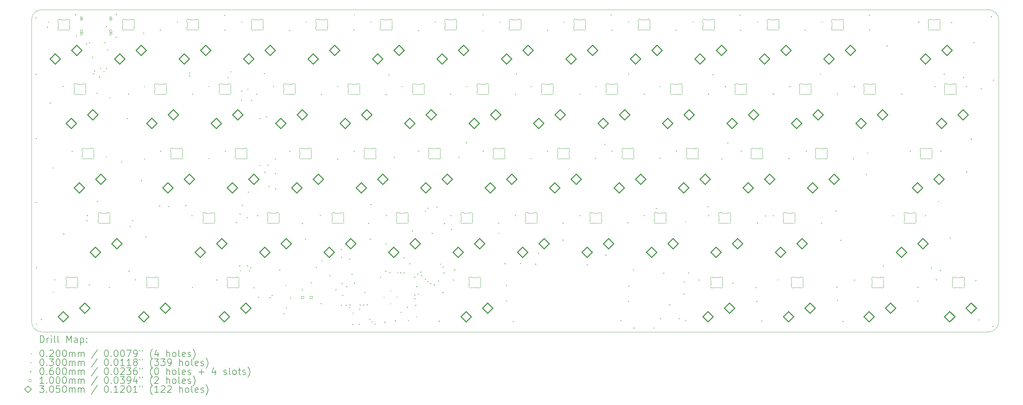
<source format=gbr>
%TF.GenerationSoftware,KiCad,Pcbnew,8.0.3*%
%TF.CreationDate,2024-12-09T14:43:40+08:00*%
%TF.ProjectId,PH60_Rev3,50483630-5f52-4657-9633-2e6b69636164,rev?*%
%TF.SameCoordinates,Original*%
%TF.FileFunction,Drillmap*%
%TF.FilePolarity,Positive*%
%FSLAX45Y45*%
G04 Gerber Fmt 4.5, Leading zero omitted, Abs format (unit mm)*
G04 Created by KiCad (PCBNEW 8.0.3) date 2024-12-09 14:43:40*
%MOMM*%
%LPD*%
G01*
G04 APERTURE LIST*
%ADD10C,0.050000*%
%ADD11C,0.100000*%
%ADD12C,0.200000*%
%ADD13C,0.305000*%
G04 APERTURE END LIST*
D10*
X2857500Y-3157500D02*
G75*
G02*
X3157500Y-2857500I300000J0D01*
G01*
X3157500Y-12382500D02*
G75*
G02*
X2857500Y-12082500I0J300000D01*
G01*
X3157500Y-12382500D02*
X31132500Y-12382500D01*
X31132500Y-2857500D02*
X3157500Y-2857500D01*
X31432500Y-12082500D02*
X31432500Y-3157500D01*
X2857500Y-3157500D02*
X2857500Y-12082500D01*
X31432500Y-12082500D02*
G75*
G02*
X31132500Y-12382500I-300000J0D01*
G01*
X31132500Y-2857500D02*
G75*
G02*
X31432500Y-3157500I0J-300000D01*
G01*
D11*
X14117500Y-5136716D02*
X14117500Y-5277284D01*
X14208055Y-5357000D02*
X14366945Y-5357000D01*
X14366945Y-5057000D02*
X14208055Y-5057000D01*
X14457500Y-5277284D02*
X14457500Y-5136716D01*
X14112552Y-5115028D02*
G75*
G02*
X14117501Y-5136716I-45102J-21702D01*
G01*
X14112552Y-5115028D02*
G75*
G02*
X14182829Y-5050170I45051J21688D01*
G01*
X14117500Y-5277284D02*
G75*
G02*
X14112552Y-5298972I-50042J9D01*
G01*
X14182829Y-5363830D02*
G75*
G02*
X14112552Y-5298972I-25226J43170D01*
G01*
X14182829Y-5363830D02*
G75*
G02*
X14208055Y-5357000I25226J-43171D01*
G01*
X14208055Y-5057000D02*
G75*
G02*
X14182829Y-5050170I0J50001D01*
G01*
X14366945Y-5357000D02*
G75*
G02*
X14392171Y-5363830I0J-50001D01*
G01*
X14392171Y-5050170D02*
G75*
G02*
X14366945Y-5057000I-25226J43171D01*
G01*
X14392171Y-5050170D02*
G75*
G02*
X14462448Y-5115028I25226J-43170D01*
G01*
X14457500Y-5136716D02*
G75*
G02*
X14462448Y-5115028I49999J0D01*
G01*
X14462448Y-5298972D02*
G75*
G02*
X14392171Y-5363830I-45052J-21688D01*
G01*
X14462448Y-5298972D02*
G75*
G02*
X14457500Y-5277284I45051J21688D01*
G01*
X22928125Y-10851716D02*
X22928125Y-10992284D01*
X23018680Y-11072000D02*
X23177570Y-11072000D01*
X23177570Y-10772000D02*
X23018680Y-10772000D01*
X23268125Y-10992284D02*
X23268125Y-10851716D01*
X22923177Y-10830028D02*
G75*
G02*
X22928126Y-10851716I-45102J-21702D01*
G01*
X22923177Y-10830028D02*
G75*
G02*
X22993454Y-10765170I45051J21688D01*
G01*
X22928125Y-10992284D02*
G75*
G02*
X22923177Y-11013972I-50042J9D01*
G01*
X22993454Y-11078830D02*
G75*
G02*
X22923177Y-11013972I-25226J43170D01*
G01*
X22993454Y-11078830D02*
G75*
G02*
X23018680Y-11072000I25226J-43171D01*
G01*
X23018680Y-10772000D02*
G75*
G02*
X22993454Y-10765170I0J50001D01*
G01*
X23177570Y-11072000D02*
G75*
G02*
X23202796Y-11078830I0J-50001D01*
G01*
X23202796Y-10765170D02*
G75*
G02*
X23177570Y-10772000I-25226J43171D01*
G01*
X23202796Y-10765170D02*
G75*
G02*
X23273073Y-10830028I25226J-43170D01*
G01*
X23268125Y-10851716D02*
G75*
G02*
X23273073Y-10830028I49999J0D01*
G01*
X23273073Y-11013972D02*
G75*
G02*
X23202796Y-11078830I-45052J-21688D01*
G01*
X23273073Y-11013972D02*
G75*
G02*
X23268125Y-10992284I45051J21688D01*
G01*
X29357500Y-3231716D02*
X29357500Y-3372284D01*
X29448055Y-3452000D02*
X29606945Y-3452000D01*
X29606945Y-3152000D02*
X29448055Y-3152000D01*
X29697500Y-3372284D02*
X29697500Y-3231716D01*
X29352552Y-3210028D02*
G75*
G02*
X29357501Y-3231716I-45102J-21702D01*
G01*
X29352552Y-3210028D02*
G75*
G02*
X29422829Y-3145170I45051J21688D01*
G01*
X29357500Y-3372284D02*
G75*
G02*
X29352552Y-3393972I-50042J9D01*
G01*
X29422829Y-3458830D02*
G75*
G02*
X29352552Y-3393972I-25226J43170D01*
G01*
X29422829Y-3458830D02*
G75*
G02*
X29448055Y-3452000I25226J-43171D01*
G01*
X29448055Y-3152000D02*
G75*
G02*
X29422829Y-3145170I0J50001D01*
G01*
X29606945Y-3452000D02*
G75*
G02*
X29632171Y-3458830I0J-50001D01*
G01*
X29632171Y-3145170D02*
G75*
G02*
X29606945Y-3152000I-25226J43171D01*
G01*
X29632171Y-3145170D02*
G75*
G02*
X29702448Y-3210028I25226J-43170D01*
G01*
X29697500Y-3231716D02*
G75*
G02*
X29702448Y-3210028I49999J0D01*
G01*
X29702448Y-3393972D02*
G75*
G02*
X29632171Y-3458830I-45052J-21688D01*
G01*
X29702448Y-3393972D02*
G75*
G02*
X29697500Y-3372284I45051J21688D01*
G01*
X6259375Y-10851716D02*
X6259375Y-10992284D01*
X6349930Y-11072000D02*
X6508820Y-11072000D01*
X6508820Y-10772000D02*
X6349930Y-10772000D01*
X6599375Y-10992284D02*
X6599375Y-10851716D01*
X6254427Y-10830028D02*
G75*
G02*
X6259376Y-10851716I-45102J-21702D01*
G01*
X6254427Y-10830028D02*
G75*
G02*
X6324704Y-10765170I45051J21688D01*
G01*
X6259375Y-10992284D02*
G75*
G02*
X6254427Y-11013972I-50042J9D01*
G01*
X6324704Y-11078830D02*
G75*
G02*
X6254427Y-11013972I-25226J43170D01*
G01*
X6324704Y-11078830D02*
G75*
G02*
X6349930Y-11072000I25226J-43171D01*
G01*
X6349930Y-10772000D02*
G75*
G02*
X6324704Y-10765170I0J50001D01*
G01*
X6508820Y-11072000D02*
G75*
G02*
X6534046Y-11078830I0J-50001D01*
G01*
X6534046Y-10765170D02*
G75*
G02*
X6508820Y-10772000I-25226J43171D01*
G01*
X6534046Y-10765170D02*
G75*
G02*
X6604323Y-10830028I25226J-43170D01*
G01*
X6599375Y-10851716D02*
G75*
G02*
X6604323Y-10830028I49999J0D01*
G01*
X6604323Y-11013972D02*
G75*
G02*
X6534046Y-11078830I-45052J-21688D01*
G01*
X6604323Y-11013972D02*
G75*
G02*
X6599375Y-10992284I45051J21688D01*
G01*
X4830625Y-8946716D02*
X4830625Y-9087284D01*
X4921180Y-9167000D02*
X5080070Y-9167000D01*
X5080070Y-8867000D02*
X4921180Y-8867000D01*
X5170625Y-9087284D02*
X5170625Y-8946716D01*
X4825677Y-8925028D02*
G75*
G02*
X4830626Y-8946716I-45102J-21702D01*
G01*
X4825677Y-8925028D02*
G75*
G02*
X4895954Y-8860170I45051J21688D01*
G01*
X4830625Y-9087284D02*
G75*
G02*
X4825677Y-9108972I-50042J9D01*
G01*
X4895954Y-9173830D02*
G75*
G02*
X4825677Y-9108972I-25226J43170D01*
G01*
X4895954Y-9173830D02*
G75*
G02*
X4921180Y-9167000I25226J-43171D01*
G01*
X4921180Y-8867000D02*
G75*
G02*
X4895954Y-8860170I0J50001D01*
G01*
X5080070Y-9167000D02*
G75*
G02*
X5105296Y-9173830I0J-50001D01*
G01*
X5105296Y-8860170D02*
G75*
G02*
X5080070Y-8867000I-25226J43171D01*
G01*
X5105296Y-8860170D02*
G75*
G02*
X5175573Y-8925028I25226J-43170D01*
G01*
X5170625Y-8946716D02*
G75*
G02*
X5175573Y-8925028I49999J0D01*
G01*
X5175573Y-9108972D02*
G75*
G02*
X5105296Y-9173830I-45052J-21688D01*
G01*
X5175573Y-9108972D02*
G75*
G02*
X5170625Y-9087284I45051J21688D01*
G01*
X15784375Y-10851716D02*
X15784375Y-10992284D01*
X15874930Y-11072000D02*
X16033820Y-11072000D01*
X16033820Y-10772000D02*
X15874930Y-10772000D01*
X16124375Y-10992284D02*
X16124375Y-10851716D01*
X15779427Y-10830028D02*
G75*
G02*
X15784376Y-10851716I-45102J-21702D01*
G01*
X15779427Y-10830028D02*
G75*
G02*
X15849704Y-10765170I45051J21688D01*
G01*
X15784375Y-10992284D02*
G75*
G02*
X15779427Y-11013972I-50042J9D01*
G01*
X15849704Y-11078830D02*
G75*
G02*
X15779427Y-11013972I-25226J43170D01*
G01*
X15849704Y-11078830D02*
G75*
G02*
X15874930Y-11072000I25226J-43171D01*
G01*
X15874930Y-10772000D02*
G75*
G02*
X15849704Y-10765170I0J50001D01*
G01*
X16033820Y-11072000D02*
G75*
G02*
X16059046Y-11078830I0J-50001D01*
G01*
X16059046Y-10765170D02*
G75*
G02*
X16033820Y-10772000I-25226J43171D01*
G01*
X16059046Y-10765170D02*
G75*
G02*
X16129323Y-10830028I25226J-43170D01*
G01*
X16124375Y-10851716D02*
G75*
G02*
X16129323Y-10830028I49999J0D01*
G01*
X16129323Y-11013972D02*
G75*
G02*
X16059046Y-11078830I-45052J-21688D01*
G01*
X16129323Y-11013972D02*
G75*
G02*
X16124375Y-10992284I45051J21688D01*
G01*
X22213750Y-7041716D02*
X22213750Y-7182284D01*
X22304305Y-7262000D02*
X22463195Y-7262000D01*
X22463195Y-6962000D02*
X22304305Y-6962000D01*
X22553750Y-7182284D02*
X22553750Y-7041716D01*
X22208802Y-7020028D02*
G75*
G02*
X22213751Y-7041716I-45102J-21702D01*
G01*
X22208802Y-7020028D02*
G75*
G02*
X22279079Y-6955170I45051J21688D01*
G01*
X22213750Y-7182284D02*
G75*
G02*
X22208802Y-7203972I-50042J9D01*
G01*
X22279079Y-7268830D02*
G75*
G02*
X22208802Y-7203972I-25226J43170D01*
G01*
X22279079Y-7268830D02*
G75*
G02*
X22304305Y-7262000I25226J-43171D01*
G01*
X22304305Y-6962000D02*
G75*
G02*
X22279079Y-6955170I0J50001D01*
G01*
X22463195Y-7262000D02*
G75*
G02*
X22488421Y-7268830I0J-50001D01*
G01*
X22488421Y-6955170D02*
G75*
G02*
X22463195Y-6962000I-25226J43171D01*
G01*
X22488421Y-6955170D02*
G75*
G02*
X22558698Y-7020028I25226J-43170D01*
G01*
X22553750Y-7041716D02*
G75*
G02*
X22558698Y-7020028I49999J0D01*
G01*
X22558698Y-7203972D02*
G75*
G02*
X22488421Y-7268830I-45052J-21688D01*
G01*
X22558698Y-7203972D02*
G75*
G02*
X22553750Y-7182284I45051J21688D01*
G01*
X20308750Y-7041716D02*
X20308750Y-7182284D01*
X20399305Y-7262000D02*
X20558195Y-7262000D01*
X20558195Y-6962000D02*
X20399305Y-6962000D01*
X20648750Y-7182284D02*
X20648750Y-7041716D01*
X20303802Y-7020028D02*
G75*
G02*
X20308751Y-7041716I-45102J-21702D01*
G01*
X20303802Y-7020028D02*
G75*
G02*
X20374079Y-6955170I45051J21688D01*
G01*
X20308750Y-7182284D02*
G75*
G02*
X20303802Y-7203972I-50042J9D01*
G01*
X20374079Y-7268830D02*
G75*
G02*
X20303802Y-7203972I-25226J43170D01*
G01*
X20374079Y-7268830D02*
G75*
G02*
X20399305Y-7262000I25226J-43171D01*
G01*
X20399305Y-6962000D02*
G75*
G02*
X20374079Y-6955170I0J50001D01*
G01*
X20558195Y-7262000D02*
G75*
G02*
X20583421Y-7268830I0J-50001D01*
G01*
X20583421Y-6955170D02*
G75*
G02*
X20558195Y-6962000I-25226J43171D01*
G01*
X20583421Y-6955170D02*
G75*
G02*
X20653698Y-7020028I25226J-43170D01*
G01*
X20648750Y-7041716D02*
G75*
G02*
X20653698Y-7020028I49999J0D01*
G01*
X20653698Y-7203972D02*
G75*
G02*
X20583421Y-7268830I-45052J-21688D01*
G01*
X20653698Y-7203972D02*
G75*
G02*
X20648750Y-7182284I45051J21688D01*
G01*
X25071250Y-8946716D02*
X25071250Y-9087284D01*
X25161805Y-9167000D02*
X25320695Y-9167000D01*
X25320695Y-8867000D02*
X25161805Y-8867000D01*
X25411250Y-9087284D02*
X25411250Y-8946716D01*
X25066302Y-8925028D02*
G75*
G02*
X25071251Y-8946716I-45102J-21702D01*
G01*
X25066302Y-8925028D02*
G75*
G02*
X25136579Y-8860170I45051J21688D01*
G01*
X25071250Y-9087284D02*
G75*
G02*
X25066302Y-9108972I-50042J9D01*
G01*
X25136579Y-9173830D02*
G75*
G02*
X25066302Y-9108972I-25226J43170D01*
G01*
X25136579Y-9173830D02*
G75*
G02*
X25161805Y-9167000I25226J-43171D01*
G01*
X25161805Y-8867000D02*
G75*
G02*
X25136579Y-8860170I0J50001D01*
G01*
X25320695Y-9167000D02*
G75*
G02*
X25345921Y-9173830I0J-50001D01*
G01*
X25345921Y-8860170D02*
G75*
G02*
X25320695Y-8867000I-25226J43171D01*
G01*
X25345921Y-8860170D02*
G75*
G02*
X25416198Y-8925028I25226J-43170D01*
G01*
X25411250Y-8946716D02*
G75*
G02*
X25416198Y-8925028I49999J0D01*
G01*
X25416198Y-9108972D02*
G75*
G02*
X25345921Y-9173830I-45052J-21688D01*
G01*
X25416198Y-9108972D02*
G75*
G02*
X25411250Y-9087284I45051J21688D01*
G01*
X7450000Y-3231716D02*
X7450000Y-3372284D01*
X7540555Y-3452000D02*
X7699445Y-3452000D01*
X7699445Y-3152000D02*
X7540555Y-3152000D01*
X7790000Y-3372284D02*
X7790000Y-3231716D01*
X7445052Y-3210028D02*
G75*
G02*
X7450001Y-3231716I-45102J-21702D01*
G01*
X7445052Y-3210028D02*
G75*
G02*
X7515329Y-3145170I45051J21688D01*
G01*
X7450000Y-3372284D02*
G75*
G02*
X7445052Y-3393972I-50042J9D01*
G01*
X7515329Y-3458830D02*
G75*
G02*
X7445052Y-3393972I-25226J43170D01*
G01*
X7515329Y-3458830D02*
G75*
G02*
X7540555Y-3452000I25226J-43171D01*
G01*
X7540555Y-3152000D02*
G75*
G02*
X7515329Y-3145170I0J50001D01*
G01*
X7699445Y-3452000D02*
G75*
G02*
X7724671Y-3458830I0J-50001D01*
G01*
X7724671Y-3145170D02*
G75*
G02*
X7699445Y-3152000I-25226J43171D01*
G01*
X7724671Y-3145170D02*
G75*
G02*
X7794948Y-3210028I25226J-43170D01*
G01*
X7790000Y-3231716D02*
G75*
G02*
X7794948Y-3210028I49999J0D01*
G01*
X7794948Y-3393972D02*
G75*
G02*
X7724671Y-3458830I-45052J-21688D01*
G01*
X7794948Y-3393972D02*
G75*
G02*
X7790000Y-3372284I45051J21688D01*
G01*
X27690625Y-10851716D02*
X27690625Y-10992284D01*
X27781180Y-11072000D02*
X27940070Y-11072000D01*
X27940070Y-10772000D02*
X27781180Y-10772000D01*
X28030625Y-10992284D02*
X28030625Y-10851716D01*
X27685677Y-10830028D02*
G75*
G02*
X27690626Y-10851716I-45102J-21702D01*
G01*
X27685677Y-10830028D02*
G75*
G02*
X27755954Y-10765170I45051J21688D01*
G01*
X27690625Y-10992284D02*
G75*
G02*
X27685677Y-11013972I-50042J9D01*
G01*
X27755954Y-11078830D02*
G75*
G02*
X27685677Y-11013972I-25226J43170D01*
G01*
X27755954Y-11078830D02*
G75*
G02*
X27781180Y-11072000I25226J-43171D01*
G01*
X27781180Y-10772000D02*
G75*
G02*
X27755954Y-10765170I0J50001D01*
G01*
X27940070Y-11072000D02*
G75*
G02*
X27965296Y-11078830I0J-50001D01*
G01*
X27965296Y-10765170D02*
G75*
G02*
X27940070Y-10772000I-25226J43171D01*
G01*
X27965296Y-10765170D02*
G75*
G02*
X28035573Y-10830028I25226J-43170D01*
G01*
X28030625Y-10851716D02*
G75*
G02*
X28035573Y-10830028I49999J0D01*
G01*
X28035573Y-11013972D02*
G75*
G02*
X27965296Y-11078830I-45052J-21688D01*
G01*
X28035573Y-11013972D02*
G75*
G02*
X28030625Y-10992284I45051J21688D01*
G01*
X11260000Y-3231716D02*
X11260000Y-3372284D01*
X11350555Y-3452000D02*
X11509445Y-3452000D01*
X11509445Y-3152000D02*
X11350555Y-3152000D01*
X11600000Y-3372284D02*
X11600000Y-3231716D01*
X11255052Y-3210028D02*
G75*
G02*
X11260001Y-3231716I-45102J-21702D01*
G01*
X11255052Y-3210028D02*
G75*
G02*
X11325329Y-3145170I45051J21688D01*
G01*
X11260000Y-3372284D02*
G75*
G02*
X11255052Y-3393972I-50042J9D01*
G01*
X11325329Y-3458830D02*
G75*
G02*
X11255052Y-3393972I-25226J43170D01*
G01*
X11325329Y-3458830D02*
G75*
G02*
X11350555Y-3452000I25226J-43171D01*
G01*
X11350555Y-3152000D02*
G75*
G02*
X11325329Y-3145170I0J50001D01*
G01*
X11509445Y-3452000D02*
G75*
G02*
X11534671Y-3458830I0J-50001D01*
G01*
X11534671Y-3145170D02*
G75*
G02*
X11509445Y-3152000I-25226J43171D01*
G01*
X11534671Y-3145170D02*
G75*
G02*
X11604948Y-3210028I25226J-43170D01*
G01*
X11600000Y-3231716D02*
G75*
G02*
X11604948Y-3210028I49999J0D01*
G01*
X11604948Y-3393972D02*
G75*
G02*
X11534671Y-3458830I-45052J-21688D01*
G01*
X11604948Y-3393972D02*
G75*
G02*
X11600000Y-3372284I45051J21688D01*
G01*
X6497500Y-5136716D02*
X6497500Y-5277284D01*
X6588055Y-5357000D02*
X6746945Y-5357000D01*
X6746945Y-5057000D02*
X6588055Y-5057000D01*
X6837500Y-5277284D02*
X6837500Y-5136716D01*
X6492552Y-5115028D02*
G75*
G02*
X6497501Y-5136716I-45102J-21702D01*
G01*
X6492552Y-5115028D02*
G75*
G02*
X6562829Y-5050170I45051J21688D01*
G01*
X6497500Y-5277284D02*
G75*
G02*
X6492552Y-5298972I-50042J9D01*
G01*
X6562829Y-5363830D02*
G75*
G02*
X6492552Y-5298972I-25226J43170D01*
G01*
X6562829Y-5363830D02*
G75*
G02*
X6588055Y-5357000I25226J-43171D01*
G01*
X6588055Y-5057000D02*
G75*
G02*
X6562829Y-5050170I0J50001D01*
G01*
X6746945Y-5357000D02*
G75*
G02*
X6772171Y-5363830I0J-50001D01*
G01*
X6772171Y-5050170D02*
G75*
G02*
X6746945Y-5057000I-25226J43171D01*
G01*
X6772171Y-5050170D02*
G75*
G02*
X6842448Y-5115028I25226J-43170D01*
G01*
X6837500Y-5136716D02*
G75*
G02*
X6842448Y-5115028I49999J0D01*
G01*
X6842448Y-5298972D02*
G75*
G02*
X6772171Y-5363830I-45052J-21688D01*
G01*
X6842448Y-5298972D02*
G75*
G02*
X6837500Y-5277284I45051J21688D01*
G01*
X21737500Y-5136716D02*
X21737500Y-5277284D01*
X21828055Y-5357000D02*
X21986945Y-5357000D01*
X21986945Y-5057000D02*
X21828055Y-5057000D01*
X22077500Y-5277284D02*
X22077500Y-5136716D01*
X21732552Y-5115028D02*
G75*
G02*
X21737501Y-5136716I-45102J-21702D01*
G01*
X21732552Y-5115028D02*
G75*
G02*
X21802829Y-5050170I45051J21688D01*
G01*
X21737500Y-5277284D02*
G75*
G02*
X21732552Y-5298972I-50042J9D01*
G01*
X21802829Y-5363830D02*
G75*
G02*
X21732552Y-5298972I-25226J43170D01*
G01*
X21802829Y-5363830D02*
G75*
G02*
X21828055Y-5357000I25226J-43171D01*
G01*
X21828055Y-5057000D02*
G75*
G02*
X21802829Y-5050170I0J50001D01*
G01*
X21986945Y-5357000D02*
G75*
G02*
X22012171Y-5363830I0J-50001D01*
G01*
X22012171Y-5050170D02*
G75*
G02*
X21986945Y-5057000I-25226J43171D01*
G01*
X22012171Y-5050170D02*
G75*
G02*
X22082448Y-5115028I25226J-43170D01*
G01*
X22077500Y-5136716D02*
G75*
G02*
X22082448Y-5115028I49999J0D01*
G01*
X22082448Y-5298972D02*
G75*
G02*
X22012171Y-5363830I-45052J-21688D01*
G01*
X22082448Y-5298972D02*
G75*
G02*
X22077500Y-5277284I45051J21688D01*
G01*
X10307500Y-5136716D02*
X10307500Y-5277284D01*
X10398055Y-5357000D02*
X10556945Y-5357000D01*
X10556945Y-5057000D02*
X10398055Y-5057000D01*
X10647500Y-5277284D02*
X10647500Y-5136716D01*
X10302552Y-5115028D02*
G75*
G02*
X10307501Y-5136716I-45102J-21702D01*
G01*
X10302552Y-5115028D02*
G75*
G02*
X10372829Y-5050170I45051J21688D01*
G01*
X10307500Y-5277284D02*
G75*
G02*
X10302552Y-5298972I-50042J9D01*
G01*
X10372829Y-5363830D02*
G75*
G02*
X10302552Y-5298972I-25226J43170D01*
G01*
X10372829Y-5363830D02*
G75*
G02*
X10398055Y-5357000I25226J-43171D01*
G01*
X10398055Y-5057000D02*
G75*
G02*
X10372829Y-5050170I0J50001D01*
G01*
X10556945Y-5357000D02*
G75*
G02*
X10582171Y-5363830I0J-50001D01*
G01*
X10582171Y-5050170D02*
G75*
G02*
X10556945Y-5057000I-25226J43171D01*
G01*
X10582171Y-5050170D02*
G75*
G02*
X10652448Y-5115028I25226J-43170D01*
G01*
X10647500Y-5136716D02*
G75*
G02*
X10652448Y-5115028I49999J0D01*
G01*
X10652448Y-5298972D02*
G75*
G02*
X10582171Y-5363830I-45052J-21688D01*
G01*
X10652448Y-5298972D02*
G75*
G02*
X10647500Y-5277284I45051J21688D01*
G01*
X27452500Y-5136716D02*
X27452500Y-5277284D01*
X27543055Y-5357000D02*
X27701945Y-5357000D01*
X27701945Y-5057000D02*
X27543055Y-5057000D01*
X27792500Y-5277284D02*
X27792500Y-5136716D01*
X27447552Y-5115028D02*
G75*
G02*
X27452501Y-5136716I-45102J-21702D01*
G01*
X27447552Y-5115028D02*
G75*
G02*
X27517829Y-5050170I45051J21688D01*
G01*
X27452500Y-5277284D02*
G75*
G02*
X27447552Y-5298972I-50042J9D01*
G01*
X27517829Y-5363830D02*
G75*
G02*
X27447552Y-5298972I-25226J43170D01*
G01*
X27517829Y-5363830D02*
G75*
G02*
X27543055Y-5357000I25226J-43171D01*
G01*
X27543055Y-5057000D02*
G75*
G02*
X27517829Y-5050170I0J50001D01*
G01*
X27701945Y-5357000D02*
G75*
G02*
X27727171Y-5363830I0J-50001D01*
G01*
X27727171Y-5050170D02*
G75*
G02*
X27701945Y-5057000I-25226J43171D01*
G01*
X27727171Y-5050170D02*
G75*
G02*
X27797448Y-5115028I25226J-43170D01*
G01*
X27792500Y-5136716D02*
G75*
G02*
X27797448Y-5115028I49999J0D01*
G01*
X27797448Y-5298972D02*
G75*
G02*
X27727171Y-5363830I-45052J-21688D01*
G01*
X27797448Y-5298972D02*
G75*
G02*
X27792500Y-5277284I45051J21688D01*
G01*
X14593750Y-7041716D02*
X14593750Y-7182284D01*
X14684305Y-7262000D02*
X14843195Y-7262000D01*
X14843195Y-6962000D02*
X14684305Y-6962000D01*
X14933750Y-7182284D02*
X14933750Y-7041716D01*
X14588802Y-7020028D02*
G75*
G02*
X14593751Y-7041716I-45102J-21702D01*
G01*
X14588802Y-7020028D02*
G75*
G02*
X14659079Y-6955170I45051J21688D01*
G01*
X14593750Y-7182284D02*
G75*
G02*
X14588802Y-7203972I-50042J9D01*
G01*
X14659079Y-7268830D02*
G75*
G02*
X14588802Y-7203972I-25226J43170D01*
G01*
X14659079Y-7268830D02*
G75*
G02*
X14684305Y-7262000I25226J-43171D01*
G01*
X14684305Y-6962000D02*
G75*
G02*
X14659079Y-6955170I0J50001D01*
G01*
X14843195Y-7262000D02*
G75*
G02*
X14868421Y-7268830I0J-50001D01*
G01*
X14868421Y-6955170D02*
G75*
G02*
X14843195Y-6962000I-25226J43171D01*
G01*
X14868421Y-6955170D02*
G75*
G02*
X14938698Y-7020028I25226J-43170D01*
G01*
X14933750Y-7041716D02*
G75*
G02*
X14938698Y-7020028I49999J0D01*
G01*
X14938698Y-7203972D02*
G75*
G02*
X14868421Y-7268830I-45052J-21688D01*
G01*
X14938698Y-7203972D02*
G75*
G02*
X14933750Y-7182284I45051J21688D01*
G01*
X15546250Y-8946716D02*
X15546250Y-9087284D01*
X15636805Y-9167000D02*
X15795695Y-9167000D01*
X15795695Y-8867000D02*
X15636805Y-8867000D01*
X15886250Y-9087284D02*
X15886250Y-8946716D01*
X15541302Y-8925028D02*
G75*
G02*
X15546251Y-8946716I-45102J-21702D01*
G01*
X15541302Y-8925028D02*
G75*
G02*
X15611579Y-8860170I45051J21688D01*
G01*
X15546250Y-9087284D02*
G75*
G02*
X15541302Y-9108972I-50042J9D01*
G01*
X15611579Y-9173830D02*
G75*
G02*
X15541302Y-9108972I-25226J43170D01*
G01*
X15611579Y-9173830D02*
G75*
G02*
X15636805Y-9167000I25226J-43171D01*
G01*
X15636805Y-8867000D02*
G75*
G02*
X15611579Y-8860170I0J50001D01*
G01*
X15795695Y-9167000D02*
G75*
G02*
X15820921Y-9173830I0J-50001D01*
G01*
X15820921Y-8860170D02*
G75*
G02*
X15795695Y-8867000I-25226J43171D01*
G01*
X15820921Y-8860170D02*
G75*
G02*
X15891198Y-8925028I25226J-43170D01*
G01*
X15886250Y-8946716D02*
G75*
G02*
X15891198Y-8925028I49999J0D01*
G01*
X15891198Y-9108972D02*
G75*
G02*
X15820921Y-9173830I-45052J-21688D01*
G01*
X15891198Y-9108972D02*
G75*
G02*
X15886250Y-9087284I45051J21688D01*
G01*
X4354375Y-7041716D02*
X4354375Y-7182284D01*
X4444930Y-7262000D02*
X4603820Y-7262000D01*
X4603820Y-6962000D02*
X4444930Y-6962000D01*
X4694375Y-7182284D02*
X4694375Y-7041716D01*
X4349427Y-7020028D02*
G75*
G02*
X4354376Y-7041716I-45102J-21702D01*
G01*
X4349427Y-7020028D02*
G75*
G02*
X4419704Y-6955170I45051J21688D01*
G01*
X4354375Y-7182284D02*
G75*
G02*
X4349427Y-7203972I-50042J9D01*
G01*
X4419704Y-7268830D02*
G75*
G02*
X4349427Y-7203972I-25226J43170D01*
G01*
X4419704Y-7268830D02*
G75*
G02*
X4444930Y-7262000I25226J-43171D01*
G01*
X4444930Y-6962000D02*
G75*
G02*
X4419704Y-6955170I0J50001D01*
G01*
X4603820Y-7262000D02*
G75*
G02*
X4629046Y-7268830I0J-50001D01*
G01*
X4629046Y-6955170D02*
G75*
G02*
X4603820Y-6962000I-25226J43171D01*
G01*
X4629046Y-6955170D02*
G75*
G02*
X4699323Y-7020028I25226J-43170D01*
G01*
X4694375Y-7041716D02*
G75*
G02*
X4699323Y-7020028I49999J0D01*
G01*
X4699323Y-7203972D02*
G75*
G02*
X4629046Y-7268830I-45052J-21688D01*
G01*
X4699323Y-7203972D02*
G75*
G02*
X4694375Y-7182284I45051J21688D01*
G01*
X15070000Y-3231716D02*
X15070000Y-3372284D01*
X15160555Y-3452000D02*
X15319445Y-3452000D01*
X15319445Y-3152000D02*
X15160555Y-3152000D01*
X15410000Y-3372284D02*
X15410000Y-3231716D01*
X15065052Y-3210028D02*
G75*
G02*
X15070001Y-3231716I-45102J-21702D01*
G01*
X15065052Y-3210028D02*
G75*
G02*
X15135329Y-3145170I45051J21688D01*
G01*
X15070000Y-3372284D02*
G75*
G02*
X15065052Y-3393972I-50042J9D01*
G01*
X15135329Y-3458830D02*
G75*
G02*
X15065052Y-3393972I-25226J43170D01*
G01*
X15135329Y-3458830D02*
G75*
G02*
X15160555Y-3452000I25226J-43171D01*
G01*
X15160555Y-3152000D02*
G75*
G02*
X15135329Y-3145170I0J50001D01*
G01*
X15319445Y-3452000D02*
G75*
G02*
X15344671Y-3458830I0J-50001D01*
G01*
X15344671Y-3145170D02*
G75*
G02*
X15319445Y-3152000I-25226J43171D01*
G01*
X15344671Y-3145170D02*
G75*
G02*
X15414948Y-3210028I25226J-43170D01*
G01*
X15410000Y-3231716D02*
G75*
G02*
X15414948Y-3210028I49999J0D01*
G01*
X15414948Y-3393972D02*
G75*
G02*
X15344671Y-3458830I-45052J-21688D01*
G01*
X15414948Y-3393972D02*
G75*
G02*
X15410000Y-3372284I45051J21688D01*
G01*
X17451250Y-8946716D02*
X17451250Y-9087284D01*
X17541805Y-9167000D02*
X17700695Y-9167000D01*
X17700695Y-8867000D02*
X17541805Y-8867000D01*
X17791250Y-9087284D02*
X17791250Y-8946716D01*
X17446302Y-8925028D02*
G75*
G02*
X17451251Y-8946716I-45102J-21702D01*
G01*
X17446302Y-8925028D02*
G75*
G02*
X17516579Y-8860170I45051J21688D01*
G01*
X17451250Y-9087284D02*
G75*
G02*
X17446302Y-9108972I-50042J9D01*
G01*
X17516579Y-9173830D02*
G75*
G02*
X17446302Y-9108972I-25226J43170D01*
G01*
X17516579Y-9173830D02*
G75*
G02*
X17541805Y-9167000I25226J-43171D01*
G01*
X17541805Y-8867000D02*
G75*
G02*
X17516579Y-8860170I0J50001D01*
G01*
X17700695Y-9167000D02*
G75*
G02*
X17725921Y-9173830I0J-50001D01*
G01*
X17725921Y-8860170D02*
G75*
G02*
X17700695Y-8867000I-25226J43171D01*
G01*
X17725921Y-8860170D02*
G75*
G02*
X17796198Y-8925028I25226J-43170D01*
G01*
X17791250Y-8946716D02*
G75*
G02*
X17796198Y-8925028I49999J0D01*
G01*
X17796198Y-9108972D02*
G75*
G02*
X17725921Y-9173830I-45052J-21688D01*
G01*
X17796198Y-9108972D02*
G75*
G02*
X17791250Y-9087284I45051J21688D01*
G01*
X9355000Y-3231716D02*
X9355000Y-3372284D01*
X9445555Y-3452000D02*
X9604445Y-3452000D01*
X9604445Y-3152000D02*
X9445555Y-3152000D01*
X9695000Y-3372284D02*
X9695000Y-3231716D01*
X9350052Y-3210028D02*
G75*
G02*
X9355001Y-3231716I-45102J-21702D01*
G01*
X9350052Y-3210028D02*
G75*
G02*
X9420329Y-3145170I45051J21688D01*
G01*
X9355000Y-3372284D02*
G75*
G02*
X9350052Y-3393972I-50042J9D01*
G01*
X9420329Y-3458830D02*
G75*
G02*
X9350052Y-3393972I-25226J43170D01*
G01*
X9420329Y-3458830D02*
G75*
G02*
X9445555Y-3452000I25226J-43171D01*
G01*
X9445555Y-3152000D02*
G75*
G02*
X9420329Y-3145170I0J50001D01*
G01*
X9604445Y-3452000D02*
G75*
G02*
X9629671Y-3458830I0J-50001D01*
G01*
X9629671Y-3145170D02*
G75*
G02*
X9604445Y-3152000I-25226J43171D01*
G01*
X9629671Y-3145170D02*
G75*
G02*
X9699948Y-3210028I25226J-43170D01*
G01*
X9695000Y-3231716D02*
G75*
G02*
X9699948Y-3210028I49999J0D01*
G01*
X9699948Y-3393972D02*
G75*
G02*
X9629671Y-3458830I-45052J-21688D01*
G01*
X9699948Y-3393972D02*
G75*
G02*
X9695000Y-3372284I45051J21688D01*
G01*
X8402500Y-5136716D02*
X8402500Y-5277284D01*
X8493055Y-5357000D02*
X8651945Y-5357000D01*
X8651945Y-5057000D02*
X8493055Y-5057000D01*
X8742500Y-5277284D02*
X8742500Y-5136716D01*
X8397552Y-5115028D02*
G75*
G02*
X8402501Y-5136716I-45102J-21702D01*
G01*
X8397552Y-5115028D02*
G75*
G02*
X8467829Y-5050170I45051J21688D01*
G01*
X8402500Y-5277284D02*
G75*
G02*
X8397552Y-5298972I-50042J9D01*
G01*
X8467829Y-5363830D02*
G75*
G02*
X8397552Y-5298972I-25226J43170D01*
G01*
X8467829Y-5363830D02*
G75*
G02*
X8493055Y-5357000I25226J-43171D01*
G01*
X8493055Y-5057000D02*
G75*
G02*
X8467829Y-5050170I0J50001D01*
G01*
X8651945Y-5357000D02*
G75*
G02*
X8677171Y-5363830I0J-50001D01*
G01*
X8677171Y-5050170D02*
G75*
G02*
X8651945Y-5057000I-25226J43171D01*
G01*
X8677171Y-5050170D02*
G75*
G02*
X8747448Y-5115028I25226J-43170D01*
G01*
X8742500Y-5136716D02*
G75*
G02*
X8747448Y-5115028I49999J0D01*
G01*
X8747448Y-5298972D02*
G75*
G02*
X8677171Y-5363830I-45052J-21688D01*
G01*
X8747448Y-5298972D02*
G75*
G02*
X8742500Y-5277284I45051J21688D01*
G01*
X30071875Y-10851716D02*
X30071875Y-10992284D01*
X30162430Y-11072000D02*
X30321320Y-11072000D01*
X30321320Y-10772000D02*
X30162430Y-10772000D01*
X30411875Y-10992284D02*
X30411875Y-10851716D01*
X30066927Y-10830028D02*
G75*
G02*
X30071876Y-10851716I-45102J-21702D01*
G01*
X30066927Y-10830028D02*
G75*
G02*
X30137204Y-10765170I45051J21688D01*
G01*
X30071875Y-10992284D02*
G75*
G02*
X30066927Y-11013972I-50042J9D01*
G01*
X30137204Y-11078830D02*
G75*
G02*
X30066927Y-11013972I-25226J43170D01*
G01*
X30137204Y-11078830D02*
G75*
G02*
X30162430Y-11072000I25226J-43171D01*
G01*
X30162430Y-10772000D02*
G75*
G02*
X30137204Y-10765170I0J50001D01*
G01*
X30321320Y-11072000D02*
G75*
G02*
X30346546Y-11078830I0J-50001D01*
G01*
X30346546Y-10765170D02*
G75*
G02*
X30321320Y-10772000I-25226J43171D01*
G01*
X30346546Y-10765170D02*
G75*
G02*
X30416823Y-10830028I25226J-43170D01*
G01*
X30411875Y-10851716D02*
G75*
G02*
X30416823Y-10830028I49999J0D01*
G01*
X30416823Y-11013972D02*
G75*
G02*
X30346546Y-11078830I-45052J-21688D01*
G01*
X30416823Y-11013972D02*
G75*
G02*
X30411875Y-10992284I45051J21688D01*
G01*
X18880000Y-3231716D02*
X18880000Y-3372284D01*
X18970555Y-3452000D02*
X19129445Y-3452000D01*
X19129445Y-3152000D02*
X18970555Y-3152000D01*
X19220000Y-3372284D02*
X19220000Y-3231716D01*
X18875052Y-3210028D02*
G75*
G02*
X18880001Y-3231716I-45102J-21702D01*
G01*
X18875052Y-3210028D02*
G75*
G02*
X18945329Y-3145170I45051J21688D01*
G01*
X18880000Y-3372284D02*
G75*
G02*
X18875052Y-3393972I-50042J9D01*
G01*
X18945329Y-3458830D02*
G75*
G02*
X18875052Y-3393972I-25226J43170D01*
G01*
X18945329Y-3458830D02*
G75*
G02*
X18970555Y-3452000I25226J-43171D01*
G01*
X18970555Y-3152000D02*
G75*
G02*
X18945329Y-3145170I0J50001D01*
G01*
X19129445Y-3452000D02*
G75*
G02*
X19154671Y-3458830I0J-50001D01*
G01*
X19154671Y-3145170D02*
G75*
G02*
X19129445Y-3152000I-25226J43171D01*
G01*
X19154671Y-3145170D02*
G75*
G02*
X19224948Y-3210028I25226J-43170D01*
G01*
X19220000Y-3231716D02*
G75*
G02*
X19224948Y-3210028I49999J0D01*
G01*
X19224948Y-3393972D02*
G75*
G02*
X19154671Y-3458830I-45052J-21688D01*
G01*
X19224948Y-3393972D02*
G75*
G02*
X19220000Y-3372284I45051J21688D01*
G01*
X25309375Y-10851716D02*
X25309375Y-10992284D01*
X25399930Y-11072000D02*
X25558820Y-11072000D01*
X25558820Y-10772000D02*
X25399930Y-10772000D01*
X25649375Y-10992284D02*
X25649375Y-10851716D01*
X25304427Y-10830028D02*
G75*
G02*
X25309376Y-10851716I-45102J-21702D01*
G01*
X25304427Y-10830028D02*
G75*
G02*
X25374704Y-10765170I45051J21688D01*
G01*
X25309375Y-10992284D02*
G75*
G02*
X25304427Y-11013972I-50042J9D01*
G01*
X25374704Y-11078830D02*
G75*
G02*
X25304427Y-11013972I-25226J43170D01*
G01*
X25374704Y-11078830D02*
G75*
G02*
X25399930Y-11072000I25226J-43171D01*
G01*
X25399930Y-10772000D02*
G75*
G02*
X25374704Y-10765170I0J50001D01*
G01*
X25558820Y-11072000D02*
G75*
G02*
X25584046Y-11078830I0J-50001D01*
G01*
X25584046Y-10765170D02*
G75*
G02*
X25558820Y-10772000I-25226J43171D01*
G01*
X25584046Y-10765170D02*
G75*
G02*
X25654323Y-10830028I25226J-43170D01*
G01*
X25649375Y-10851716D02*
G75*
G02*
X25654323Y-10830028I49999J0D01*
G01*
X25654323Y-11013972D02*
G75*
G02*
X25584046Y-11078830I-45052J-21688D01*
G01*
X25654323Y-11013972D02*
G75*
G02*
X25649375Y-10992284I45051J21688D01*
G01*
X16498750Y-7041716D02*
X16498750Y-7182284D01*
X16589305Y-7262000D02*
X16748195Y-7262000D01*
X16748195Y-6962000D02*
X16589305Y-6962000D01*
X16838750Y-7182284D02*
X16838750Y-7041716D01*
X16493802Y-7020028D02*
G75*
G02*
X16498751Y-7041716I-45102J-21702D01*
G01*
X16493802Y-7020028D02*
G75*
G02*
X16564079Y-6955170I45051J21688D01*
G01*
X16498750Y-7182284D02*
G75*
G02*
X16493802Y-7203972I-50042J9D01*
G01*
X16564079Y-7268830D02*
G75*
G02*
X16493802Y-7203972I-25226J43170D01*
G01*
X16564079Y-7268830D02*
G75*
G02*
X16589305Y-7262000I25226J-43171D01*
G01*
X16589305Y-6962000D02*
G75*
G02*
X16564079Y-6955170I0J50001D01*
G01*
X16748195Y-7262000D02*
G75*
G02*
X16773421Y-7268830I0J-50001D01*
G01*
X16773421Y-6955170D02*
G75*
G02*
X16748195Y-6962000I-25226J43171D01*
G01*
X16773421Y-6955170D02*
G75*
G02*
X16843698Y-7020028I25226J-43170D01*
G01*
X16838750Y-7041716D02*
G75*
G02*
X16843698Y-7020028I49999J0D01*
G01*
X16843698Y-7203972D02*
G75*
G02*
X16773421Y-7268830I-45052J-21688D01*
G01*
X16843698Y-7203972D02*
G75*
G02*
X16838750Y-7182284I45051J21688D01*
G01*
X13641250Y-8946716D02*
X13641250Y-9087284D01*
X13731805Y-9167000D02*
X13890695Y-9167000D01*
X13890695Y-8867000D02*
X13731805Y-8867000D01*
X13981250Y-9087284D02*
X13981250Y-8946716D01*
X13636302Y-8925028D02*
G75*
G02*
X13641251Y-8946716I-45102J-21702D01*
G01*
X13636302Y-8925028D02*
G75*
G02*
X13706579Y-8860170I45051J21688D01*
G01*
X13641250Y-9087284D02*
G75*
G02*
X13636302Y-9108972I-50042J9D01*
G01*
X13706579Y-9173830D02*
G75*
G02*
X13636302Y-9108972I-25226J43170D01*
G01*
X13706579Y-9173830D02*
G75*
G02*
X13731805Y-9167000I25226J-43171D01*
G01*
X13731805Y-8867000D02*
G75*
G02*
X13706579Y-8860170I0J50001D01*
G01*
X13890695Y-9167000D02*
G75*
G02*
X13915921Y-9173830I0J-50001D01*
G01*
X13915921Y-8860170D02*
G75*
G02*
X13890695Y-8867000I-25226J43171D01*
G01*
X13915921Y-8860170D02*
G75*
G02*
X13986198Y-8925028I25226J-43170D01*
G01*
X13981250Y-8946716D02*
G75*
G02*
X13986198Y-8925028I49999J0D01*
G01*
X13986198Y-9108972D02*
G75*
G02*
X13915921Y-9173830I-45052J-21688D01*
G01*
X13986198Y-9108972D02*
G75*
G02*
X13981250Y-9087284I45051J21688D01*
G01*
X9831250Y-8946716D02*
X9831250Y-9087284D01*
X9921805Y-9167000D02*
X10080695Y-9167000D01*
X10080695Y-8867000D02*
X9921805Y-8867000D01*
X10171250Y-9087284D02*
X10171250Y-8946716D01*
X9826302Y-8925028D02*
G75*
G02*
X9831251Y-8946716I-45102J-21702D01*
G01*
X9826302Y-8925028D02*
G75*
G02*
X9896579Y-8860170I45051J21688D01*
G01*
X9831250Y-9087284D02*
G75*
G02*
X9826302Y-9108972I-50042J9D01*
G01*
X9896579Y-9173830D02*
G75*
G02*
X9826302Y-9108972I-25226J43170D01*
G01*
X9896579Y-9173830D02*
G75*
G02*
X9921805Y-9167000I25226J-43171D01*
G01*
X9921805Y-8867000D02*
G75*
G02*
X9896579Y-8860170I0J50001D01*
G01*
X10080695Y-9167000D02*
G75*
G02*
X10105921Y-9173830I0J-50001D01*
G01*
X10105921Y-8860170D02*
G75*
G02*
X10080695Y-8867000I-25226J43171D01*
G01*
X10105921Y-8860170D02*
G75*
G02*
X10176198Y-8925028I25226J-43170D01*
G01*
X10171250Y-8946716D02*
G75*
G02*
X10176198Y-8925028I49999J0D01*
G01*
X10176198Y-9108972D02*
G75*
G02*
X10105921Y-9173830I-45052J-21688D01*
G01*
X10176198Y-9108972D02*
G75*
G02*
X10171250Y-9087284I45051J21688D01*
G01*
X19832500Y-5136716D02*
X19832500Y-5277284D01*
X19923055Y-5357000D02*
X20081945Y-5357000D01*
X20081945Y-5057000D02*
X19923055Y-5057000D01*
X20172500Y-5277284D02*
X20172500Y-5136716D01*
X19827552Y-5115028D02*
G75*
G02*
X19832501Y-5136716I-45102J-21702D01*
G01*
X19827552Y-5115028D02*
G75*
G02*
X19897829Y-5050170I45051J21688D01*
G01*
X19832500Y-5277284D02*
G75*
G02*
X19827552Y-5298972I-50042J9D01*
G01*
X19897829Y-5363830D02*
G75*
G02*
X19827552Y-5298972I-25226J43170D01*
G01*
X19897829Y-5363830D02*
G75*
G02*
X19923055Y-5357000I25226J-43171D01*
G01*
X19923055Y-5057000D02*
G75*
G02*
X19897829Y-5050170I0J50001D01*
G01*
X20081945Y-5357000D02*
G75*
G02*
X20107171Y-5363830I0J-50001D01*
G01*
X20107171Y-5050170D02*
G75*
G02*
X20081945Y-5057000I-25226J43171D01*
G01*
X20107171Y-5050170D02*
G75*
G02*
X20177448Y-5115028I25226J-43170D01*
G01*
X20172500Y-5136716D02*
G75*
G02*
X20177448Y-5115028I49999J0D01*
G01*
X20177448Y-5298972D02*
G75*
G02*
X20107171Y-5363830I-45052J-21688D01*
G01*
X20177448Y-5298972D02*
G75*
G02*
X20172500Y-5277284I45051J21688D01*
G01*
X21261250Y-8946716D02*
X21261250Y-9087284D01*
X21351805Y-9167000D02*
X21510695Y-9167000D01*
X21510695Y-8867000D02*
X21351805Y-8867000D01*
X21601250Y-9087284D02*
X21601250Y-8946716D01*
X21256302Y-8925028D02*
G75*
G02*
X21261251Y-8946716I-45102J-21702D01*
G01*
X21256302Y-8925028D02*
G75*
G02*
X21326579Y-8860170I45051J21688D01*
G01*
X21261250Y-9087284D02*
G75*
G02*
X21256302Y-9108972I-50042J9D01*
G01*
X21326579Y-9173830D02*
G75*
G02*
X21256302Y-9108972I-25226J43170D01*
G01*
X21326579Y-9173830D02*
G75*
G02*
X21351805Y-9167000I25226J-43171D01*
G01*
X21351805Y-8867000D02*
G75*
G02*
X21326579Y-8860170I0J50001D01*
G01*
X21510695Y-9167000D02*
G75*
G02*
X21535921Y-9173830I0J-50001D01*
G01*
X21535921Y-8860170D02*
G75*
G02*
X21510695Y-8867000I-25226J43171D01*
G01*
X21535921Y-8860170D02*
G75*
G02*
X21606198Y-8925028I25226J-43170D01*
G01*
X21601250Y-8946716D02*
G75*
G02*
X21606198Y-8925028I49999J0D01*
G01*
X21606198Y-9108972D02*
G75*
G02*
X21535921Y-9173830I-45052J-21688D01*
G01*
X21606198Y-9108972D02*
G75*
G02*
X21601250Y-9087284I45051J21688D01*
G01*
X12688750Y-7041716D02*
X12688750Y-7182284D01*
X12779305Y-7262000D02*
X12938195Y-7262000D01*
X12938195Y-6962000D02*
X12779305Y-6962000D01*
X13028750Y-7182284D02*
X13028750Y-7041716D01*
X12683802Y-7020028D02*
G75*
G02*
X12688751Y-7041716I-45102J-21702D01*
G01*
X12683802Y-7020028D02*
G75*
G02*
X12754079Y-6955170I45051J21688D01*
G01*
X12688750Y-7182284D02*
G75*
G02*
X12683802Y-7203972I-50042J9D01*
G01*
X12754079Y-7268830D02*
G75*
G02*
X12683802Y-7203972I-25226J43170D01*
G01*
X12754079Y-7268830D02*
G75*
G02*
X12779305Y-7262000I25226J-43171D01*
G01*
X12779305Y-6962000D02*
G75*
G02*
X12754079Y-6955170I0J50001D01*
G01*
X12938195Y-7262000D02*
G75*
G02*
X12963421Y-7268830I0J-50001D01*
G01*
X12963421Y-6955170D02*
G75*
G02*
X12938195Y-6962000I-25226J43171D01*
G01*
X12963421Y-6955170D02*
G75*
G02*
X13033698Y-7020028I25226J-43170D01*
G01*
X13028750Y-7041716D02*
G75*
G02*
X13033698Y-7020028I49999J0D01*
G01*
X13033698Y-7203972D02*
G75*
G02*
X12963421Y-7268830I-45052J-21688D01*
G01*
X13033698Y-7203972D02*
G75*
G02*
X13028750Y-7182284I45051J21688D01*
G01*
X25547500Y-5136716D02*
X25547500Y-5277284D01*
X25638055Y-5357000D02*
X25796945Y-5357000D01*
X25796945Y-5057000D02*
X25638055Y-5057000D01*
X25887500Y-5277284D02*
X25887500Y-5136716D01*
X25542552Y-5115028D02*
G75*
G02*
X25547501Y-5136716I-45102J-21702D01*
G01*
X25542552Y-5115028D02*
G75*
G02*
X25612829Y-5050170I45051J21688D01*
G01*
X25547500Y-5277284D02*
G75*
G02*
X25542552Y-5298972I-50042J9D01*
G01*
X25612829Y-5363830D02*
G75*
G02*
X25542552Y-5298972I-25226J43170D01*
G01*
X25612829Y-5363830D02*
G75*
G02*
X25638055Y-5357000I25226J-43171D01*
G01*
X25638055Y-5057000D02*
G75*
G02*
X25612829Y-5050170I0J50001D01*
G01*
X25796945Y-5357000D02*
G75*
G02*
X25822171Y-5363830I0J-50001D01*
G01*
X25822171Y-5050170D02*
G75*
G02*
X25796945Y-5057000I-25226J43171D01*
G01*
X25822171Y-5050170D02*
G75*
G02*
X25892448Y-5115028I25226J-43170D01*
G01*
X25887500Y-5136716D02*
G75*
G02*
X25892448Y-5115028I49999J0D01*
G01*
X25892448Y-5298972D02*
G75*
G02*
X25822171Y-5363830I-45052J-21688D01*
G01*
X25892448Y-5298972D02*
G75*
G02*
X25887500Y-5277284I45051J21688D01*
G01*
X19356250Y-8946716D02*
X19356250Y-9087284D01*
X19446805Y-9167000D02*
X19605695Y-9167000D01*
X19605695Y-8867000D02*
X19446805Y-8867000D01*
X19696250Y-9087284D02*
X19696250Y-8946716D01*
X19351302Y-8925028D02*
G75*
G02*
X19356251Y-8946716I-45102J-21702D01*
G01*
X19351302Y-8925028D02*
G75*
G02*
X19421579Y-8860170I45051J21688D01*
G01*
X19356250Y-9087284D02*
G75*
G02*
X19351302Y-9108972I-50042J9D01*
G01*
X19421579Y-9173830D02*
G75*
G02*
X19351302Y-9108972I-25226J43170D01*
G01*
X19421579Y-9173830D02*
G75*
G02*
X19446805Y-9167000I25226J-43171D01*
G01*
X19446805Y-8867000D02*
G75*
G02*
X19421579Y-8860170I0J50001D01*
G01*
X19605695Y-9167000D02*
G75*
G02*
X19630921Y-9173830I0J-50001D01*
G01*
X19630921Y-8860170D02*
G75*
G02*
X19605695Y-8867000I-25226J43171D01*
G01*
X19630921Y-8860170D02*
G75*
G02*
X19701198Y-8925028I25226J-43170D01*
G01*
X19696250Y-8946716D02*
G75*
G02*
X19701198Y-8925028I49999J0D01*
G01*
X19701198Y-9108972D02*
G75*
G02*
X19630921Y-9173830I-45052J-21688D01*
G01*
X19701198Y-9108972D02*
G75*
G02*
X19696250Y-9087284I45051J21688D01*
G01*
X29833750Y-5136716D02*
X29833750Y-5277284D01*
X29924305Y-5357000D02*
X30083195Y-5357000D01*
X30083195Y-5057000D02*
X29924305Y-5057000D01*
X30173750Y-5277284D02*
X30173750Y-5136716D01*
X29828802Y-5115028D02*
G75*
G02*
X29833751Y-5136716I-45102J-21702D01*
G01*
X29828802Y-5115028D02*
G75*
G02*
X29899079Y-5050170I45051J21688D01*
G01*
X29833750Y-5277284D02*
G75*
G02*
X29828802Y-5298972I-50042J9D01*
G01*
X29899079Y-5363830D02*
G75*
G02*
X29828802Y-5298972I-25226J43170D01*
G01*
X29899079Y-5363830D02*
G75*
G02*
X29924305Y-5357000I25226J-43171D01*
G01*
X29924305Y-5057000D02*
G75*
G02*
X29899079Y-5050170I0J50001D01*
G01*
X30083195Y-5357000D02*
G75*
G02*
X30108421Y-5363830I0J-50001D01*
G01*
X30108421Y-5050170D02*
G75*
G02*
X30083195Y-5057000I-25226J43171D01*
G01*
X30108421Y-5050170D02*
G75*
G02*
X30178698Y-5115028I25226J-43170D01*
G01*
X30173750Y-5136716D02*
G75*
G02*
X30178698Y-5115028I49999J0D01*
G01*
X30178698Y-5298972D02*
G75*
G02*
X30108421Y-5363830I-45052J-21688D01*
G01*
X30178698Y-5298972D02*
G75*
G02*
X30173750Y-5277284I45051J21688D01*
G01*
X26500000Y-3231716D02*
X26500000Y-3372284D01*
X26590555Y-3452000D02*
X26749445Y-3452000D01*
X26749445Y-3152000D02*
X26590555Y-3152000D01*
X26840000Y-3372284D02*
X26840000Y-3231716D01*
X26495052Y-3210028D02*
G75*
G02*
X26500001Y-3231716I-45102J-21702D01*
G01*
X26495052Y-3210028D02*
G75*
G02*
X26565329Y-3145170I45051J21688D01*
G01*
X26500000Y-3372284D02*
G75*
G02*
X26495052Y-3393972I-50042J9D01*
G01*
X26565329Y-3458830D02*
G75*
G02*
X26495052Y-3393972I-25226J43170D01*
G01*
X26565329Y-3458830D02*
G75*
G02*
X26590555Y-3452000I25226J-43171D01*
G01*
X26590555Y-3152000D02*
G75*
G02*
X26565329Y-3145170I0J50001D01*
G01*
X26749445Y-3452000D02*
G75*
G02*
X26774671Y-3458830I0J-50001D01*
G01*
X26774671Y-3145170D02*
G75*
G02*
X26749445Y-3152000I-25226J43171D01*
G01*
X26774671Y-3145170D02*
G75*
G02*
X26844948Y-3210028I25226J-43170D01*
G01*
X26840000Y-3231716D02*
G75*
G02*
X26844948Y-3210028I49999J0D01*
G01*
X26844948Y-3393972D02*
G75*
G02*
X26774671Y-3458830I-45052J-21688D01*
G01*
X26844948Y-3393972D02*
G75*
G02*
X26840000Y-3372284I45051J21688D01*
G01*
X24595000Y-3231716D02*
X24595000Y-3372284D01*
X24685555Y-3452000D02*
X24844445Y-3452000D01*
X24844445Y-3152000D02*
X24685555Y-3152000D01*
X24935000Y-3372284D02*
X24935000Y-3231716D01*
X24590052Y-3210028D02*
G75*
G02*
X24595001Y-3231716I-45102J-21702D01*
G01*
X24590052Y-3210028D02*
G75*
G02*
X24660329Y-3145170I45051J21688D01*
G01*
X24595000Y-3372284D02*
G75*
G02*
X24590052Y-3393972I-50042J9D01*
G01*
X24660329Y-3458830D02*
G75*
G02*
X24590052Y-3393972I-25226J43170D01*
G01*
X24660329Y-3458830D02*
G75*
G02*
X24685555Y-3452000I25226J-43171D01*
G01*
X24685555Y-3152000D02*
G75*
G02*
X24660329Y-3145170I0J50001D01*
G01*
X24844445Y-3452000D02*
G75*
G02*
X24869671Y-3458830I0J-50001D01*
G01*
X24869671Y-3145170D02*
G75*
G02*
X24844445Y-3152000I-25226J43171D01*
G01*
X24869671Y-3145170D02*
G75*
G02*
X24939948Y-3210028I25226J-43170D01*
G01*
X24935000Y-3231716D02*
G75*
G02*
X24939948Y-3210028I49999J0D01*
G01*
X24939948Y-3393972D02*
G75*
G02*
X24869671Y-3458830I-45052J-21688D01*
G01*
X24939948Y-3393972D02*
G75*
G02*
X24935000Y-3372284I45051J21688D01*
G01*
X3878125Y-10851716D02*
X3878125Y-10992284D01*
X3968680Y-11072000D02*
X4127570Y-11072000D01*
X4127570Y-10772000D02*
X3968680Y-10772000D01*
X4218125Y-10992284D02*
X4218125Y-10851716D01*
X3873177Y-10830028D02*
G75*
G02*
X3878126Y-10851716I-45102J-21702D01*
G01*
X3873177Y-10830028D02*
G75*
G02*
X3943454Y-10765170I45051J21688D01*
G01*
X3878125Y-10992284D02*
G75*
G02*
X3873177Y-11013972I-50042J9D01*
G01*
X3943454Y-11078830D02*
G75*
G02*
X3873177Y-11013972I-25226J43170D01*
G01*
X3943454Y-11078830D02*
G75*
G02*
X3968680Y-11072000I25226J-43171D01*
G01*
X3968680Y-10772000D02*
G75*
G02*
X3943454Y-10765170I0J50001D01*
G01*
X4127570Y-11072000D02*
G75*
G02*
X4152796Y-11078830I0J-50001D01*
G01*
X4152796Y-10765170D02*
G75*
G02*
X4127570Y-10772000I-25226J43171D01*
G01*
X4152796Y-10765170D02*
G75*
G02*
X4223073Y-10830028I25226J-43170D01*
G01*
X4218125Y-10851716D02*
G75*
G02*
X4223073Y-10830028I49999J0D01*
G01*
X4223073Y-11013972D02*
G75*
G02*
X4152796Y-11078830I-45052J-21688D01*
G01*
X4223073Y-11013972D02*
G75*
G02*
X4218125Y-10992284I45051J21688D01*
G01*
X29119375Y-7041716D02*
X29119375Y-7182284D01*
X29209930Y-7262000D02*
X29368820Y-7262000D01*
X29368820Y-6962000D02*
X29209930Y-6962000D01*
X29459375Y-7182284D02*
X29459375Y-7041716D01*
X29114427Y-7020028D02*
G75*
G02*
X29119376Y-7041716I-45102J-21702D01*
G01*
X29114427Y-7020028D02*
G75*
G02*
X29184704Y-6955170I45051J21688D01*
G01*
X29119375Y-7182284D02*
G75*
G02*
X29114427Y-7203972I-50042J9D01*
G01*
X29184704Y-7268830D02*
G75*
G02*
X29114427Y-7203972I-25226J43170D01*
G01*
X29184704Y-7268830D02*
G75*
G02*
X29209930Y-7262000I25226J-43171D01*
G01*
X29209930Y-6962000D02*
G75*
G02*
X29184704Y-6955170I0J50001D01*
G01*
X29368820Y-7262000D02*
G75*
G02*
X29394046Y-7268830I0J-50001D01*
G01*
X29394046Y-6955170D02*
G75*
G02*
X29368820Y-6962000I-25226J43171D01*
G01*
X29394046Y-6955170D02*
G75*
G02*
X29464323Y-7020028I25226J-43170D01*
G01*
X29459375Y-7041716D02*
G75*
G02*
X29464323Y-7020028I49999J0D01*
G01*
X29464323Y-7203972D02*
G75*
G02*
X29394046Y-7268830I-45052J-21688D01*
G01*
X29464323Y-7203972D02*
G75*
G02*
X29459375Y-7182284I45051J21688D01*
G01*
X5545000Y-3231716D02*
X5545000Y-3372284D01*
X5635555Y-3452000D02*
X5794445Y-3452000D01*
X5794445Y-3152000D02*
X5635555Y-3152000D01*
X5885000Y-3372284D02*
X5885000Y-3231716D01*
X5540052Y-3210028D02*
G75*
G02*
X5545001Y-3231716I-45102J-21702D01*
G01*
X5540052Y-3210028D02*
G75*
G02*
X5610329Y-3145170I45051J21688D01*
G01*
X5545000Y-3372284D02*
G75*
G02*
X5540052Y-3393972I-50042J9D01*
G01*
X5610329Y-3458830D02*
G75*
G02*
X5540052Y-3393972I-25226J43170D01*
G01*
X5610329Y-3458830D02*
G75*
G02*
X5635555Y-3452000I25226J-43171D01*
G01*
X5635555Y-3152000D02*
G75*
G02*
X5610329Y-3145170I0J50001D01*
G01*
X5794445Y-3452000D02*
G75*
G02*
X5819671Y-3458830I0J-50001D01*
G01*
X5819671Y-3145170D02*
G75*
G02*
X5794445Y-3152000I-25226J43171D01*
G01*
X5819671Y-3145170D02*
G75*
G02*
X5889948Y-3210028I25226J-43170D01*
G01*
X5885000Y-3231716D02*
G75*
G02*
X5889948Y-3210028I49999J0D01*
G01*
X5889948Y-3393972D02*
G75*
G02*
X5819671Y-3458830I-45052J-21688D01*
G01*
X5889948Y-3393972D02*
G75*
G02*
X5885000Y-3372284I45051J21688D01*
G01*
X3640000Y-3231716D02*
X3640000Y-3372284D01*
X3730555Y-3452000D02*
X3889445Y-3452000D01*
X3889445Y-3152000D02*
X3730555Y-3152000D01*
X3980000Y-3372284D02*
X3980000Y-3231716D01*
X3635052Y-3210028D02*
G75*
G02*
X3640001Y-3231716I-45102J-21702D01*
G01*
X3635052Y-3210028D02*
G75*
G02*
X3705329Y-3145170I45051J21688D01*
G01*
X3640000Y-3372284D02*
G75*
G02*
X3635052Y-3393972I-50042J9D01*
G01*
X3705329Y-3458830D02*
G75*
G02*
X3635052Y-3393972I-25226J43170D01*
G01*
X3705329Y-3458830D02*
G75*
G02*
X3730555Y-3452000I25226J-43171D01*
G01*
X3730555Y-3152000D02*
G75*
G02*
X3705329Y-3145170I0J50001D01*
G01*
X3889445Y-3452000D02*
G75*
G02*
X3914671Y-3458830I0J-50001D01*
G01*
X3914671Y-3145170D02*
G75*
G02*
X3889445Y-3152000I-25226J43171D01*
G01*
X3914671Y-3145170D02*
G75*
G02*
X3984948Y-3210028I25226J-43170D01*
G01*
X3980000Y-3231716D02*
G75*
G02*
X3984948Y-3210028I49999J0D01*
G01*
X3984948Y-3393972D02*
G75*
G02*
X3914671Y-3458830I-45052J-21688D01*
G01*
X3984948Y-3393972D02*
G75*
G02*
X3980000Y-3372284I45051J21688D01*
G01*
X26023750Y-7041716D02*
X26023750Y-7182284D01*
X26114305Y-7262000D02*
X26273195Y-7262000D01*
X26273195Y-6962000D02*
X26114305Y-6962000D01*
X26363750Y-7182284D02*
X26363750Y-7041716D01*
X26018802Y-7020028D02*
G75*
G02*
X26023751Y-7041716I-45102J-21702D01*
G01*
X26018802Y-7020028D02*
G75*
G02*
X26089079Y-6955170I45051J21688D01*
G01*
X26023750Y-7182284D02*
G75*
G02*
X26018802Y-7203972I-50042J9D01*
G01*
X26089079Y-7268830D02*
G75*
G02*
X26018802Y-7203972I-25226J43170D01*
G01*
X26089079Y-7268830D02*
G75*
G02*
X26114305Y-7262000I25226J-43171D01*
G01*
X26114305Y-6962000D02*
G75*
G02*
X26089079Y-6955170I0J50001D01*
G01*
X26273195Y-7262000D02*
G75*
G02*
X26298421Y-7268830I0J-50001D01*
G01*
X26298421Y-6955170D02*
G75*
G02*
X26273195Y-6962000I-25226J43171D01*
G01*
X26298421Y-6955170D02*
G75*
G02*
X26368698Y-7020028I25226J-43170D01*
G01*
X26363750Y-7041716D02*
G75*
G02*
X26368698Y-7020028I49999J0D01*
G01*
X26368698Y-7203972D02*
G75*
G02*
X26298421Y-7268830I-45052J-21688D01*
G01*
X26368698Y-7203972D02*
G75*
G02*
X26363750Y-7182284I45051J21688D01*
G01*
X17927500Y-5136716D02*
X17927500Y-5277284D01*
X18018055Y-5357000D02*
X18176945Y-5357000D01*
X18176945Y-5057000D02*
X18018055Y-5057000D01*
X18267500Y-5277284D02*
X18267500Y-5136716D01*
X17922552Y-5115028D02*
G75*
G02*
X17927501Y-5136716I-45102J-21702D01*
G01*
X17922552Y-5115028D02*
G75*
G02*
X17992829Y-5050170I45051J21688D01*
G01*
X17927500Y-5277284D02*
G75*
G02*
X17922552Y-5298972I-50042J9D01*
G01*
X17992829Y-5363830D02*
G75*
G02*
X17922552Y-5298972I-25226J43170D01*
G01*
X17992829Y-5363830D02*
G75*
G02*
X18018055Y-5357000I25226J-43171D01*
G01*
X18018055Y-5057000D02*
G75*
G02*
X17992829Y-5050170I0J50001D01*
G01*
X18176945Y-5357000D02*
G75*
G02*
X18202171Y-5363830I0J-50001D01*
G01*
X18202171Y-5050170D02*
G75*
G02*
X18176945Y-5057000I-25226J43171D01*
G01*
X18202171Y-5050170D02*
G75*
G02*
X18272448Y-5115028I25226J-43170D01*
G01*
X18267500Y-5136716D02*
G75*
G02*
X18272448Y-5115028I49999J0D01*
G01*
X18272448Y-5298972D02*
G75*
G02*
X18202171Y-5363830I-45052J-21688D01*
G01*
X18272448Y-5298972D02*
G75*
G02*
X18267500Y-5277284I45051J21688D01*
G01*
X13165000Y-3231716D02*
X13165000Y-3372284D01*
X13255555Y-3452000D02*
X13414445Y-3452000D01*
X13414445Y-3152000D02*
X13255555Y-3152000D01*
X13505000Y-3372284D02*
X13505000Y-3231716D01*
X13160052Y-3210028D02*
G75*
G02*
X13165001Y-3231716I-45102J-21702D01*
G01*
X13160052Y-3210028D02*
G75*
G02*
X13230329Y-3145170I45051J21688D01*
G01*
X13165000Y-3372284D02*
G75*
G02*
X13160052Y-3393972I-50042J9D01*
G01*
X13230329Y-3458830D02*
G75*
G02*
X13160052Y-3393972I-25226J43170D01*
G01*
X13230329Y-3458830D02*
G75*
G02*
X13255555Y-3452000I25226J-43171D01*
G01*
X13255555Y-3152000D02*
G75*
G02*
X13230329Y-3145170I0J50001D01*
G01*
X13414445Y-3452000D02*
G75*
G02*
X13439671Y-3458830I0J-50001D01*
G01*
X13439671Y-3145170D02*
G75*
G02*
X13414445Y-3152000I-25226J43171D01*
G01*
X13439671Y-3145170D02*
G75*
G02*
X13509948Y-3210028I25226J-43170D01*
G01*
X13505000Y-3231716D02*
G75*
G02*
X13509948Y-3210028I49999J0D01*
G01*
X13509948Y-3393972D02*
G75*
G02*
X13439671Y-3458830I-45052J-21688D01*
G01*
X13509948Y-3393972D02*
G75*
G02*
X13505000Y-3372284I45051J21688D01*
G01*
X28643125Y-8946716D02*
X28643125Y-9087284D01*
X28733680Y-9167000D02*
X28892570Y-9167000D01*
X28892570Y-8867000D02*
X28733680Y-8867000D01*
X28983125Y-9087284D02*
X28983125Y-8946716D01*
X28638177Y-8925028D02*
G75*
G02*
X28643126Y-8946716I-45102J-21702D01*
G01*
X28638177Y-8925028D02*
G75*
G02*
X28708454Y-8860170I45051J21688D01*
G01*
X28643125Y-9087284D02*
G75*
G02*
X28638177Y-9108972I-50042J9D01*
G01*
X28708454Y-9173830D02*
G75*
G02*
X28638177Y-9108972I-25226J43170D01*
G01*
X28708454Y-9173830D02*
G75*
G02*
X28733680Y-9167000I25226J-43171D01*
G01*
X28733680Y-8867000D02*
G75*
G02*
X28708454Y-8860170I0J50001D01*
G01*
X28892570Y-9167000D02*
G75*
G02*
X28917796Y-9173830I0J-50001D01*
G01*
X28917796Y-8860170D02*
G75*
G02*
X28892570Y-8867000I-25226J43171D01*
G01*
X28917796Y-8860170D02*
G75*
G02*
X28988073Y-8925028I25226J-43170D01*
G01*
X28983125Y-8946716D02*
G75*
G02*
X28988073Y-8925028I49999J0D01*
G01*
X28988073Y-9108972D02*
G75*
G02*
X28917796Y-9173830I-45052J-21688D01*
G01*
X28988073Y-9108972D02*
G75*
G02*
X28983125Y-9087284I45051J21688D01*
G01*
X11736250Y-8946716D02*
X11736250Y-9087284D01*
X11826805Y-9167000D02*
X11985695Y-9167000D01*
X11985695Y-8867000D02*
X11826805Y-8867000D01*
X12076250Y-9087284D02*
X12076250Y-8946716D01*
X11731302Y-8925028D02*
G75*
G02*
X11736251Y-8946716I-45102J-21702D01*
G01*
X11731302Y-8925028D02*
G75*
G02*
X11801579Y-8860170I45051J21688D01*
G01*
X11736250Y-9087284D02*
G75*
G02*
X11731302Y-9108972I-50042J9D01*
G01*
X11801579Y-9173830D02*
G75*
G02*
X11731302Y-9108972I-25226J43170D01*
G01*
X11801579Y-9173830D02*
G75*
G02*
X11826805Y-9167000I25226J-43171D01*
G01*
X11826805Y-8867000D02*
G75*
G02*
X11801579Y-8860170I0J50001D01*
G01*
X11985695Y-9167000D02*
G75*
G02*
X12010921Y-9173830I0J-50001D01*
G01*
X12010921Y-8860170D02*
G75*
G02*
X11985695Y-8867000I-25226J43171D01*
G01*
X12010921Y-8860170D02*
G75*
G02*
X12081198Y-8925028I25226J-43170D01*
G01*
X12076250Y-8946716D02*
G75*
G02*
X12081198Y-8925028I49999J0D01*
G01*
X12081198Y-9108972D02*
G75*
G02*
X12010921Y-9173830I-45052J-21688D01*
G01*
X12081198Y-9108972D02*
G75*
G02*
X12076250Y-9087284I45051J21688D01*
G01*
X8640625Y-10851716D02*
X8640625Y-10992284D01*
X8731180Y-11072000D02*
X8890070Y-11072000D01*
X8890070Y-10772000D02*
X8731180Y-10772000D01*
X8980625Y-10992284D02*
X8980625Y-10851716D01*
X8635677Y-10830028D02*
G75*
G02*
X8640626Y-10851716I-45102J-21702D01*
G01*
X8635677Y-10830028D02*
G75*
G02*
X8705954Y-10765170I45051J21688D01*
G01*
X8640625Y-10992284D02*
G75*
G02*
X8635677Y-11013972I-50042J9D01*
G01*
X8705954Y-11078830D02*
G75*
G02*
X8635677Y-11013972I-25226J43170D01*
G01*
X8705954Y-11078830D02*
G75*
G02*
X8731180Y-11072000I25226J-43171D01*
G01*
X8731180Y-10772000D02*
G75*
G02*
X8705954Y-10765170I0J50001D01*
G01*
X8890070Y-11072000D02*
G75*
G02*
X8915296Y-11078830I0J-50001D01*
G01*
X8915296Y-10765170D02*
G75*
G02*
X8890070Y-10772000I-25226J43171D01*
G01*
X8915296Y-10765170D02*
G75*
G02*
X8985573Y-10830028I25226J-43170D01*
G01*
X8980625Y-10851716D02*
G75*
G02*
X8985573Y-10830028I49999J0D01*
G01*
X8985573Y-11013972D02*
G75*
G02*
X8915296Y-11078830I-45052J-21688D01*
G01*
X8985573Y-11013972D02*
G75*
G02*
X8980625Y-10992284I45051J21688D01*
G01*
X8878750Y-7041716D02*
X8878750Y-7182284D01*
X8969305Y-7262000D02*
X9128195Y-7262000D01*
X9128195Y-6962000D02*
X8969305Y-6962000D01*
X9218750Y-7182284D02*
X9218750Y-7041716D01*
X8873802Y-7020028D02*
G75*
G02*
X8878751Y-7041716I-45102J-21702D01*
G01*
X8873802Y-7020028D02*
G75*
G02*
X8944079Y-6955170I45051J21688D01*
G01*
X8878750Y-7182284D02*
G75*
G02*
X8873802Y-7203972I-50042J9D01*
G01*
X8944079Y-7268830D02*
G75*
G02*
X8873802Y-7203972I-25226J43170D01*
G01*
X8944079Y-7268830D02*
G75*
G02*
X8969305Y-7262000I25226J-43171D01*
G01*
X8969305Y-6962000D02*
G75*
G02*
X8944079Y-6955170I0J50001D01*
G01*
X9128195Y-7262000D02*
G75*
G02*
X9153421Y-7268830I0J-50001D01*
G01*
X9153421Y-6955170D02*
G75*
G02*
X9128195Y-6962000I-25226J43171D01*
G01*
X9153421Y-6955170D02*
G75*
G02*
X9223698Y-7020028I25226J-43170D01*
G01*
X9218750Y-7041716D02*
G75*
G02*
X9223698Y-7020028I49999J0D01*
G01*
X9223698Y-7203972D02*
G75*
G02*
X9153421Y-7268830I-45052J-21688D01*
G01*
X9223698Y-7203972D02*
G75*
G02*
X9218750Y-7182284I45051J21688D01*
G01*
X23642500Y-5136716D02*
X23642500Y-5277284D01*
X23733055Y-5357000D02*
X23891945Y-5357000D01*
X23891945Y-5057000D02*
X23733055Y-5057000D01*
X23982500Y-5277284D02*
X23982500Y-5136716D01*
X23637552Y-5115028D02*
G75*
G02*
X23642501Y-5136716I-45102J-21702D01*
G01*
X23637552Y-5115028D02*
G75*
G02*
X23707829Y-5050170I45051J21688D01*
G01*
X23642500Y-5277284D02*
G75*
G02*
X23637552Y-5298972I-50042J9D01*
G01*
X23707829Y-5363830D02*
G75*
G02*
X23637552Y-5298972I-25226J43170D01*
G01*
X23707829Y-5363830D02*
G75*
G02*
X23733055Y-5357000I25226J-43171D01*
G01*
X23733055Y-5057000D02*
G75*
G02*
X23707829Y-5050170I0J50001D01*
G01*
X23891945Y-5357000D02*
G75*
G02*
X23917171Y-5363830I0J-50001D01*
G01*
X23917171Y-5050170D02*
G75*
G02*
X23891945Y-5057000I-25226J43171D01*
G01*
X23917171Y-5050170D02*
G75*
G02*
X23987448Y-5115028I25226J-43170D01*
G01*
X23982500Y-5136716D02*
G75*
G02*
X23987448Y-5115028I49999J0D01*
G01*
X23987448Y-5298972D02*
G75*
G02*
X23917171Y-5363830I-45052J-21688D01*
G01*
X23987448Y-5298972D02*
G75*
G02*
X23982500Y-5277284I45051J21688D01*
G01*
X20785000Y-3231716D02*
X20785000Y-3372284D01*
X20875555Y-3452000D02*
X21034445Y-3452000D01*
X21034445Y-3152000D02*
X20875555Y-3152000D01*
X21125000Y-3372284D02*
X21125000Y-3231716D01*
X20780052Y-3210028D02*
G75*
G02*
X20785001Y-3231716I-45102J-21702D01*
G01*
X20780052Y-3210028D02*
G75*
G02*
X20850329Y-3145170I45051J21688D01*
G01*
X20785000Y-3372284D02*
G75*
G02*
X20780052Y-3393972I-50042J9D01*
G01*
X20850329Y-3458830D02*
G75*
G02*
X20780052Y-3393972I-25226J43170D01*
G01*
X20850329Y-3458830D02*
G75*
G02*
X20875555Y-3452000I25226J-43171D01*
G01*
X20875555Y-3152000D02*
G75*
G02*
X20850329Y-3145170I0J50001D01*
G01*
X21034445Y-3452000D02*
G75*
G02*
X21059671Y-3458830I0J-50001D01*
G01*
X21059671Y-3145170D02*
G75*
G02*
X21034445Y-3152000I-25226J43171D01*
G01*
X21059671Y-3145170D02*
G75*
G02*
X21129948Y-3210028I25226J-43170D01*
G01*
X21125000Y-3231716D02*
G75*
G02*
X21129948Y-3210028I49999J0D01*
G01*
X21129948Y-3393972D02*
G75*
G02*
X21059671Y-3458830I-45052J-21688D01*
G01*
X21129948Y-3393972D02*
G75*
G02*
X21125000Y-3372284I45051J21688D01*
G01*
X23166250Y-8946716D02*
X23166250Y-9087284D01*
X23256805Y-9167000D02*
X23415695Y-9167000D01*
X23415695Y-8867000D02*
X23256805Y-8867000D01*
X23506250Y-9087284D02*
X23506250Y-8946716D01*
X23161302Y-8925028D02*
G75*
G02*
X23166251Y-8946716I-45102J-21702D01*
G01*
X23161302Y-8925028D02*
G75*
G02*
X23231579Y-8860170I45051J21688D01*
G01*
X23166250Y-9087284D02*
G75*
G02*
X23161302Y-9108972I-50042J9D01*
G01*
X23231579Y-9173830D02*
G75*
G02*
X23161302Y-9108972I-25226J43170D01*
G01*
X23231579Y-9173830D02*
G75*
G02*
X23256805Y-9167000I25226J-43171D01*
G01*
X23256805Y-8867000D02*
G75*
G02*
X23231579Y-8860170I0J50001D01*
G01*
X23415695Y-9167000D02*
G75*
G02*
X23440921Y-9173830I0J-50001D01*
G01*
X23440921Y-8860170D02*
G75*
G02*
X23415695Y-8867000I-25226J43171D01*
G01*
X23440921Y-8860170D02*
G75*
G02*
X23511198Y-8925028I25226J-43170D01*
G01*
X23506250Y-8946716D02*
G75*
G02*
X23511198Y-8925028I49999J0D01*
G01*
X23511198Y-9108972D02*
G75*
G02*
X23440921Y-9173830I-45052J-21688D01*
G01*
X23511198Y-9108972D02*
G75*
G02*
X23506250Y-9087284I45051J21688D01*
G01*
X16975000Y-3231716D02*
X16975000Y-3372284D01*
X17065555Y-3452000D02*
X17224445Y-3452000D01*
X17224445Y-3152000D02*
X17065555Y-3152000D01*
X17315000Y-3372284D02*
X17315000Y-3231716D01*
X16970052Y-3210028D02*
G75*
G02*
X16975001Y-3231716I-45102J-21702D01*
G01*
X16970052Y-3210028D02*
G75*
G02*
X17040329Y-3145170I45051J21688D01*
G01*
X16975000Y-3372284D02*
G75*
G02*
X16970052Y-3393972I-50042J9D01*
G01*
X17040329Y-3458830D02*
G75*
G02*
X16970052Y-3393972I-25226J43170D01*
G01*
X17040329Y-3458830D02*
G75*
G02*
X17065555Y-3452000I25226J-43171D01*
G01*
X17065555Y-3152000D02*
G75*
G02*
X17040329Y-3145170I0J50001D01*
G01*
X17224445Y-3452000D02*
G75*
G02*
X17249671Y-3458830I0J-50001D01*
G01*
X17249671Y-3145170D02*
G75*
G02*
X17224445Y-3152000I-25226J43171D01*
G01*
X17249671Y-3145170D02*
G75*
G02*
X17319948Y-3210028I25226J-43170D01*
G01*
X17315000Y-3231716D02*
G75*
G02*
X17319948Y-3210028I49999J0D01*
G01*
X17319948Y-3393972D02*
G75*
G02*
X17249671Y-3458830I-45052J-21688D01*
G01*
X17319948Y-3393972D02*
G75*
G02*
X17315000Y-3372284I45051J21688D01*
G01*
X4116250Y-5136716D02*
X4116250Y-5277284D01*
X4206805Y-5357000D02*
X4365695Y-5357000D01*
X4365695Y-5057000D02*
X4206805Y-5057000D01*
X4456250Y-5277284D02*
X4456250Y-5136716D01*
X4111302Y-5115028D02*
G75*
G02*
X4116251Y-5136716I-45102J-21702D01*
G01*
X4111302Y-5115028D02*
G75*
G02*
X4181579Y-5050170I45051J21688D01*
G01*
X4116250Y-5277284D02*
G75*
G02*
X4111302Y-5298972I-50042J9D01*
G01*
X4181579Y-5363830D02*
G75*
G02*
X4111302Y-5298972I-25226J43170D01*
G01*
X4181579Y-5363830D02*
G75*
G02*
X4206805Y-5357000I25226J-43171D01*
G01*
X4206805Y-5057000D02*
G75*
G02*
X4181579Y-5050170I0J50001D01*
G01*
X4365695Y-5357000D02*
G75*
G02*
X4390921Y-5363830I0J-50001D01*
G01*
X4390921Y-5050170D02*
G75*
G02*
X4365695Y-5057000I-25226J43171D01*
G01*
X4390921Y-5050170D02*
G75*
G02*
X4461198Y-5115028I25226J-43170D01*
G01*
X4456250Y-5136716D02*
G75*
G02*
X4461198Y-5115028I49999J0D01*
G01*
X4461198Y-5298972D02*
G75*
G02*
X4390921Y-5363830I-45052J-21688D01*
G01*
X4461198Y-5298972D02*
G75*
G02*
X4456250Y-5277284I45051J21688D01*
G01*
X22690000Y-3231716D02*
X22690000Y-3372284D01*
X22780555Y-3452000D02*
X22939445Y-3452000D01*
X22939445Y-3152000D02*
X22780555Y-3152000D01*
X23030000Y-3372284D02*
X23030000Y-3231716D01*
X22685052Y-3210028D02*
G75*
G02*
X22690001Y-3231716I-45102J-21702D01*
G01*
X22685052Y-3210028D02*
G75*
G02*
X22755329Y-3145170I45051J21688D01*
G01*
X22690000Y-3372284D02*
G75*
G02*
X22685052Y-3393972I-50042J9D01*
G01*
X22755329Y-3458830D02*
G75*
G02*
X22685052Y-3393972I-25226J43170D01*
G01*
X22755329Y-3458830D02*
G75*
G02*
X22780555Y-3452000I25226J-43171D01*
G01*
X22780555Y-3152000D02*
G75*
G02*
X22755329Y-3145170I0J50001D01*
G01*
X22939445Y-3452000D02*
G75*
G02*
X22964671Y-3458830I0J-50001D01*
G01*
X22964671Y-3145170D02*
G75*
G02*
X22939445Y-3152000I-25226J43171D01*
G01*
X22964671Y-3145170D02*
G75*
G02*
X23034948Y-3210028I25226J-43170D01*
G01*
X23030000Y-3231716D02*
G75*
G02*
X23034948Y-3210028I49999J0D01*
G01*
X23034948Y-3393972D02*
G75*
G02*
X22964671Y-3458830I-45052J-21688D01*
G01*
X23034948Y-3393972D02*
G75*
G02*
X23030000Y-3372284I45051J21688D01*
G01*
X10783750Y-7041716D02*
X10783750Y-7182284D01*
X10874305Y-7262000D02*
X11033195Y-7262000D01*
X11033195Y-6962000D02*
X10874305Y-6962000D01*
X11123750Y-7182284D02*
X11123750Y-7041716D01*
X10778802Y-7020028D02*
G75*
G02*
X10783751Y-7041716I-45102J-21702D01*
G01*
X10778802Y-7020028D02*
G75*
G02*
X10849079Y-6955170I45051J21688D01*
G01*
X10783750Y-7182284D02*
G75*
G02*
X10778802Y-7203972I-50042J9D01*
G01*
X10849079Y-7268830D02*
G75*
G02*
X10778802Y-7203972I-25226J43170D01*
G01*
X10849079Y-7268830D02*
G75*
G02*
X10874305Y-7262000I25226J-43171D01*
G01*
X10874305Y-6962000D02*
G75*
G02*
X10849079Y-6955170I0J50001D01*
G01*
X11033195Y-7262000D02*
G75*
G02*
X11058421Y-7268830I0J-50001D01*
G01*
X11058421Y-6955170D02*
G75*
G02*
X11033195Y-6962000I-25226J43171D01*
G01*
X11058421Y-6955170D02*
G75*
G02*
X11128698Y-7020028I25226J-43170D01*
G01*
X11123750Y-7041716D02*
G75*
G02*
X11128698Y-7020028I49999J0D01*
G01*
X11128698Y-7203972D02*
G75*
G02*
X11058421Y-7268830I-45052J-21688D01*
G01*
X11128698Y-7203972D02*
G75*
G02*
X11123750Y-7182284I45051J21688D01*
G01*
X12212500Y-5136716D02*
X12212500Y-5277284D01*
X12303055Y-5357000D02*
X12461945Y-5357000D01*
X12461945Y-5057000D02*
X12303055Y-5057000D01*
X12552500Y-5277284D02*
X12552500Y-5136716D01*
X12207552Y-5115028D02*
G75*
G02*
X12212501Y-5136716I-45102J-21702D01*
G01*
X12207552Y-5115028D02*
G75*
G02*
X12277829Y-5050170I45051J21688D01*
G01*
X12212500Y-5277284D02*
G75*
G02*
X12207552Y-5298972I-50042J9D01*
G01*
X12277829Y-5363830D02*
G75*
G02*
X12207552Y-5298972I-25226J43170D01*
G01*
X12277829Y-5363830D02*
G75*
G02*
X12303055Y-5357000I25226J-43171D01*
G01*
X12303055Y-5057000D02*
G75*
G02*
X12277829Y-5050170I0J50001D01*
G01*
X12461945Y-5357000D02*
G75*
G02*
X12487171Y-5363830I0J-50001D01*
G01*
X12487171Y-5050170D02*
G75*
G02*
X12461945Y-5057000I-25226J43171D01*
G01*
X12487171Y-5050170D02*
G75*
G02*
X12557448Y-5115028I25226J-43170D01*
G01*
X12552500Y-5136716D02*
G75*
G02*
X12557448Y-5115028I49999J0D01*
G01*
X12557448Y-5298972D02*
G75*
G02*
X12487171Y-5363830I-45052J-21688D01*
G01*
X12557448Y-5298972D02*
G75*
G02*
X12552500Y-5277284I45051J21688D01*
G01*
X6973750Y-7041716D02*
X6973750Y-7182284D01*
X7064305Y-7262000D02*
X7223195Y-7262000D01*
X7223195Y-6962000D02*
X7064305Y-6962000D01*
X7313750Y-7182284D02*
X7313750Y-7041716D01*
X6968802Y-7020028D02*
G75*
G02*
X6973751Y-7041716I-45102J-21702D01*
G01*
X6968802Y-7020028D02*
G75*
G02*
X7039079Y-6955170I45051J21688D01*
G01*
X6973750Y-7182284D02*
G75*
G02*
X6968802Y-7203972I-50042J9D01*
G01*
X7039079Y-7268830D02*
G75*
G02*
X6968802Y-7203972I-25226J43170D01*
G01*
X7039079Y-7268830D02*
G75*
G02*
X7064305Y-7262000I25226J-43171D01*
G01*
X7064305Y-6962000D02*
G75*
G02*
X7039079Y-6955170I0J50001D01*
G01*
X7223195Y-7262000D02*
G75*
G02*
X7248421Y-7268830I0J-50001D01*
G01*
X7248421Y-6955170D02*
G75*
G02*
X7223195Y-6962000I-25226J43171D01*
G01*
X7248421Y-6955170D02*
G75*
G02*
X7318698Y-7020028I25226J-43170D01*
G01*
X7313750Y-7041716D02*
G75*
G02*
X7318698Y-7020028I49999J0D01*
G01*
X7318698Y-7203972D02*
G75*
G02*
X7248421Y-7268830I-45052J-21688D01*
G01*
X7318698Y-7203972D02*
G75*
G02*
X7313750Y-7182284I45051J21688D01*
G01*
X24118750Y-7041716D02*
X24118750Y-7182284D01*
X24209305Y-7262000D02*
X24368195Y-7262000D01*
X24368195Y-6962000D02*
X24209305Y-6962000D01*
X24458750Y-7182284D02*
X24458750Y-7041716D01*
X24113802Y-7020028D02*
G75*
G02*
X24118751Y-7041716I-45102J-21702D01*
G01*
X24113802Y-7020028D02*
G75*
G02*
X24184079Y-6955170I45051J21688D01*
G01*
X24118750Y-7182284D02*
G75*
G02*
X24113802Y-7203972I-50042J9D01*
G01*
X24184079Y-7268830D02*
G75*
G02*
X24113802Y-7203972I-25226J43170D01*
G01*
X24184079Y-7268830D02*
G75*
G02*
X24209305Y-7262000I25226J-43171D01*
G01*
X24209305Y-6962000D02*
G75*
G02*
X24184079Y-6955170I0J50001D01*
G01*
X24368195Y-7262000D02*
G75*
G02*
X24393421Y-7268830I0J-50001D01*
G01*
X24393421Y-6955170D02*
G75*
G02*
X24368195Y-6962000I-25226J43171D01*
G01*
X24393421Y-6955170D02*
G75*
G02*
X24463698Y-7020028I25226J-43170D01*
G01*
X24458750Y-7041716D02*
G75*
G02*
X24463698Y-7020028I49999J0D01*
G01*
X24463698Y-7203972D02*
G75*
G02*
X24393421Y-7268830I-45052J-21688D01*
G01*
X24463698Y-7203972D02*
G75*
G02*
X24458750Y-7182284I45051J21688D01*
G01*
X16022500Y-5136716D02*
X16022500Y-5277284D01*
X16113055Y-5357000D02*
X16271945Y-5357000D01*
X16271945Y-5057000D02*
X16113055Y-5057000D01*
X16362500Y-5277284D02*
X16362500Y-5136716D01*
X16017552Y-5115028D02*
G75*
G02*
X16022501Y-5136716I-45102J-21702D01*
G01*
X16017552Y-5115028D02*
G75*
G02*
X16087829Y-5050170I45051J21688D01*
G01*
X16022500Y-5277284D02*
G75*
G02*
X16017552Y-5298972I-50042J9D01*
G01*
X16087829Y-5363830D02*
G75*
G02*
X16017552Y-5298972I-25226J43170D01*
G01*
X16087829Y-5363830D02*
G75*
G02*
X16113055Y-5357000I25226J-43171D01*
G01*
X16113055Y-5057000D02*
G75*
G02*
X16087829Y-5050170I0J50001D01*
G01*
X16271945Y-5357000D02*
G75*
G02*
X16297171Y-5363830I0J-50001D01*
G01*
X16297171Y-5050170D02*
G75*
G02*
X16271945Y-5057000I-25226J43171D01*
G01*
X16297171Y-5050170D02*
G75*
G02*
X16367448Y-5115028I25226J-43170D01*
G01*
X16362500Y-5136716D02*
G75*
G02*
X16367448Y-5115028I49999J0D01*
G01*
X16367448Y-5298972D02*
G75*
G02*
X16297171Y-5363830I-45052J-21688D01*
G01*
X16367448Y-5298972D02*
G75*
G02*
X16362500Y-5277284I45051J21688D01*
G01*
X7926250Y-8946716D02*
X7926250Y-9087284D01*
X8016805Y-9167000D02*
X8175695Y-9167000D01*
X8175695Y-8867000D02*
X8016805Y-8867000D01*
X8266250Y-9087284D02*
X8266250Y-8946716D01*
X7921302Y-8925028D02*
G75*
G02*
X7926251Y-8946716I-45102J-21702D01*
G01*
X7921302Y-8925028D02*
G75*
G02*
X7991579Y-8860170I45051J21688D01*
G01*
X7926250Y-9087284D02*
G75*
G02*
X7921302Y-9108972I-50042J9D01*
G01*
X7991579Y-9173830D02*
G75*
G02*
X7921302Y-9108972I-25226J43170D01*
G01*
X7991579Y-9173830D02*
G75*
G02*
X8016805Y-9167000I25226J-43171D01*
G01*
X8016805Y-8867000D02*
G75*
G02*
X7991579Y-8860170I0J50001D01*
G01*
X8175695Y-9167000D02*
G75*
G02*
X8200921Y-9173830I0J-50001D01*
G01*
X8200921Y-8860170D02*
G75*
G02*
X8175695Y-8867000I-25226J43171D01*
G01*
X8200921Y-8860170D02*
G75*
G02*
X8271198Y-8925028I25226J-43170D01*
G01*
X8266250Y-8946716D02*
G75*
G02*
X8271198Y-8925028I49999J0D01*
G01*
X8271198Y-9108972D02*
G75*
G02*
X8200921Y-9173830I-45052J-21688D01*
G01*
X8271198Y-9108972D02*
G75*
G02*
X8266250Y-9087284I45051J21688D01*
G01*
X18403750Y-7041716D02*
X18403750Y-7182284D01*
X18494305Y-7262000D02*
X18653195Y-7262000D01*
X18653195Y-6962000D02*
X18494305Y-6962000D01*
X18743750Y-7182284D02*
X18743750Y-7041716D01*
X18398802Y-7020028D02*
G75*
G02*
X18403751Y-7041716I-45102J-21702D01*
G01*
X18398802Y-7020028D02*
G75*
G02*
X18469079Y-6955170I45051J21688D01*
G01*
X18403750Y-7182284D02*
G75*
G02*
X18398802Y-7203972I-50042J9D01*
G01*
X18469079Y-7268830D02*
G75*
G02*
X18398802Y-7203972I-25226J43170D01*
G01*
X18469079Y-7268830D02*
G75*
G02*
X18494305Y-7262000I25226J-43171D01*
G01*
X18494305Y-6962000D02*
G75*
G02*
X18469079Y-6955170I0J50001D01*
G01*
X18653195Y-7262000D02*
G75*
G02*
X18678421Y-7268830I0J-50001D01*
G01*
X18678421Y-6955170D02*
G75*
G02*
X18653195Y-6962000I-25226J43171D01*
G01*
X18678421Y-6955170D02*
G75*
G02*
X18748698Y-7020028I25226J-43170D01*
G01*
X18743750Y-7041716D02*
G75*
G02*
X18748698Y-7020028I49999J0D01*
G01*
X18748698Y-7203972D02*
G75*
G02*
X18678421Y-7268830I-45052J-21688D01*
G01*
X18748698Y-7203972D02*
G75*
G02*
X18743750Y-7182284I45051J21688D01*
G01*
D12*
D11*
X13262581Y-11344041D02*
X13282581Y-11364041D01*
X13282581Y-11344041D02*
X13262581Y-11364041D01*
X13453500Y-11153122D02*
X13473500Y-11173122D01*
X13473500Y-11153122D02*
X13453500Y-11173122D01*
X13453500Y-11534959D02*
X13473500Y-11554959D01*
X13473500Y-11534959D02*
X13453500Y-11554959D01*
X13644419Y-11344041D02*
X13664419Y-11364041D01*
X13664419Y-11344041D02*
X13644419Y-11364041D01*
X3002500Y-8559500D02*
G75*
G02*
X2972500Y-8559500I-15000J0D01*
G01*
X2972500Y-8559500D02*
G75*
G02*
X3002500Y-8559500I15000J0D01*
G01*
X3003500Y-3096500D02*
G75*
G02*
X2973500Y-3096500I-15000J0D01*
G01*
X2973500Y-3096500D02*
G75*
G02*
X3003500Y-3096500I15000J0D01*
G01*
X3006500Y-4770500D02*
G75*
G02*
X2976500Y-4770500I-15000J0D01*
G01*
X2976500Y-4770500D02*
G75*
G02*
X3006500Y-4770500I15000J0D01*
G01*
X3013500Y-6669500D02*
G75*
G02*
X2983500Y-6669500I-15000J0D01*
G01*
X2983500Y-6669500D02*
G75*
G02*
X3013500Y-6669500I15000J0D01*
G01*
X3015500Y-12150500D02*
G75*
G02*
X2985500Y-12150500I-15000J0D01*
G01*
X2985500Y-12150500D02*
G75*
G02*
X3015500Y-12150500I15000J0D01*
G01*
X3021500Y-10481500D02*
G75*
G02*
X2991500Y-10481500I-15000J0D01*
G01*
X2991500Y-10481500D02*
G75*
G02*
X3021500Y-10481500I15000J0D01*
G01*
X3165500Y-12016500D02*
G75*
G02*
X3135500Y-12016500I-15000J0D01*
G01*
X3135500Y-12016500D02*
G75*
G02*
X3165500Y-12016500I15000J0D01*
G01*
X3341500Y-3376500D02*
G75*
G02*
X3311500Y-3376500I-15000J0D01*
G01*
X3311500Y-3376500D02*
G75*
G02*
X3341500Y-3376500I15000J0D01*
G01*
X3371500Y-3227000D02*
G75*
G02*
X3341500Y-3227000I-15000J0D01*
G01*
X3341500Y-3227000D02*
G75*
G02*
X3371500Y-3227000I15000J0D01*
G01*
X3421500Y-5619500D02*
G75*
G02*
X3391500Y-5619500I-15000J0D01*
G01*
X3391500Y-5619500D02*
G75*
G02*
X3421500Y-5619500I15000J0D01*
G01*
X3506500Y-7536500D02*
G75*
G02*
X3476500Y-7536500I-15000J0D01*
G01*
X3476500Y-7536500D02*
G75*
G02*
X3506500Y-7536500I15000J0D01*
G01*
X3515500Y-11213500D02*
G75*
G02*
X3485500Y-11213500I-15000J0D01*
G01*
X3485500Y-11213500D02*
G75*
G02*
X3515500Y-11213500I15000J0D01*
G01*
X3556500Y-10842500D02*
G75*
G02*
X3526500Y-10842500I-15000J0D01*
G01*
X3526500Y-10842500D02*
G75*
G02*
X3556500Y-10842500I15000J0D01*
G01*
X3805500Y-5128500D02*
G75*
G02*
X3775500Y-5128500I-15000J0D01*
G01*
X3775500Y-5128500D02*
G75*
G02*
X3805500Y-5128500I15000J0D01*
G01*
X3825500Y-9493500D02*
G75*
G02*
X3795500Y-9493500I-15000J0D01*
G01*
X3795500Y-9493500D02*
G75*
G02*
X3825500Y-9493500I15000J0D01*
G01*
X4073375Y-7040500D02*
G75*
G02*
X4043375Y-7040500I-15000J0D01*
G01*
X4043375Y-7040500D02*
G75*
G02*
X4073375Y-7040500I15000J0D01*
G01*
X4171500Y-3008500D02*
G75*
G02*
X4141500Y-3008500I-15000J0D01*
G01*
X4141500Y-3008500D02*
G75*
G02*
X4171500Y-3008500I15000J0D01*
G01*
X4199500Y-3638500D02*
G75*
G02*
X4169500Y-3638500I-15000J0D01*
G01*
X4169500Y-3638500D02*
G75*
G02*
X4199500Y-3638500I15000J0D01*
G01*
X4504500Y-3874500D02*
G75*
G02*
X4474500Y-3874500I-15000J0D01*
G01*
X4474500Y-3874500D02*
G75*
G02*
X4504500Y-3874500I15000J0D01*
G01*
X4509500Y-9099500D02*
G75*
G02*
X4479500Y-9099500I-15000J0D01*
G01*
X4479500Y-9099500D02*
G75*
G02*
X4509500Y-9099500I15000J0D01*
G01*
X4517500Y-8944500D02*
G75*
G02*
X4487500Y-8944500I-15000J0D01*
G01*
X4487500Y-8944500D02*
G75*
G02*
X4517500Y-8944500I15000J0D01*
G01*
X4578500Y-10994500D02*
G75*
G02*
X4548500Y-10994500I-15000J0D01*
G01*
X4548500Y-10994500D02*
G75*
G02*
X4578500Y-10994500I15000J0D01*
G01*
X4584500Y-3830500D02*
G75*
G02*
X4554500Y-3830500I-15000J0D01*
G01*
X4554500Y-3830500D02*
G75*
G02*
X4584500Y-3830500I15000J0D01*
G01*
X4678500Y-4264500D02*
G75*
G02*
X4648500Y-4264500I-15000J0D01*
G01*
X4648500Y-4264500D02*
G75*
G02*
X4678500Y-4264500I15000J0D01*
G01*
X4710500Y-4748500D02*
G75*
G02*
X4680500Y-4748500I-15000J0D01*
G01*
X4680500Y-4748500D02*
G75*
G02*
X4710500Y-4748500I15000J0D01*
G01*
X4738500Y-4673500D02*
G75*
G02*
X4708500Y-4673500I-15000J0D01*
G01*
X4708500Y-4673500D02*
G75*
G02*
X4738500Y-4673500I15000J0D01*
G01*
X4808500Y-5329500D02*
G75*
G02*
X4778500Y-5329500I-15000J0D01*
G01*
X4778500Y-5329500D02*
G75*
G02*
X4808500Y-5329500I15000J0D01*
G01*
X4817500Y-8529500D02*
G75*
G02*
X4787500Y-8529500I-15000J0D01*
G01*
X4787500Y-8529500D02*
G75*
G02*
X4817500Y-8529500I15000J0D01*
G01*
X4882500Y-4853500D02*
G75*
G02*
X4852500Y-4853500I-15000J0D01*
G01*
X4852500Y-4853500D02*
G75*
G02*
X4882500Y-4853500I15000J0D01*
G01*
X4912500Y-4597500D02*
G75*
G02*
X4882500Y-4597500I-15000J0D01*
G01*
X4882500Y-4597500D02*
G75*
G02*
X4912500Y-4597500I15000J0D01*
G01*
X5014500Y-4684500D02*
G75*
G02*
X4984500Y-4684500I-15000J0D01*
G01*
X4984500Y-4684500D02*
G75*
G02*
X5014500Y-4684500I15000J0D01*
G01*
X5042500Y-3831500D02*
G75*
G02*
X5012500Y-3831500I-15000J0D01*
G01*
X5012500Y-3831500D02*
G75*
G02*
X5042500Y-3831500I15000J0D01*
G01*
X5081500Y-7215500D02*
G75*
G02*
X5051500Y-7215500I-15000J0D01*
G01*
X5051500Y-7215500D02*
G75*
G02*
X5081500Y-7215500I15000J0D01*
G01*
X5084500Y-3359500D02*
G75*
G02*
X5054500Y-3359500I-15000J0D01*
G01*
X5054500Y-3359500D02*
G75*
G02*
X5084500Y-3359500I15000J0D01*
G01*
X5085500Y-4596500D02*
G75*
G02*
X5055500Y-4596500I-15000J0D01*
G01*
X5055500Y-4596500D02*
G75*
G02*
X5085500Y-4596500I15000J0D01*
G01*
X5125500Y-4053500D02*
G75*
G02*
X5095500Y-4053500I-15000J0D01*
G01*
X5095500Y-4053500D02*
G75*
G02*
X5125500Y-4053500I15000J0D01*
G01*
X5167500Y-11073500D02*
G75*
G02*
X5137500Y-11073500I-15000J0D01*
G01*
X5137500Y-11073500D02*
G75*
G02*
X5167500Y-11073500I15000J0D01*
G01*
X5182500Y-5462500D02*
G75*
G02*
X5152500Y-5462500I-15000J0D01*
G01*
X5152500Y-5462500D02*
G75*
G02*
X5182500Y-5462500I15000J0D01*
G01*
X5373500Y-3674500D02*
G75*
G02*
X5343500Y-3674500I-15000J0D01*
G01*
X5343500Y-3674500D02*
G75*
G02*
X5373500Y-3674500I15000J0D01*
G01*
X5380500Y-2999500D02*
G75*
G02*
X5350500Y-2999500I-15000J0D01*
G01*
X5350500Y-2999500D02*
G75*
G02*
X5380500Y-2999500I15000J0D01*
G01*
X5530500Y-7361500D02*
G75*
G02*
X5500500Y-7361500I-15000J0D01*
G01*
X5500500Y-7361500D02*
G75*
G02*
X5530500Y-7361500I15000J0D01*
G01*
X5702500Y-6076500D02*
G75*
G02*
X5672500Y-6076500I-15000J0D01*
G01*
X5672500Y-6076500D02*
G75*
G02*
X5702500Y-6076500I15000J0D01*
G01*
X5735500Y-5353500D02*
G75*
G02*
X5705500Y-5353500I-15000J0D01*
G01*
X5705500Y-5353500D02*
G75*
G02*
X5735500Y-5353500I15000J0D01*
G01*
X5756500Y-10585500D02*
G75*
G02*
X5726500Y-10585500I-15000J0D01*
G01*
X5726500Y-10585500D02*
G75*
G02*
X5756500Y-10585500I15000J0D01*
G01*
X5787500Y-9267000D02*
G75*
G02*
X5757500Y-9267000I-15000J0D01*
G01*
X5757500Y-9267000D02*
G75*
G02*
X5787500Y-9267000I15000J0D01*
G01*
X5863500Y-9093500D02*
G75*
G02*
X5833500Y-9093500I-15000J0D01*
G01*
X5833500Y-9093500D02*
G75*
G02*
X5863500Y-9093500I15000J0D01*
G01*
X5942500Y-10846500D02*
G75*
G02*
X5912500Y-10846500I-15000J0D01*
G01*
X5912500Y-10846500D02*
G75*
G02*
X5942500Y-10846500I15000J0D01*
G01*
X6118500Y-7912500D02*
G75*
G02*
X6088500Y-7912500I-15000J0D01*
G01*
X6088500Y-7912500D02*
G75*
G02*
X6118500Y-7912500I15000J0D01*
G01*
X6184500Y-3553500D02*
G75*
G02*
X6154500Y-3553500I-15000J0D01*
G01*
X6154500Y-3553500D02*
G75*
G02*
X6184500Y-3553500I15000J0D01*
G01*
X6207000Y-5132500D02*
G75*
G02*
X6177000Y-5132500I-15000J0D01*
G01*
X6177000Y-5132500D02*
G75*
G02*
X6207000Y-5132500I15000J0D01*
G01*
X6207500Y-7275500D02*
G75*
G02*
X6177500Y-7275500I-15000J0D01*
G01*
X6177500Y-7275500D02*
G75*
G02*
X6207500Y-7275500I15000J0D01*
G01*
X6248500Y-9574500D02*
G75*
G02*
X6218500Y-9574500I-15000J0D01*
G01*
X6218500Y-9574500D02*
G75*
G02*
X6248500Y-9574500I15000J0D01*
G01*
X6659500Y-8659500D02*
G75*
G02*
X6629500Y-8659500I-15000J0D01*
G01*
X6629500Y-8659500D02*
G75*
G02*
X6659500Y-8659500I15000J0D01*
G01*
X6678500Y-3460500D02*
G75*
G02*
X6648500Y-3460500I-15000J0D01*
G01*
X6648500Y-3460500D02*
G75*
G02*
X6678500Y-3460500I15000J0D01*
G01*
X6692750Y-7040500D02*
G75*
G02*
X6662750Y-7040500I-15000J0D01*
G01*
X6662750Y-7040500D02*
G75*
G02*
X6692750Y-7040500I15000J0D01*
G01*
X6920500Y-8679500D02*
G75*
G02*
X6890500Y-8679500I-15000J0D01*
G01*
X6890500Y-8679500D02*
G75*
G02*
X6920500Y-8679500I15000J0D01*
G01*
X7181500Y-3227000D02*
G75*
G02*
X7151500Y-3227000I-15000J0D01*
G01*
X7151500Y-3227000D02*
G75*
G02*
X7181500Y-3227000I15000J0D01*
G01*
X7430500Y-8645500D02*
G75*
G02*
X7400500Y-8645500I-15000J0D01*
G01*
X7400500Y-8645500D02*
G75*
G02*
X7430500Y-8645500I15000J0D01*
G01*
X7546500Y-4733000D02*
G75*
G02*
X7516500Y-4733000I-15000J0D01*
G01*
X7516500Y-4733000D02*
G75*
G02*
X7546500Y-4733000I15000J0D01*
G01*
X7546500Y-4818000D02*
G75*
G02*
X7516500Y-4818000I-15000J0D01*
G01*
X7516500Y-4818000D02*
G75*
G02*
X7546500Y-4818000I15000J0D01*
G01*
X7612500Y-8948500D02*
G75*
G02*
X7582500Y-8948500I-15000J0D01*
G01*
X7582500Y-8948500D02*
G75*
G02*
X7612500Y-8948500I15000J0D01*
G01*
X7625500Y-11072500D02*
G75*
G02*
X7595500Y-11072500I-15000J0D01*
G01*
X7595500Y-11072500D02*
G75*
G02*
X7625500Y-11072500I15000J0D01*
G01*
X7631500Y-5360500D02*
G75*
G02*
X7601500Y-5360500I-15000J0D01*
G01*
X7601500Y-5360500D02*
G75*
G02*
X7631500Y-5360500I15000J0D01*
G01*
X8112000Y-5132500D02*
G75*
G02*
X8082000Y-5132500I-15000J0D01*
G01*
X8082000Y-5132500D02*
G75*
G02*
X8112000Y-5132500I15000J0D01*
G01*
X8113500Y-7258500D02*
G75*
G02*
X8083500Y-7258500I-15000J0D01*
G01*
X8083500Y-7258500D02*
G75*
G02*
X8113500Y-7258500I15000J0D01*
G01*
X8353500Y-10848500D02*
G75*
G02*
X8323500Y-10848500I-15000J0D01*
G01*
X8323500Y-10848500D02*
G75*
G02*
X8353500Y-10848500I15000J0D01*
G01*
X8575500Y-3027500D02*
G75*
G02*
X8545500Y-3027500I-15000J0D01*
G01*
X8545500Y-3027500D02*
G75*
G02*
X8575500Y-3027500I15000J0D01*
G01*
X8588500Y-3463500D02*
G75*
G02*
X8558500Y-3463500I-15000J0D01*
G01*
X8558500Y-3463500D02*
G75*
G02*
X8588500Y-3463500I15000J0D01*
G01*
X8597750Y-7040500D02*
G75*
G02*
X8567750Y-7040500I-15000J0D01*
G01*
X8567750Y-7040500D02*
G75*
G02*
X8597750Y-7040500I15000J0D01*
G01*
X8672500Y-4869500D02*
G75*
G02*
X8642500Y-4869500I-15000J0D01*
G01*
X8642500Y-4869500D02*
G75*
G02*
X8672500Y-4869500I15000J0D01*
G01*
X8764500Y-4691500D02*
G75*
G02*
X8734500Y-4691500I-15000J0D01*
G01*
X8734500Y-4691500D02*
G75*
G02*
X8764500Y-4691500I15000J0D01*
G01*
X8931500Y-9152500D02*
G75*
G02*
X8901500Y-9152500I-15000J0D01*
G01*
X8901500Y-9152500D02*
G75*
G02*
X8931500Y-9152500I15000J0D01*
G01*
X9023500Y-10432500D02*
G75*
G02*
X8993500Y-10432500I-15000J0D01*
G01*
X8993500Y-10432500D02*
G75*
G02*
X9023500Y-10432500I15000J0D01*
G01*
X9033500Y-8908500D02*
G75*
G02*
X9003500Y-8908500I-15000J0D01*
G01*
X9003500Y-8908500D02*
G75*
G02*
X9033500Y-8908500I15000J0D01*
G01*
X9043500Y-10578500D02*
G75*
G02*
X9013500Y-10578500I-15000J0D01*
G01*
X9013500Y-10578500D02*
G75*
G02*
X9043500Y-10578500I15000J0D01*
G01*
X9074500Y-5544500D02*
G75*
G02*
X9044500Y-5544500I-15000J0D01*
G01*
X9044500Y-5544500D02*
G75*
G02*
X9074500Y-5544500I15000J0D01*
G01*
X9078500Y-5267500D02*
G75*
G02*
X9048500Y-5267500I-15000J0D01*
G01*
X9048500Y-5267500D02*
G75*
G02*
X9078500Y-5267500I15000J0D01*
G01*
X9086500Y-3227000D02*
G75*
G02*
X9056500Y-3227000I-15000J0D01*
G01*
X9056500Y-3227000D02*
G75*
G02*
X9086500Y-3227000I15000J0D01*
G01*
X9102500Y-8644500D02*
G75*
G02*
X9072500Y-8644500I-15000J0D01*
G01*
X9072500Y-8644500D02*
G75*
G02*
X9102500Y-8644500I15000J0D01*
G01*
X9247500Y-9005500D02*
G75*
G02*
X9217500Y-9005500I-15000J0D01*
G01*
X9217500Y-9005500D02*
G75*
G02*
X9247500Y-9005500I15000J0D01*
G01*
X9248500Y-10432500D02*
G75*
G02*
X9218500Y-10432500I-15000J0D01*
G01*
X9218500Y-10432500D02*
G75*
G02*
X9248500Y-10432500I15000J0D01*
G01*
X9264500Y-5209500D02*
G75*
G02*
X9234500Y-5209500I-15000J0D01*
G01*
X9234500Y-5209500D02*
G75*
G02*
X9264500Y-5209500I15000J0D01*
G01*
X9277500Y-8251500D02*
G75*
G02*
X9247500Y-8251500I-15000J0D01*
G01*
X9247500Y-8251500D02*
G75*
G02*
X9277500Y-8251500I15000J0D01*
G01*
X9312500Y-10577500D02*
G75*
G02*
X9282500Y-10577500I-15000J0D01*
G01*
X9282500Y-10577500D02*
G75*
G02*
X9312500Y-10577500I15000J0D01*
G01*
X9349500Y-10494500D02*
G75*
G02*
X9319500Y-10494500I-15000J0D01*
G01*
X9319500Y-10494500D02*
G75*
G02*
X9349500Y-10494500I15000J0D01*
G01*
X9374500Y-5543500D02*
G75*
G02*
X9344500Y-5543500I-15000J0D01*
G01*
X9344500Y-5543500D02*
G75*
G02*
X9374500Y-5543500I15000J0D01*
G01*
X9443500Y-11078500D02*
G75*
G02*
X9413500Y-11078500I-15000J0D01*
G01*
X9413500Y-11078500D02*
G75*
G02*
X9443500Y-11078500I15000J0D01*
G01*
X9528500Y-5356500D02*
G75*
G02*
X9498500Y-5356500I-15000J0D01*
G01*
X9498500Y-5356500D02*
G75*
G02*
X9528500Y-5356500I15000J0D01*
G01*
X9548500Y-8945500D02*
G75*
G02*
X9518500Y-8945500I-15000J0D01*
G01*
X9518500Y-8945500D02*
G75*
G02*
X9548500Y-8945500I15000J0D01*
G01*
X9582500Y-11358500D02*
G75*
G02*
X9552500Y-11358500I-15000J0D01*
G01*
X9552500Y-11358500D02*
G75*
G02*
X9582500Y-11358500I15000J0D01*
G01*
X9619500Y-6078500D02*
G75*
G02*
X9589500Y-6078500I-15000J0D01*
G01*
X9589500Y-6078500D02*
G75*
G02*
X9619500Y-6078500I15000J0D01*
G01*
X9620500Y-7461500D02*
G75*
G02*
X9590500Y-7461500I-15000J0D01*
G01*
X9590500Y-7461500D02*
G75*
G02*
X9620500Y-7461500I15000J0D01*
G01*
X9752500Y-4751500D02*
G75*
G02*
X9722500Y-4751500I-15000J0D01*
G01*
X9722500Y-4751500D02*
G75*
G02*
X9752500Y-4751500I15000J0D01*
G01*
X9766500Y-7662500D02*
G75*
G02*
X9736500Y-7662500I-15000J0D01*
G01*
X9736500Y-7662500D02*
G75*
G02*
X9766500Y-7662500I15000J0D01*
G01*
X9815500Y-6025500D02*
G75*
G02*
X9785500Y-6025500I-15000J0D01*
G01*
X9785500Y-6025500D02*
G75*
G02*
X9815500Y-6025500I15000J0D01*
G01*
X9857500Y-7458500D02*
G75*
G02*
X9827500Y-7458500I-15000J0D01*
G01*
X9827500Y-7458500D02*
G75*
G02*
X9857500Y-7458500I15000J0D01*
G01*
X9890500Y-8083500D02*
G75*
G02*
X9860500Y-8083500I-15000J0D01*
G01*
X9860500Y-8083500D02*
G75*
G02*
X9890500Y-8083500I15000J0D01*
G01*
X9921448Y-11368552D02*
G75*
G02*
X9891448Y-11368552I-15000J0D01*
G01*
X9891448Y-11368552D02*
G75*
G02*
X9921448Y-11368552I15000J0D01*
G01*
X9981552Y-11308448D02*
G75*
G02*
X9951552Y-11308448I-15000J0D01*
G01*
X9951552Y-11308448D02*
G75*
G02*
X9981552Y-11308448I15000J0D01*
G01*
X10017000Y-5132500D02*
G75*
G02*
X9987000Y-5132500I-15000J0D01*
G01*
X9987000Y-5132500D02*
G75*
G02*
X10017000Y-5132500I15000J0D01*
G01*
X10075500Y-7270500D02*
G75*
G02*
X10045500Y-7270500I-15000J0D01*
G01*
X10045500Y-7270500D02*
G75*
G02*
X10075500Y-7270500I15000J0D01*
G01*
X10080500Y-7702500D02*
G75*
G02*
X10050500Y-7702500I-15000J0D01*
G01*
X10050500Y-7702500D02*
G75*
G02*
X10080500Y-7702500I15000J0D01*
G01*
X10081500Y-8158500D02*
G75*
G02*
X10051500Y-8158500I-15000J0D01*
G01*
X10051500Y-8158500D02*
G75*
G02*
X10081500Y-8158500I15000J0D01*
G01*
X10206500Y-10555500D02*
G75*
G02*
X10176500Y-10555500I-15000J0D01*
G01*
X10176500Y-10555500D02*
G75*
G02*
X10206500Y-10555500I15000J0D01*
G01*
X10329500Y-11843500D02*
G75*
G02*
X10299500Y-11843500I-15000J0D01*
G01*
X10299500Y-11843500D02*
G75*
G02*
X10329500Y-11843500I15000J0D01*
G01*
X10382500Y-11008500D02*
G75*
G02*
X10352500Y-11008500I-15000J0D01*
G01*
X10352500Y-11008500D02*
G75*
G02*
X10382500Y-11008500I15000J0D01*
G01*
X10400500Y-11661500D02*
G75*
G02*
X10370500Y-11661500I-15000J0D01*
G01*
X10370500Y-11661500D02*
G75*
G02*
X10400500Y-11661500I15000J0D01*
G01*
X10498500Y-3472500D02*
G75*
G02*
X10468500Y-3472500I-15000J0D01*
G01*
X10468500Y-3472500D02*
G75*
G02*
X10498500Y-3472500I15000J0D01*
G01*
X10502750Y-7040500D02*
G75*
G02*
X10472750Y-7040500I-15000J0D01*
G01*
X10472750Y-7040500D02*
G75*
G02*
X10502750Y-7040500I15000J0D01*
G01*
X10523500Y-11375500D02*
G75*
G02*
X10493500Y-11375500I-15000J0D01*
G01*
X10493500Y-11375500D02*
G75*
G02*
X10523500Y-11375500I15000J0D01*
G01*
X10875500Y-11142500D02*
G75*
G02*
X10845500Y-11142500I-15000J0D01*
G01*
X10845500Y-11142500D02*
G75*
G02*
X10875500Y-11142500I15000J0D01*
G01*
X10877500Y-9181500D02*
G75*
G02*
X10847500Y-9181500I-15000J0D01*
G01*
X10847500Y-9181500D02*
G75*
G02*
X10877500Y-9181500I15000J0D01*
G01*
X10966500Y-9639500D02*
G75*
G02*
X10936500Y-9639500I-15000J0D01*
G01*
X10936500Y-9639500D02*
G75*
G02*
X10966500Y-9639500I15000J0D01*
G01*
X10991500Y-3227000D02*
G75*
G02*
X10961500Y-3227000I-15000J0D01*
G01*
X10961500Y-3227000D02*
G75*
G02*
X10991500Y-3227000I15000J0D01*
G01*
X11144500Y-10927500D02*
G75*
G02*
X11114500Y-10927500I-15000J0D01*
G01*
X11114500Y-10927500D02*
G75*
G02*
X11144500Y-10927500I15000J0D01*
G01*
X11284500Y-10481500D02*
G75*
G02*
X11254500Y-10481500I-15000J0D01*
G01*
X11254500Y-10481500D02*
G75*
G02*
X11284500Y-10481500I15000J0D01*
G01*
X11405500Y-8940500D02*
G75*
G02*
X11375500Y-8940500I-15000J0D01*
G01*
X11375500Y-8940500D02*
G75*
G02*
X11405500Y-8940500I15000J0D01*
G01*
X11428500Y-11547500D02*
G75*
G02*
X11398500Y-11547500I-15000J0D01*
G01*
X11398500Y-11547500D02*
G75*
G02*
X11428500Y-11547500I15000J0D01*
G01*
X11444500Y-5365500D02*
G75*
G02*
X11414500Y-5365500I-15000J0D01*
G01*
X11414500Y-5365500D02*
G75*
G02*
X11444500Y-5365500I15000J0D01*
G01*
X11457500Y-10280500D02*
G75*
G02*
X11427500Y-10280500I-15000J0D01*
G01*
X11427500Y-10280500D02*
G75*
G02*
X11457500Y-10280500I15000J0D01*
G01*
X11690500Y-10722500D02*
G75*
G02*
X11660500Y-10722500I-15000J0D01*
G01*
X11660500Y-10722500D02*
G75*
G02*
X11690500Y-10722500I15000J0D01*
G01*
X11865500Y-11133500D02*
G75*
G02*
X11835500Y-11133500I-15000J0D01*
G01*
X11835500Y-11133500D02*
G75*
G02*
X11865500Y-11133500I15000J0D01*
G01*
X11916500Y-7276500D02*
G75*
G02*
X11886500Y-7276500I-15000J0D01*
G01*
X11886500Y-7276500D02*
G75*
G02*
X11916500Y-7276500I15000J0D01*
G01*
X11922000Y-5132500D02*
G75*
G02*
X11892000Y-5132500I-15000J0D01*
G01*
X11892000Y-5132500D02*
G75*
G02*
X11922000Y-5132500I15000J0D01*
G01*
X12023500Y-9948500D02*
G75*
G02*
X11993500Y-9948500I-15000J0D01*
G01*
X11993500Y-9948500D02*
G75*
G02*
X12023500Y-9948500I15000J0D01*
G01*
X12031500Y-11595500D02*
G75*
G02*
X12001500Y-11595500I-15000J0D01*
G01*
X12001500Y-11595500D02*
G75*
G02*
X12031500Y-11595500I15000J0D01*
G01*
X12034500Y-10178500D02*
G75*
G02*
X12004500Y-10178500I-15000J0D01*
G01*
X12004500Y-10178500D02*
G75*
G02*
X12034500Y-10178500I15000J0D01*
G01*
X12048500Y-10956500D02*
G75*
G02*
X12018500Y-10956500I-15000J0D01*
G01*
X12018500Y-10956500D02*
G75*
G02*
X12048500Y-10956500I15000J0D01*
G01*
X12065500Y-11306500D02*
G75*
G02*
X12035500Y-11306500I-15000J0D01*
G01*
X12035500Y-11306500D02*
G75*
G02*
X12065500Y-11306500I15000J0D01*
G01*
X12167500Y-11598500D02*
G75*
G02*
X12137500Y-11598500I-15000J0D01*
G01*
X12137500Y-11598500D02*
G75*
G02*
X12167500Y-11598500I15000J0D01*
G01*
X12187500Y-11047500D02*
G75*
G02*
X12157500Y-11047500I-15000J0D01*
G01*
X12157500Y-11047500D02*
G75*
G02*
X12187500Y-11047500I15000J0D01*
G01*
X12264500Y-11664500D02*
G75*
G02*
X12234500Y-11664500I-15000J0D01*
G01*
X12234500Y-11664500D02*
G75*
G02*
X12264500Y-11664500I15000J0D01*
G01*
X12271500Y-10237500D02*
G75*
G02*
X12241500Y-10237500I-15000J0D01*
G01*
X12241500Y-10237500D02*
G75*
G02*
X12271500Y-10237500I15000J0D01*
G01*
X12283500Y-11593500D02*
G75*
G02*
X12253500Y-11593500I-15000J0D01*
G01*
X12253500Y-11593500D02*
G75*
G02*
X12283500Y-11593500I15000J0D01*
G01*
X12342500Y-10680500D02*
G75*
G02*
X12312500Y-10680500I-15000J0D01*
G01*
X12312500Y-10680500D02*
G75*
G02*
X12342500Y-10680500I15000J0D01*
G01*
X12366500Y-12164500D02*
G75*
G02*
X12336500Y-12164500I-15000J0D01*
G01*
X12336500Y-12164500D02*
G75*
G02*
X12366500Y-12164500I15000J0D01*
G01*
X12370500Y-11831500D02*
G75*
G02*
X12340500Y-11831500I-15000J0D01*
G01*
X12340500Y-11831500D02*
G75*
G02*
X12370500Y-11831500I15000J0D01*
G01*
X12398500Y-3463500D02*
G75*
G02*
X12368500Y-3463500I-15000J0D01*
G01*
X12368500Y-3463500D02*
G75*
G02*
X12398500Y-3463500I15000J0D01*
G01*
X12407750Y-7040500D02*
G75*
G02*
X12377750Y-7040500I-15000J0D01*
G01*
X12377750Y-7040500D02*
G75*
G02*
X12407750Y-7040500I15000J0D01*
G01*
X12413500Y-3006500D02*
G75*
G02*
X12383500Y-3006500I-15000J0D01*
G01*
X12383500Y-3006500D02*
G75*
G02*
X12413500Y-3006500I15000J0D01*
G01*
X12414500Y-10938500D02*
G75*
G02*
X12384500Y-10938500I-15000J0D01*
G01*
X12384500Y-10938500D02*
G75*
G02*
X12414500Y-10938500I15000J0D01*
G01*
X12550500Y-12159500D02*
G75*
G02*
X12520500Y-12159500I-15000J0D01*
G01*
X12520500Y-12159500D02*
G75*
G02*
X12550500Y-12159500I15000J0D01*
G01*
X12563500Y-11718500D02*
G75*
G02*
X12533500Y-11718500I-15000J0D01*
G01*
X12533500Y-11718500D02*
G75*
G02*
X12563500Y-11718500I15000J0D01*
G01*
X12583500Y-11589500D02*
G75*
G02*
X12553500Y-11589500I-15000J0D01*
G01*
X12553500Y-11589500D02*
G75*
G02*
X12583500Y-11589500I15000J0D01*
G01*
X12686500Y-11590500D02*
G75*
G02*
X12656500Y-11590500I-15000J0D01*
G01*
X12656500Y-11590500D02*
G75*
G02*
X12686500Y-11590500I15000J0D01*
G01*
X12721500Y-11217500D02*
G75*
G02*
X12691500Y-11217500I-15000J0D01*
G01*
X12691500Y-11217500D02*
G75*
G02*
X12721500Y-11217500I15000J0D01*
G01*
X12792500Y-11582500D02*
G75*
G02*
X12762500Y-11582500I-15000J0D01*
G01*
X12762500Y-11582500D02*
G75*
G02*
X12792500Y-11582500I15000J0D01*
G01*
X12830500Y-9173500D02*
G75*
G02*
X12800500Y-9173500I-15000J0D01*
G01*
X12800500Y-9173500D02*
G75*
G02*
X12830500Y-9173500I15000J0D01*
G01*
X12866500Y-12022500D02*
G75*
G02*
X12836500Y-12022500I-15000J0D01*
G01*
X12836500Y-12022500D02*
G75*
G02*
X12866500Y-12022500I15000J0D01*
G01*
X12876500Y-9643500D02*
G75*
G02*
X12846500Y-9643500I-15000J0D01*
G01*
X12846500Y-9643500D02*
G75*
G02*
X12876500Y-9643500I15000J0D01*
G01*
X12896500Y-3227000D02*
G75*
G02*
X12866500Y-3227000I-15000J0D01*
G01*
X12866500Y-3227000D02*
G75*
G02*
X12896500Y-3227000I15000J0D01*
G01*
X12899500Y-8614500D02*
G75*
G02*
X12869500Y-8614500I-15000J0D01*
G01*
X12869500Y-8614500D02*
G75*
G02*
X12899500Y-8614500I15000J0D01*
G01*
X12935500Y-12087500D02*
G75*
G02*
X12905500Y-12087500I-15000J0D01*
G01*
X12905500Y-12087500D02*
G75*
G02*
X12935500Y-12087500I15000J0D01*
G01*
X13021500Y-12154500D02*
G75*
G02*
X12991500Y-12154500I-15000J0D01*
G01*
X12991500Y-12154500D02*
G75*
G02*
X13021500Y-12154500I15000J0D01*
G01*
X13186500Y-10770500D02*
G75*
G02*
X13156500Y-10770500I-15000J0D01*
G01*
X13156500Y-10770500D02*
G75*
G02*
X13186500Y-10770500I15000J0D01*
G01*
X13315500Y-12100500D02*
G75*
G02*
X13285500Y-12100500I-15000J0D01*
G01*
X13285500Y-12100500D02*
G75*
G02*
X13315500Y-12100500I15000J0D01*
G01*
X13340000Y-10594000D02*
G75*
G02*
X13310000Y-10594000I-15000J0D01*
G01*
X13310000Y-10594000D02*
G75*
G02*
X13340000Y-10594000I15000J0D01*
G01*
X13349500Y-5369500D02*
G75*
G02*
X13319500Y-5369500I-15000J0D01*
G01*
X13319500Y-5369500D02*
G75*
G02*
X13349500Y-5369500I15000J0D01*
G01*
X13350500Y-9787500D02*
G75*
G02*
X13320500Y-9787500I-15000J0D01*
G01*
X13320500Y-9787500D02*
G75*
G02*
X13350500Y-9787500I15000J0D01*
G01*
X13357250Y-8945500D02*
G75*
G02*
X13327250Y-8945500I-15000J0D01*
G01*
X13327250Y-8945500D02*
G75*
G02*
X13357250Y-8945500I15000J0D01*
G01*
X13427500Y-4784500D02*
G75*
G02*
X13397500Y-4784500I-15000J0D01*
G01*
X13397500Y-4784500D02*
G75*
G02*
X13427500Y-4784500I15000J0D01*
G01*
X13459500Y-10630500D02*
G75*
G02*
X13429500Y-10630500I-15000J0D01*
G01*
X13429500Y-10630500D02*
G75*
G02*
X13459500Y-10630500I15000J0D01*
G01*
X13592500Y-7223500D02*
G75*
G02*
X13562500Y-7223500I-15000J0D01*
G01*
X13562500Y-7223500D02*
G75*
G02*
X13592500Y-7223500I15000J0D01*
G01*
X13618500Y-12054500D02*
G75*
G02*
X13588500Y-12054500I-15000J0D01*
G01*
X13588500Y-12054500D02*
G75*
G02*
X13618500Y-12054500I15000J0D01*
G01*
X13691500Y-10635500D02*
G75*
G02*
X13661500Y-10635500I-15000J0D01*
G01*
X13661500Y-10635500D02*
G75*
G02*
X13691500Y-10635500I15000J0D01*
G01*
X13781500Y-10636500D02*
G75*
G02*
X13751500Y-10636500I-15000J0D01*
G01*
X13751500Y-10636500D02*
G75*
G02*
X13781500Y-10636500I15000J0D01*
G01*
X13794847Y-11809500D02*
G75*
G02*
X13764847Y-11809500I-15000J0D01*
G01*
X13764847Y-11809500D02*
G75*
G02*
X13794847Y-11809500I15000J0D01*
G01*
X13827000Y-5132500D02*
G75*
G02*
X13797000Y-5132500I-15000J0D01*
G01*
X13797000Y-5132500D02*
G75*
G02*
X13827000Y-5132500I15000J0D01*
G01*
X13877500Y-10642500D02*
G75*
G02*
X13847500Y-10642500I-15000J0D01*
G01*
X13847500Y-10642500D02*
G75*
G02*
X13877500Y-10642500I15000J0D01*
G01*
X13880500Y-10194500D02*
G75*
G02*
X13850500Y-10194500I-15000J0D01*
G01*
X13850500Y-10194500D02*
G75*
G02*
X13880500Y-10194500I15000J0D01*
G01*
X13973500Y-11653500D02*
G75*
G02*
X13943500Y-11653500I-15000J0D01*
G01*
X13943500Y-11653500D02*
G75*
G02*
X13973500Y-11653500I15000J0D01*
G01*
X14015500Y-12050500D02*
G75*
G02*
X13985500Y-12050500I-15000J0D01*
G01*
X13985500Y-12050500D02*
G75*
G02*
X14015500Y-12050500I15000J0D01*
G01*
X14045500Y-10370500D02*
G75*
G02*
X14015500Y-10370500I-15000J0D01*
G01*
X14015500Y-10370500D02*
G75*
G02*
X14045500Y-10370500I15000J0D01*
G01*
X14130500Y-9397500D02*
G75*
G02*
X14100500Y-9397500I-15000J0D01*
G01*
X14100500Y-9397500D02*
G75*
G02*
X14130500Y-9397500I15000J0D01*
G01*
X14194500Y-10767500D02*
G75*
G02*
X14164500Y-10767500I-15000J0D01*
G01*
X14164500Y-10767500D02*
G75*
G02*
X14194500Y-10767500I15000J0D01*
G01*
X14197500Y-11294500D02*
G75*
G02*
X14167500Y-11294500I-15000J0D01*
G01*
X14167500Y-11294500D02*
G75*
G02*
X14197500Y-11294500I15000J0D01*
G01*
X14203000Y-11405000D02*
G75*
G02*
X14173000Y-11405000I-15000J0D01*
G01*
X14173000Y-11405000D02*
G75*
G02*
X14203000Y-11405000I15000J0D01*
G01*
X14223500Y-11594500D02*
G75*
G02*
X14193500Y-11594500I-15000J0D01*
G01*
X14193500Y-11594500D02*
G75*
G02*
X14223500Y-11594500I15000J0D01*
G01*
X14242500Y-11933500D02*
G75*
G02*
X14212500Y-11933500I-15000J0D01*
G01*
X14212500Y-11933500D02*
G75*
G02*
X14242500Y-11933500I15000J0D01*
G01*
X14255500Y-11041500D02*
G75*
G02*
X14225500Y-11041500I-15000J0D01*
G01*
X14225500Y-11041500D02*
G75*
G02*
X14255500Y-11041500I15000J0D01*
G01*
X14282500Y-10678500D02*
G75*
G02*
X14252500Y-10678500I-15000J0D01*
G01*
X14252500Y-10678500D02*
G75*
G02*
X14282500Y-10678500I15000J0D01*
G01*
X14306500Y-3475500D02*
G75*
G02*
X14276500Y-3475500I-15000J0D01*
G01*
X14276500Y-3475500D02*
G75*
G02*
X14306500Y-3475500I15000J0D01*
G01*
X14310000Y-11273000D02*
G75*
G02*
X14280000Y-11273000I-15000J0D01*
G01*
X14280000Y-11273000D02*
G75*
G02*
X14310000Y-11273000I15000J0D01*
G01*
X14312750Y-7040500D02*
G75*
G02*
X14282750Y-7040500I-15000J0D01*
G01*
X14282750Y-7040500D02*
G75*
G02*
X14312750Y-7040500I15000J0D01*
G01*
X14372500Y-10614500D02*
G75*
G02*
X14342500Y-10614500I-15000J0D01*
G01*
X14342500Y-10614500D02*
G75*
G02*
X14372500Y-10614500I15000J0D01*
G01*
X14400500Y-10728500D02*
G75*
G02*
X14370500Y-10728500I-15000J0D01*
G01*
X14370500Y-10728500D02*
G75*
G02*
X14400500Y-10728500I15000J0D01*
G01*
X14506500Y-8816500D02*
G75*
G02*
X14476500Y-8816500I-15000J0D01*
G01*
X14476500Y-8816500D02*
G75*
G02*
X14506500Y-8816500I15000J0D01*
G01*
X14510500Y-10828500D02*
G75*
G02*
X14480500Y-10828500I-15000J0D01*
G01*
X14480500Y-10828500D02*
G75*
G02*
X14510500Y-10828500I15000J0D01*
G01*
X14581500Y-8727500D02*
G75*
G02*
X14551500Y-8727500I-15000J0D01*
G01*
X14551500Y-8727500D02*
G75*
G02*
X14581500Y-8727500I15000J0D01*
G01*
X14584500Y-10896500D02*
G75*
G02*
X14554500Y-10896500I-15000J0D01*
G01*
X14554500Y-10896500D02*
G75*
G02*
X14584500Y-10896500I15000J0D01*
G01*
X14671500Y-10961500D02*
G75*
G02*
X14641500Y-10961500I-15000J0D01*
G01*
X14641500Y-10961500D02*
G75*
G02*
X14671500Y-10961500I15000J0D01*
G01*
X14708500Y-9469500D02*
G75*
G02*
X14678500Y-9469500I-15000J0D01*
G01*
X14678500Y-9469500D02*
G75*
G02*
X14708500Y-9469500I15000J0D01*
G01*
X14771500Y-10990500D02*
G75*
G02*
X14741500Y-10990500I-15000J0D01*
G01*
X14741500Y-10990500D02*
G75*
G02*
X14771500Y-10990500I15000J0D01*
G01*
X14801500Y-3227000D02*
G75*
G02*
X14771500Y-3227000I-15000J0D01*
G01*
X14771500Y-3227000D02*
G75*
G02*
X14801500Y-3227000I15000J0D01*
G01*
X14851500Y-8694500D02*
G75*
G02*
X14821500Y-8694500I-15000J0D01*
G01*
X14821500Y-8694500D02*
G75*
G02*
X14851500Y-8694500I15000J0D01*
G01*
X14896500Y-10884500D02*
G75*
G02*
X14866500Y-10884500I-15000J0D01*
G01*
X14866500Y-10884500D02*
G75*
G02*
X14896500Y-10884500I15000J0D01*
G01*
X14913500Y-12067500D02*
G75*
G02*
X14883500Y-12067500I-15000J0D01*
G01*
X14883500Y-12067500D02*
G75*
G02*
X14913500Y-12067500I15000J0D01*
G01*
X14953500Y-10382500D02*
G75*
G02*
X14923500Y-10382500I-15000J0D01*
G01*
X14923500Y-10382500D02*
G75*
G02*
X14953500Y-10382500I15000J0D01*
G01*
X15025500Y-11219500D02*
G75*
G02*
X14995500Y-11219500I-15000J0D01*
G01*
X14995500Y-11219500D02*
G75*
G02*
X15025500Y-11219500I15000J0D01*
G01*
X15031500Y-10462500D02*
G75*
G02*
X15001500Y-10462500I-15000J0D01*
G01*
X15001500Y-10462500D02*
G75*
G02*
X15031500Y-10462500I15000J0D01*
G01*
X15060500Y-10640500D02*
G75*
G02*
X15030500Y-10640500I-15000J0D01*
G01*
X15030500Y-10640500D02*
G75*
G02*
X15060500Y-10640500I15000J0D01*
G01*
X15068500Y-9180500D02*
G75*
G02*
X15038500Y-9180500I-15000J0D01*
G01*
X15038500Y-9180500D02*
G75*
G02*
X15068500Y-9180500I15000J0D01*
G01*
X15254500Y-5359500D02*
G75*
G02*
X15224500Y-5359500I-15000J0D01*
G01*
X15224500Y-5359500D02*
G75*
G02*
X15254500Y-5359500I15000J0D01*
G01*
X15262250Y-8945500D02*
G75*
G02*
X15232250Y-8945500I-15000J0D01*
G01*
X15232250Y-8945500D02*
G75*
G02*
X15262250Y-8945500I15000J0D01*
G01*
X15280500Y-9354500D02*
G75*
G02*
X15250500Y-9354500I-15000J0D01*
G01*
X15250500Y-9354500D02*
G75*
G02*
X15280500Y-9354500I15000J0D01*
G01*
X15335500Y-10849500D02*
G75*
G02*
X15305500Y-10849500I-15000J0D01*
G01*
X15305500Y-10849500D02*
G75*
G02*
X15335500Y-10849500I15000J0D01*
G01*
X15371500Y-10552500D02*
G75*
G02*
X15341500Y-10552500I-15000J0D01*
G01*
X15341500Y-10552500D02*
G75*
G02*
X15371500Y-10552500I15000J0D01*
G01*
X15501500Y-7218500D02*
G75*
G02*
X15471500Y-7218500I-15000J0D01*
G01*
X15471500Y-7218500D02*
G75*
G02*
X15501500Y-7218500I15000J0D01*
G01*
X15720500Y-6793500D02*
G75*
G02*
X15690500Y-6793500I-15000J0D01*
G01*
X15690500Y-6793500D02*
G75*
G02*
X15720500Y-6793500I15000J0D01*
G01*
X15732000Y-5132500D02*
G75*
G02*
X15702000Y-5132500I-15000J0D01*
G01*
X15702000Y-5132500D02*
G75*
G02*
X15732000Y-5132500I15000J0D01*
G01*
X16205500Y-3482500D02*
G75*
G02*
X16175500Y-3482500I-15000J0D01*
G01*
X16175500Y-3482500D02*
G75*
G02*
X16205500Y-3482500I15000J0D01*
G01*
X16214500Y-3010500D02*
G75*
G02*
X16184500Y-3010500I-15000J0D01*
G01*
X16184500Y-3010500D02*
G75*
G02*
X16214500Y-3010500I15000J0D01*
G01*
X16217750Y-7040500D02*
G75*
G02*
X16187750Y-7040500I-15000J0D01*
G01*
X16187750Y-7040500D02*
G75*
G02*
X16217750Y-7040500I15000J0D01*
G01*
X16678500Y-9174500D02*
G75*
G02*
X16648500Y-9174500I-15000J0D01*
G01*
X16648500Y-9174500D02*
G75*
G02*
X16678500Y-9174500I15000J0D01*
G01*
X16680500Y-9469500D02*
G75*
G02*
X16650500Y-9469500I-15000J0D01*
G01*
X16650500Y-9469500D02*
G75*
G02*
X16680500Y-9469500I15000J0D01*
G01*
X16706500Y-3227000D02*
G75*
G02*
X16676500Y-3227000I-15000J0D01*
G01*
X16676500Y-3227000D02*
G75*
G02*
X16706500Y-3227000I15000J0D01*
G01*
X16864500Y-10365500D02*
G75*
G02*
X16834500Y-10365500I-15000J0D01*
G01*
X16834500Y-10365500D02*
G75*
G02*
X16864500Y-10365500I15000J0D01*
G01*
X16900500Y-11470500D02*
G75*
G02*
X16870500Y-11470500I-15000J0D01*
G01*
X16870500Y-11470500D02*
G75*
G02*
X16900500Y-11470500I15000J0D01*
G01*
X16905500Y-11005500D02*
G75*
G02*
X16875500Y-11005500I-15000J0D01*
G01*
X16875500Y-11005500D02*
G75*
G02*
X16905500Y-11005500I15000J0D01*
G01*
X17104500Y-12081500D02*
G75*
G02*
X17074500Y-12081500I-15000J0D01*
G01*
X17074500Y-12081500D02*
G75*
G02*
X17104500Y-12081500I15000J0D01*
G01*
X17167250Y-8945500D02*
G75*
G02*
X17137250Y-8945500I-15000J0D01*
G01*
X17137250Y-8945500D02*
G75*
G02*
X17167250Y-8945500I15000J0D01*
G01*
X17170500Y-5363500D02*
G75*
G02*
X17140500Y-5363500I-15000J0D01*
G01*
X17140500Y-5363500D02*
G75*
G02*
X17170500Y-5363500I15000J0D01*
G01*
X17201500Y-4757500D02*
G75*
G02*
X17171500Y-4757500I-15000J0D01*
G01*
X17171500Y-4757500D02*
G75*
G02*
X17201500Y-4757500I15000J0D01*
G01*
X17324500Y-10360500D02*
G75*
G02*
X17294500Y-10360500I-15000J0D01*
G01*
X17294500Y-10360500D02*
G75*
G02*
X17324500Y-10360500I15000J0D01*
G01*
X17629500Y-7258500D02*
G75*
G02*
X17599500Y-7258500I-15000J0D01*
G01*
X17599500Y-7258500D02*
G75*
G02*
X17629500Y-7258500I15000J0D01*
G01*
X17637000Y-5132500D02*
G75*
G02*
X17607000Y-5132500I-15000J0D01*
G01*
X17607000Y-5132500D02*
G75*
G02*
X17637000Y-5132500I15000J0D01*
G01*
X17769500Y-10383500D02*
G75*
G02*
X17739500Y-10383500I-15000J0D01*
G01*
X17739500Y-10383500D02*
G75*
G02*
X17769500Y-10383500I15000J0D01*
G01*
X17852500Y-10065500D02*
G75*
G02*
X17822500Y-10065500I-15000J0D01*
G01*
X17822500Y-10065500D02*
G75*
G02*
X17852500Y-10065500I15000J0D01*
G01*
X18116500Y-3468500D02*
G75*
G02*
X18086500Y-3468500I-15000J0D01*
G01*
X18086500Y-3468500D02*
G75*
G02*
X18116500Y-3468500I15000J0D01*
G01*
X18122750Y-7040500D02*
G75*
G02*
X18092750Y-7040500I-15000J0D01*
G01*
X18092750Y-7040500D02*
G75*
G02*
X18122750Y-7040500I15000J0D01*
G01*
X18573500Y-9669500D02*
G75*
G02*
X18543500Y-9669500I-15000J0D01*
G01*
X18543500Y-9669500D02*
G75*
G02*
X18573500Y-9669500I15000J0D01*
G01*
X18578500Y-9168500D02*
G75*
G02*
X18548500Y-9168500I-15000J0D01*
G01*
X18548500Y-9168500D02*
G75*
G02*
X18578500Y-9168500I15000J0D01*
G01*
X18611500Y-3227000D02*
G75*
G02*
X18581500Y-3227000I-15000J0D01*
G01*
X18581500Y-3227000D02*
G75*
G02*
X18611500Y-3227000I15000J0D01*
G01*
X19067500Y-5361500D02*
G75*
G02*
X19037500Y-5361500I-15000J0D01*
G01*
X19037500Y-5361500D02*
G75*
G02*
X19067500Y-5361500I15000J0D01*
G01*
X19072250Y-8945500D02*
G75*
G02*
X19042250Y-8945500I-15000J0D01*
G01*
X19042250Y-8945500D02*
G75*
G02*
X19072250Y-8945500I15000J0D01*
G01*
X19291500Y-10392500D02*
G75*
G02*
X19261500Y-10392500I-15000J0D01*
G01*
X19261500Y-10392500D02*
G75*
G02*
X19291500Y-10392500I15000J0D01*
G01*
X19533500Y-7251500D02*
G75*
G02*
X19503500Y-7251500I-15000J0D01*
G01*
X19503500Y-7251500D02*
G75*
G02*
X19533500Y-7251500I15000J0D01*
G01*
X19542000Y-5132500D02*
G75*
G02*
X19512000Y-5132500I-15000J0D01*
G01*
X19512000Y-5132500D02*
G75*
G02*
X19542000Y-5132500I15000J0D01*
G01*
X19814250Y-6838500D02*
G75*
G02*
X19784250Y-6838500I-15000J0D01*
G01*
X19784250Y-6838500D02*
G75*
G02*
X19814250Y-6838500I15000J0D01*
G01*
X19843500Y-10111500D02*
G75*
G02*
X19813500Y-10111500I-15000J0D01*
G01*
X19813500Y-10111500D02*
G75*
G02*
X19843500Y-10111500I15000J0D01*
G01*
X19999500Y-3010500D02*
G75*
G02*
X19969500Y-3010500I-15000J0D01*
G01*
X19969500Y-3010500D02*
G75*
G02*
X19999500Y-3010500I15000J0D01*
G01*
X20016500Y-3468500D02*
G75*
G02*
X19986500Y-3468500I-15000J0D01*
G01*
X19986500Y-3468500D02*
G75*
G02*
X20016500Y-3468500I15000J0D01*
G01*
X20027750Y-7040500D02*
G75*
G02*
X19997750Y-7040500I-15000J0D01*
G01*
X19997750Y-7040500D02*
G75*
G02*
X20027750Y-7040500I15000J0D01*
G01*
X20289500Y-12044500D02*
G75*
G02*
X20259500Y-12044500I-15000J0D01*
G01*
X20259500Y-12044500D02*
G75*
G02*
X20289500Y-12044500I15000J0D01*
G01*
X20488500Y-9161500D02*
G75*
G02*
X20458500Y-9161500I-15000J0D01*
G01*
X20458500Y-9161500D02*
G75*
G02*
X20488500Y-9161500I15000J0D01*
G01*
X20513500Y-11481500D02*
G75*
G02*
X20483500Y-11481500I-15000J0D01*
G01*
X20483500Y-11481500D02*
G75*
G02*
X20513500Y-11481500I15000J0D01*
G01*
X20514500Y-4754500D02*
G75*
G02*
X20484500Y-4754500I-15000J0D01*
G01*
X20484500Y-4754500D02*
G75*
G02*
X20514500Y-4754500I15000J0D01*
G01*
X20516500Y-3227000D02*
G75*
G02*
X20486500Y-3227000I-15000J0D01*
G01*
X20486500Y-3227000D02*
G75*
G02*
X20516500Y-3227000I15000J0D01*
G01*
X20522500Y-11030500D02*
G75*
G02*
X20492500Y-11030500I-15000J0D01*
G01*
X20492500Y-11030500D02*
G75*
G02*
X20522500Y-11030500I15000J0D01*
G01*
X20659500Y-10549500D02*
G75*
G02*
X20629500Y-10549500I-15000J0D01*
G01*
X20629500Y-10549500D02*
G75*
G02*
X20659500Y-10549500I15000J0D01*
G01*
X20673500Y-12270500D02*
G75*
G02*
X20643500Y-12270500I-15000J0D01*
G01*
X20643500Y-12270500D02*
G75*
G02*
X20673500Y-12270500I15000J0D01*
G01*
X20974500Y-5351500D02*
G75*
G02*
X20944500Y-5351500I-15000J0D01*
G01*
X20944500Y-5351500D02*
G75*
G02*
X20974500Y-5351500I15000J0D01*
G01*
X20977250Y-8945500D02*
G75*
G02*
X20947250Y-8945500I-15000J0D01*
G01*
X20947250Y-8945500D02*
G75*
G02*
X20977250Y-8945500I15000J0D01*
G01*
X21252500Y-12269500D02*
G75*
G02*
X21222500Y-12269500I-15000J0D01*
G01*
X21222500Y-12269500D02*
G75*
G02*
X21252500Y-12269500I15000J0D01*
G01*
X21331500Y-8738250D02*
G75*
G02*
X21301500Y-8738250I-15000J0D01*
G01*
X21301500Y-8738250D02*
G75*
G02*
X21331500Y-8738250I15000J0D01*
G01*
X21448500Y-5132500D02*
G75*
G02*
X21418500Y-5132500I-15000J0D01*
G01*
X21418500Y-5132500D02*
G75*
G02*
X21448500Y-5132500I15000J0D01*
G01*
X21449500Y-7251500D02*
G75*
G02*
X21419500Y-7251500I-15000J0D01*
G01*
X21419500Y-7251500D02*
G75*
G02*
X21449500Y-7251500I15000J0D01*
G01*
X21458500Y-11993500D02*
G75*
G02*
X21428500Y-11993500I-15000J0D01*
G01*
X21428500Y-11993500D02*
G75*
G02*
X21458500Y-11993500I15000J0D01*
G01*
X21554500Y-10648500D02*
G75*
G02*
X21524500Y-10648500I-15000J0D01*
G01*
X21524500Y-10648500D02*
G75*
G02*
X21554500Y-10648500I15000J0D01*
G01*
X21729500Y-11584500D02*
G75*
G02*
X21699500Y-11584500I-15000J0D01*
G01*
X21699500Y-11584500D02*
G75*
G02*
X21729500Y-11584500I15000J0D01*
G01*
X21924500Y-3468500D02*
G75*
G02*
X21894500Y-3468500I-15000J0D01*
G01*
X21894500Y-3468500D02*
G75*
G02*
X21924500Y-3468500I15000J0D01*
G01*
X21932750Y-7040500D02*
G75*
G02*
X21902750Y-7040500I-15000J0D01*
G01*
X21902750Y-7040500D02*
G75*
G02*
X21932750Y-7040500I15000J0D01*
G01*
X22013500Y-11996500D02*
G75*
G02*
X21983500Y-11996500I-15000J0D01*
G01*
X21983500Y-11996500D02*
G75*
G02*
X22013500Y-11996500I15000J0D01*
G01*
X22158500Y-10909500D02*
G75*
G02*
X22128500Y-10909500I-15000J0D01*
G01*
X22128500Y-10909500D02*
G75*
G02*
X22158500Y-10909500I15000J0D01*
G01*
X22158500Y-11269500D02*
G75*
G02*
X22128500Y-11269500I-15000J0D01*
G01*
X22128500Y-11269500D02*
G75*
G02*
X22158500Y-11269500I15000J0D01*
G01*
X22200500Y-9130500D02*
G75*
G02*
X22170500Y-9130500I-15000J0D01*
G01*
X22170500Y-9130500D02*
G75*
G02*
X22200500Y-9130500I15000J0D01*
G01*
X22200927Y-12047073D02*
G75*
G02*
X22170927Y-12047073I-15000J0D01*
G01*
X22170927Y-12047073D02*
G75*
G02*
X22200927Y-12047073I15000J0D01*
G01*
X22284500Y-10638500D02*
G75*
G02*
X22254500Y-10638500I-15000J0D01*
G01*
X22254500Y-10638500D02*
G75*
G02*
X22284500Y-10638500I15000J0D01*
G01*
X22421500Y-3227000D02*
G75*
G02*
X22391500Y-3227000I-15000J0D01*
G01*
X22391500Y-3227000D02*
G75*
G02*
X22421500Y-3227000I15000J0D01*
G01*
X22602500Y-10850500D02*
G75*
G02*
X22572500Y-10850500I-15000J0D01*
G01*
X22572500Y-10850500D02*
G75*
G02*
X22602500Y-10850500I15000J0D01*
G01*
X22862500Y-8684500D02*
G75*
G02*
X22832500Y-8684500I-15000J0D01*
G01*
X22832500Y-8684500D02*
G75*
G02*
X22862500Y-8684500I15000J0D01*
G01*
X22874500Y-5351500D02*
G75*
G02*
X22844500Y-5351500I-15000J0D01*
G01*
X22844500Y-5351500D02*
G75*
G02*
X22874500Y-5351500I15000J0D01*
G01*
X22882250Y-8945500D02*
G75*
G02*
X22852250Y-8945500I-15000J0D01*
G01*
X22852250Y-8945500D02*
G75*
G02*
X22882250Y-8945500I15000J0D01*
G01*
X23003500Y-4780500D02*
G75*
G02*
X22973500Y-4780500I-15000J0D01*
G01*
X22973500Y-4780500D02*
G75*
G02*
X23003500Y-4780500I15000J0D01*
G01*
X23269500Y-7268500D02*
G75*
G02*
X23239500Y-7268500I-15000J0D01*
G01*
X23239500Y-7268500D02*
G75*
G02*
X23269500Y-7268500I15000J0D01*
G01*
X23374000Y-5132000D02*
G75*
G02*
X23344000Y-5132000I-15000J0D01*
G01*
X23344000Y-5132000D02*
G75*
G02*
X23374000Y-5132000I15000J0D01*
G01*
X23444500Y-6797500D02*
G75*
G02*
X23414500Y-6797500I-15000J0D01*
G01*
X23414500Y-6797500D02*
G75*
G02*
X23444500Y-6797500I15000J0D01*
G01*
X23593500Y-10944500D02*
G75*
G02*
X23563500Y-10944500I-15000J0D01*
G01*
X23563500Y-10944500D02*
G75*
G02*
X23593500Y-10944500I15000J0D01*
G01*
X23808500Y-3027500D02*
G75*
G02*
X23778500Y-3027500I-15000J0D01*
G01*
X23778500Y-3027500D02*
G75*
G02*
X23808500Y-3027500I15000J0D01*
G01*
X23823500Y-3468500D02*
G75*
G02*
X23793500Y-3468500I-15000J0D01*
G01*
X23793500Y-3468500D02*
G75*
G02*
X23823500Y-3468500I15000J0D01*
G01*
X23840500Y-7040500D02*
G75*
G02*
X23810500Y-7040500I-15000J0D01*
G01*
X23810500Y-7040500D02*
G75*
G02*
X23840500Y-7040500I15000J0D01*
G01*
X24284500Y-11072500D02*
G75*
G02*
X24254500Y-11072500I-15000J0D01*
G01*
X24254500Y-11072500D02*
G75*
G02*
X24284500Y-11072500I15000J0D01*
G01*
X24303500Y-11482500D02*
G75*
G02*
X24273500Y-11482500I-15000J0D01*
G01*
X24273500Y-11482500D02*
G75*
G02*
X24303500Y-11482500I15000J0D01*
G01*
X24322500Y-9163500D02*
G75*
G02*
X24292500Y-9163500I-15000J0D01*
G01*
X24292500Y-9163500D02*
G75*
G02*
X24322500Y-9163500I15000J0D01*
G01*
X24326500Y-3227000D02*
G75*
G02*
X24296500Y-3227000I-15000J0D01*
G01*
X24296500Y-3227000D02*
G75*
G02*
X24326500Y-3227000I15000J0D01*
G01*
X24449500Y-12062500D02*
G75*
G02*
X24419500Y-12062500I-15000J0D01*
G01*
X24419500Y-12062500D02*
G75*
G02*
X24449500Y-12062500I15000J0D01*
G01*
X24562500Y-8956500D02*
G75*
G02*
X24532500Y-8956500I-15000J0D01*
G01*
X24532500Y-8956500D02*
G75*
G02*
X24562500Y-8956500I15000J0D01*
G01*
X24787250Y-8945500D02*
G75*
G02*
X24757250Y-8945500I-15000J0D01*
G01*
X24757250Y-8945500D02*
G75*
G02*
X24787250Y-8945500I15000J0D01*
G01*
X24787500Y-5355500D02*
G75*
G02*
X24757500Y-5355500I-15000J0D01*
G01*
X24757500Y-5355500D02*
G75*
G02*
X24787500Y-5355500I15000J0D01*
G01*
X24918500Y-10847500D02*
G75*
G02*
X24888500Y-10847500I-15000J0D01*
G01*
X24888500Y-10847500D02*
G75*
G02*
X24918500Y-10847500I15000J0D01*
G01*
X25254500Y-7257500D02*
G75*
G02*
X25224500Y-7257500I-15000J0D01*
G01*
X25224500Y-7257500D02*
G75*
G02*
X25254500Y-7257500I15000J0D01*
G01*
X25279000Y-5132000D02*
G75*
G02*
X25249000Y-5132000I-15000J0D01*
G01*
X25249000Y-5132000D02*
G75*
G02*
X25279000Y-5132000I15000J0D01*
G01*
X25730500Y-3463500D02*
G75*
G02*
X25700500Y-3463500I-15000J0D01*
G01*
X25700500Y-3463500D02*
G75*
G02*
X25730500Y-3463500I15000J0D01*
G01*
X25763500Y-7041500D02*
G75*
G02*
X25733500Y-7041500I-15000J0D01*
G01*
X25733500Y-7041500D02*
G75*
G02*
X25763500Y-7041500I15000J0D01*
G01*
X26180500Y-4769500D02*
G75*
G02*
X26150500Y-4769500I-15000J0D01*
G01*
X26150500Y-4769500D02*
G75*
G02*
X26180500Y-4769500I15000J0D01*
G01*
X26214500Y-9175500D02*
G75*
G02*
X26184500Y-9175500I-15000J0D01*
G01*
X26184500Y-9175500D02*
G75*
G02*
X26214500Y-9175500I15000J0D01*
G01*
X26231500Y-3227000D02*
G75*
G02*
X26201500Y-3227000I-15000J0D01*
G01*
X26201500Y-3227000D02*
G75*
G02*
X26231500Y-3227000I15000J0D01*
G01*
X26642500Y-8809500D02*
G75*
G02*
X26612500Y-8809500I-15000J0D01*
G01*
X26612500Y-8809500D02*
G75*
G02*
X26642500Y-8809500I15000J0D01*
G01*
X26668500Y-11062500D02*
G75*
G02*
X26638500Y-11062500I-15000J0D01*
G01*
X26638500Y-11062500D02*
G75*
G02*
X26668500Y-11062500I15000J0D01*
G01*
X26685500Y-5356500D02*
G75*
G02*
X26655500Y-5356500I-15000J0D01*
G01*
X26655500Y-5356500D02*
G75*
G02*
X26685500Y-5356500I15000J0D01*
G01*
X26687500Y-11456500D02*
G75*
G02*
X26657500Y-11456500I-15000J0D01*
G01*
X26657500Y-11456500D02*
G75*
G02*
X26687500Y-11456500I15000J0D01*
G01*
X26784500Y-9677500D02*
G75*
G02*
X26754500Y-9677500I-15000J0D01*
G01*
X26754500Y-9677500D02*
G75*
G02*
X26784500Y-9677500I15000J0D01*
G01*
X26843500Y-12074500D02*
G75*
G02*
X26813500Y-12074500I-15000J0D01*
G01*
X26813500Y-12074500D02*
G75*
G02*
X26843500Y-12074500I15000J0D01*
G01*
X27156500Y-7269500D02*
G75*
G02*
X27126500Y-7269500I-15000J0D01*
G01*
X27126500Y-7269500D02*
G75*
G02*
X27156500Y-7269500I15000J0D01*
G01*
X27184000Y-5132000D02*
G75*
G02*
X27154000Y-5132000I-15000J0D01*
G01*
X27154000Y-5132000D02*
G75*
G02*
X27184000Y-5132000I15000J0D01*
G01*
X27185500Y-10851500D02*
G75*
G02*
X27155500Y-10851500I-15000J0D01*
G01*
X27155500Y-10851500D02*
G75*
G02*
X27185500Y-10851500I15000J0D01*
G01*
X27542500Y-7734500D02*
G75*
G02*
X27512500Y-7734500I-15000J0D01*
G01*
X27512500Y-7734500D02*
G75*
G02*
X27542500Y-7734500I15000J0D01*
G01*
X27577500Y-7098500D02*
G75*
G02*
X27547500Y-7098500I-15000J0D01*
G01*
X27547500Y-7098500D02*
G75*
G02*
X27577500Y-7098500I15000J0D01*
G01*
X27626500Y-3027500D02*
G75*
G02*
X27596500Y-3027500I-15000J0D01*
G01*
X27596500Y-3027500D02*
G75*
G02*
X27626500Y-3027500I15000J0D01*
G01*
X27635500Y-3463500D02*
G75*
G02*
X27605500Y-3463500I-15000J0D01*
G01*
X27605500Y-3463500D02*
G75*
G02*
X27635500Y-3463500I15000J0D01*
G01*
X28041500Y-10430500D02*
G75*
G02*
X28011500Y-10430500I-15000J0D01*
G01*
X28011500Y-10430500D02*
G75*
G02*
X28041500Y-10430500I15000J0D01*
G01*
X28150500Y-3926500D02*
G75*
G02*
X28120500Y-3926500I-15000J0D01*
G01*
X28120500Y-3926500D02*
G75*
G02*
X28150500Y-3926500I15000J0D01*
G01*
X28332500Y-8947500D02*
G75*
G02*
X28302500Y-8947500I-15000J0D01*
G01*
X28302500Y-8947500D02*
G75*
G02*
X28332500Y-8947500I15000J0D01*
G01*
X28586500Y-5358500D02*
G75*
G02*
X28556500Y-5358500I-15000J0D01*
G01*
X28556500Y-5358500D02*
G75*
G02*
X28586500Y-5358500I15000J0D01*
G01*
X28837500Y-7039500D02*
G75*
G02*
X28807500Y-7039500I-15000J0D01*
G01*
X28807500Y-7039500D02*
G75*
G02*
X28837500Y-7039500I15000J0D01*
G01*
X29056500Y-11477500D02*
G75*
G02*
X29026500Y-11477500I-15000J0D01*
G01*
X29026500Y-11477500D02*
G75*
G02*
X29056500Y-11477500I15000J0D01*
G01*
X29061500Y-11067500D02*
G75*
G02*
X29031500Y-11067500I-15000J0D01*
G01*
X29031500Y-11067500D02*
G75*
G02*
X29061500Y-11067500I15000J0D01*
G01*
X29088929Y-3227071D02*
G75*
G02*
X29058929Y-3227071I-15000J0D01*
G01*
X29058929Y-3227071D02*
G75*
G02*
X29088929Y-3227071I15000J0D01*
G01*
X29281500Y-8948500D02*
G75*
G02*
X29251500Y-8948500I-15000J0D01*
G01*
X29251500Y-8948500D02*
G75*
G02*
X29281500Y-8948500I15000J0D01*
G01*
X29458500Y-10495500D02*
G75*
G02*
X29428500Y-10495500I-15000J0D01*
G01*
X29428500Y-10495500D02*
G75*
G02*
X29458500Y-10495500I15000J0D01*
G01*
X29565321Y-5131929D02*
G75*
G02*
X29535321Y-5131929I-15000J0D01*
G01*
X29535321Y-5131929D02*
G75*
G02*
X29565321Y-5131929I15000J0D01*
G01*
X29604500Y-10844500D02*
G75*
G02*
X29574500Y-10844500I-15000J0D01*
G01*
X29574500Y-10844500D02*
G75*
G02*
X29604500Y-10844500I15000J0D01*
G01*
X29677000Y-8527000D02*
G75*
G02*
X29647000Y-8527000I-15000J0D01*
G01*
X29647000Y-8527000D02*
G75*
G02*
X29677000Y-8527000I15000J0D01*
G01*
X29732000Y-10567000D02*
G75*
G02*
X29702000Y-10567000I-15000J0D01*
G01*
X29702000Y-10567000D02*
G75*
G02*
X29732000Y-10567000I15000J0D01*
G01*
X29739500Y-7040500D02*
G75*
G02*
X29709500Y-7040500I-15000J0D01*
G01*
X29709500Y-7040500D02*
G75*
G02*
X29739500Y-7040500I15000J0D01*
G01*
X29838500Y-4767500D02*
G75*
G02*
X29808500Y-4767500I-15000J0D01*
G01*
X29808500Y-4767500D02*
G75*
G02*
X29838500Y-4767500I15000J0D01*
G01*
X30017500Y-9608500D02*
G75*
G02*
X29987500Y-9608500I-15000J0D01*
G01*
X29987500Y-9608500D02*
G75*
G02*
X30017500Y-9608500I15000J0D01*
G01*
X30057500Y-3243500D02*
G75*
G02*
X30027500Y-3243500I-15000J0D01*
G01*
X30027500Y-3243500D02*
G75*
G02*
X30057500Y-3243500I15000J0D01*
G01*
X30409500Y-4859500D02*
G75*
G02*
X30379500Y-4859500I-15000J0D01*
G01*
X30379500Y-4859500D02*
G75*
G02*
X30409500Y-4859500I15000J0D01*
G01*
X30496500Y-5131500D02*
G75*
G02*
X30466500Y-5131500I-15000J0D01*
G01*
X30466500Y-5131500D02*
G75*
G02*
X30496500Y-5131500I15000J0D01*
G01*
X30503500Y-7646500D02*
G75*
G02*
X30473500Y-7646500I-15000J0D01*
G01*
X30473500Y-7646500D02*
G75*
G02*
X30503500Y-7646500I15000J0D01*
G01*
X30638500Y-6681500D02*
G75*
G02*
X30608500Y-6681500I-15000J0D01*
G01*
X30608500Y-6681500D02*
G75*
G02*
X30638500Y-6681500I15000J0D01*
G01*
X30720500Y-3829500D02*
G75*
G02*
X30690500Y-3829500I-15000J0D01*
G01*
X30690500Y-3829500D02*
G75*
G02*
X30720500Y-3829500I15000J0D01*
G01*
X30773500Y-10870500D02*
G75*
G02*
X30743500Y-10870500I-15000J0D01*
G01*
X30743500Y-10870500D02*
G75*
G02*
X30773500Y-10870500I15000J0D01*
G01*
X30866500Y-12029500D02*
G75*
G02*
X30836500Y-12029500I-15000J0D01*
G01*
X30836500Y-12029500D02*
G75*
G02*
X30866500Y-12029500I15000J0D01*
G01*
X30931500Y-5195500D02*
G75*
G02*
X30901500Y-5195500I-15000J0D01*
G01*
X30901500Y-5195500D02*
G75*
G02*
X30931500Y-5195500I15000J0D01*
G01*
X31231500Y-3067500D02*
G75*
G02*
X31201500Y-3067500I-15000J0D01*
G01*
X31201500Y-3067500D02*
G75*
G02*
X31231500Y-3067500I15000J0D01*
G01*
X31280500Y-12224500D02*
G75*
G02*
X31250500Y-12224500I-15000J0D01*
G01*
X31250500Y-12224500D02*
G75*
G02*
X31280500Y-12224500I15000J0D01*
G01*
X31295500Y-4944500D02*
G75*
G02*
X31265500Y-4944500I-15000J0D01*
G01*
X31265500Y-4944500D02*
G75*
G02*
X31295500Y-4944500I15000J0D01*
G01*
X4330500Y-3087500D02*
X4330500Y-3147500D01*
X4300500Y-3117500D02*
X4360500Y-3117500D01*
X4300500Y-3087500D02*
X4300500Y-3147500D01*
X4360500Y-3147500D02*
G75*
G02*
X4300500Y-3147500I-30000J0D01*
G01*
X4360500Y-3147500D02*
X4360500Y-3087500D01*
X4360500Y-3087500D02*
G75*
G03*
X4300500Y-3087500I-30000J0D01*
G01*
X4330500Y-3505500D02*
X4330500Y-3565500D01*
X4300500Y-3535500D02*
X4360500Y-3535500D01*
X4300500Y-3480500D02*
X4300500Y-3590500D01*
X4360500Y-3590500D02*
G75*
G02*
X4300500Y-3590500I-30000J0D01*
G01*
X4360500Y-3590500D02*
X4360500Y-3480500D01*
X4360500Y-3480500D02*
G75*
G03*
X4300500Y-3480500I-30000J0D01*
G01*
X5194500Y-3087500D02*
X5194500Y-3147500D01*
X5164500Y-3117500D02*
X5224500Y-3117500D01*
X5164500Y-3087500D02*
X5164500Y-3147500D01*
X5224500Y-3147500D02*
G75*
G02*
X5164500Y-3147500I-30000J0D01*
G01*
X5224500Y-3147500D02*
X5224500Y-3087500D01*
X5224500Y-3087500D02*
G75*
G03*
X5164500Y-3087500I-30000J0D01*
G01*
X5194500Y-3505500D02*
X5194500Y-3565500D01*
X5164500Y-3535500D02*
X5224500Y-3535500D01*
X5164500Y-3480500D02*
X5164500Y-3590500D01*
X5224500Y-3590500D02*
G75*
G02*
X5164500Y-3590500I-30000J0D01*
G01*
X5224500Y-3590500D02*
X5224500Y-3480500D01*
X5224500Y-3480500D02*
G75*
G03*
X5164500Y-3480500I-30000J0D01*
G01*
X10897356Y-11397856D02*
X10897356Y-11327144D01*
X10826644Y-11327144D01*
X10826644Y-11397856D01*
X10897356Y-11397856D01*
X11151356Y-11397856D02*
X11151356Y-11327144D01*
X11080644Y-11327144D01*
X11080644Y-11397856D01*
X11151356Y-11397856D01*
D13*
X3556000Y-4470500D02*
X3708500Y-4318000D01*
X3556000Y-4165500D01*
X3403500Y-4318000D01*
X3556000Y-4470500D01*
X3794125Y-12090500D02*
X3946625Y-11938000D01*
X3794125Y-11785500D01*
X3641625Y-11938000D01*
X3794125Y-12090500D01*
X4032250Y-6375500D02*
X4184750Y-6223000D01*
X4032250Y-6070500D01*
X3879750Y-6223000D01*
X4032250Y-6375500D01*
X4191000Y-4216500D02*
X4343500Y-4064000D01*
X4191000Y-3911500D01*
X4038500Y-4064000D01*
X4191000Y-4216500D01*
X4270375Y-8280500D02*
X4422875Y-8128000D01*
X4270375Y-7975500D01*
X4117875Y-8128000D01*
X4270375Y-8280500D01*
X4429125Y-11836500D02*
X4581625Y-11684000D01*
X4429125Y-11531500D01*
X4276625Y-11684000D01*
X4429125Y-11836500D01*
X4667250Y-6121500D02*
X4819750Y-5969000D01*
X4667250Y-5816500D01*
X4514750Y-5969000D01*
X4667250Y-6121500D01*
X4746625Y-10185500D02*
X4899125Y-10033000D01*
X4746625Y-9880500D01*
X4594125Y-10033000D01*
X4746625Y-10185500D01*
X4905375Y-8026500D02*
X5057875Y-7874000D01*
X4905375Y-7721500D01*
X4752875Y-7874000D01*
X4905375Y-8026500D01*
X5381625Y-9931500D02*
X5534125Y-9779000D01*
X5381625Y-9626500D01*
X5229125Y-9779000D01*
X5381625Y-9931500D01*
X5461000Y-4470500D02*
X5613500Y-4318000D01*
X5461000Y-4165500D01*
X5308500Y-4318000D01*
X5461000Y-4470500D01*
X6096000Y-4216500D02*
X6248500Y-4064000D01*
X6096000Y-3911500D01*
X5943500Y-4064000D01*
X6096000Y-4216500D01*
X6175375Y-12090500D02*
X6327875Y-11938000D01*
X6175375Y-11785500D01*
X6022875Y-11938000D01*
X6175375Y-12090500D01*
X6413500Y-6375500D02*
X6566000Y-6223000D01*
X6413500Y-6070500D01*
X6261000Y-6223000D01*
X6413500Y-6375500D01*
X6810375Y-11836500D02*
X6962875Y-11684000D01*
X6810375Y-11531500D01*
X6657875Y-11684000D01*
X6810375Y-11836500D01*
X6889750Y-8280500D02*
X7042250Y-8128000D01*
X6889750Y-7975500D01*
X6737250Y-8128000D01*
X6889750Y-8280500D01*
X7048500Y-6121500D02*
X7201000Y-5969000D01*
X7048500Y-5816500D01*
X6896000Y-5969000D01*
X7048500Y-6121500D01*
X7366000Y-4470500D02*
X7518500Y-4318000D01*
X7366000Y-4165500D01*
X7213500Y-4318000D01*
X7366000Y-4470500D01*
X7524750Y-8026500D02*
X7677250Y-7874000D01*
X7524750Y-7721500D01*
X7372250Y-7874000D01*
X7524750Y-8026500D01*
X7842250Y-10185500D02*
X7994750Y-10033000D01*
X7842250Y-9880500D01*
X7689750Y-10033000D01*
X7842250Y-10185500D01*
X8001000Y-4216500D02*
X8153500Y-4064000D01*
X8001000Y-3911500D01*
X7848500Y-4064000D01*
X8001000Y-4216500D01*
X8318500Y-6375500D02*
X8471000Y-6223000D01*
X8318500Y-6070500D01*
X8166000Y-6223000D01*
X8318500Y-6375500D01*
X8477250Y-9931500D02*
X8629750Y-9779000D01*
X8477250Y-9626500D01*
X8324750Y-9779000D01*
X8477250Y-9931500D01*
X8556625Y-12090500D02*
X8709125Y-11938000D01*
X8556625Y-11785500D01*
X8404125Y-11938000D01*
X8556625Y-12090500D01*
X8794750Y-8280500D02*
X8947250Y-8128000D01*
X8794750Y-7975500D01*
X8642250Y-8128000D01*
X8794750Y-8280500D01*
X8953500Y-6121500D02*
X9106000Y-5969000D01*
X8953500Y-5816500D01*
X8801000Y-5969000D01*
X8953500Y-6121500D01*
X9191625Y-11836500D02*
X9344125Y-11684000D01*
X9191625Y-11531500D01*
X9039125Y-11684000D01*
X9191625Y-11836500D01*
X9271000Y-4470500D02*
X9423500Y-4318000D01*
X9271000Y-4165500D01*
X9118500Y-4318000D01*
X9271000Y-4470500D01*
X9429750Y-8026500D02*
X9582250Y-7874000D01*
X9429750Y-7721500D01*
X9277250Y-7874000D01*
X9429750Y-8026500D01*
X9747250Y-10185500D02*
X9899750Y-10033000D01*
X9747250Y-9880500D01*
X9594750Y-10033000D01*
X9747250Y-10185500D01*
X9906000Y-4216500D02*
X10058500Y-4064000D01*
X9906000Y-3911500D01*
X9753500Y-4064000D01*
X9906000Y-4216500D01*
X10223500Y-6375500D02*
X10376000Y-6223000D01*
X10223500Y-6070500D01*
X10071000Y-6223000D01*
X10223500Y-6375500D01*
X10382250Y-9931500D02*
X10534750Y-9779000D01*
X10382250Y-9626500D01*
X10229750Y-9779000D01*
X10382250Y-9931500D01*
X10699750Y-8280500D02*
X10852250Y-8128000D01*
X10699750Y-7975500D01*
X10547250Y-8128000D01*
X10699750Y-8280500D01*
X10858500Y-6121500D02*
X11011000Y-5969000D01*
X10858500Y-5816500D01*
X10706000Y-5969000D01*
X10858500Y-6121500D01*
X11176000Y-4470500D02*
X11328500Y-4318000D01*
X11176000Y-4165500D01*
X11023500Y-4318000D01*
X11176000Y-4470500D01*
X11334750Y-8026500D02*
X11487250Y-7874000D01*
X11334750Y-7721500D01*
X11182250Y-7874000D01*
X11334750Y-8026500D01*
X11652250Y-10185500D02*
X11804750Y-10033000D01*
X11652250Y-9880500D01*
X11499750Y-10033000D01*
X11652250Y-10185500D01*
X11811000Y-4216500D02*
X11963500Y-4064000D01*
X11811000Y-3911500D01*
X11658500Y-4064000D01*
X11811000Y-4216500D01*
X12128500Y-6375500D02*
X12281000Y-6223000D01*
X12128500Y-6070500D01*
X11976000Y-6223000D01*
X12128500Y-6375500D01*
X12287250Y-9931500D02*
X12439750Y-9779000D01*
X12287250Y-9626500D01*
X12134750Y-9779000D01*
X12287250Y-9931500D01*
X12604750Y-8280500D02*
X12757250Y-8128000D01*
X12604750Y-7975500D01*
X12452250Y-8128000D01*
X12604750Y-8280500D01*
X12763500Y-6121500D02*
X12916000Y-5969000D01*
X12763500Y-5816500D01*
X12611000Y-5969000D01*
X12763500Y-6121500D01*
X13081000Y-4470500D02*
X13233500Y-4318000D01*
X13081000Y-4165500D01*
X12928500Y-4318000D01*
X13081000Y-4470500D01*
X13239750Y-8026500D02*
X13392250Y-7874000D01*
X13239750Y-7721500D01*
X13087250Y-7874000D01*
X13239750Y-8026500D01*
X13557250Y-10185500D02*
X13709750Y-10033000D01*
X13557250Y-9880500D01*
X13404750Y-10033000D01*
X13557250Y-10185500D01*
X13716000Y-4216500D02*
X13868500Y-4064000D01*
X13716000Y-3911500D01*
X13563500Y-4064000D01*
X13716000Y-4216500D01*
X14033500Y-6375500D02*
X14186000Y-6223000D01*
X14033500Y-6070500D01*
X13881000Y-6223000D01*
X14033500Y-6375500D01*
X14192250Y-9931500D02*
X14344750Y-9779000D01*
X14192250Y-9626500D01*
X14039750Y-9779000D01*
X14192250Y-9931500D01*
X14509750Y-8280500D02*
X14662250Y-8128000D01*
X14509750Y-7975500D01*
X14357250Y-8128000D01*
X14509750Y-8280500D01*
X14668500Y-6121500D02*
X14821000Y-5969000D01*
X14668500Y-5816500D01*
X14516000Y-5969000D01*
X14668500Y-6121500D01*
X14986000Y-4470500D02*
X15138500Y-4318000D01*
X14986000Y-4165500D01*
X14833500Y-4318000D01*
X14986000Y-4470500D01*
X15144750Y-8026500D02*
X15297250Y-7874000D01*
X15144750Y-7721500D01*
X14992250Y-7874000D01*
X15144750Y-8026500D01*
X15462250Y-10185500D02*
X15614750Y-10033000D01*
X15462250Y-9880500D01*
X15309750Y-10033000D01*
X15462250Y-10185500D01*
X15621000Y-4216500D02*
X15773500Y-4064000D01*
X15621000Y-3911500D01*
X15468500Y-4064000D01*
X15621000Y-4216500D01*
X15700375Y-12090500D02*
X15852875Y-11938000D01*
X15700375Y-11785500D01*
X15547875Y-11938000D01*
X15700375Y-12090500D01*
X15938500Y-6375500D02*
X16091000Y-6223000D01*
X15938500Y-6070500D01*
X15786000Y-6223000D01*
X15938500Y-6375500D01*
X16097250Y-9931500D02*
X16249750Y-9779000D01*
X16097250Y-9626500D01*
X15944750Y-9779000D01*
X16097250Y-9931500D01*
X16335375Y-11836500D02*
X16487875Y-11684000D01*
X16335375Y-11531500D01*
X16182875Y-11684000D01*
X16335375Y-11836500D01*
X16414750Y-8280500D02*
X16567250Y-8128000D01*
X16414750Y-7975500D01*
X16262250Y-8128000D01*
X16414750Y-8280500D01*
X16573500Y-6121500D02*
X16726000Y-5969000D01*
X16573500Y-5816500D01*
X16421000Y-5969000D01*
X16573500Y-6121500D01*
X16891000Y-4470500D02*
X17043500Y-4318000D01*
X16891000Y-4165500D01*
X16738500Y-4318000D01*
X16891000Y-4470500D01*
X17049750Y-8026500D02*
X17202250Y-7874000D01*
X17049750Y-7721500D01*
X16897250Y-7874000D01*
X17049750Y-8026500D01*
X17367250Y-10185500D02*
X17519750Y-10033000D01*
X17367250Y-9880500D01*
X17214750Y-10033000D01*
X17367250Y-10185500D01*
X17526000Y-4216500D02*
X17678500Y-4064000D01*
X17526000Y-3911500D01*
X17373500Y-4064000D01*
X17526000Y-4216500D01*
X17843500Y-6375500D02*
X17996000Y-6223000D01*
X17843500Y-6070500D01*
X17691000Y-6223000D01*
X17843500Y-6375500D01*
X18002250Y-9931500D02*
X18154750Y-9779000D01*
X18002250Y-9626500D01*
X17849750Y-9779000D01*
X18002250Y-9931500D01*
X18319750Y-8280500D02*
X18472250Y-8128000D01*
X18319750Y-7975500D01*
X18167250Y-8128000D01*
X18319750Y-8280500D01*
X18478500Y-6121500D02*
X18631000Y-5969000D01*
X18478500Y-5816500D01*
X18326000Y-5969000D01*
X18478500Y-6121500D01*
X18796000Y-4470500D02*
X18948500Y-4318000D01*
X18796000Y-4165500D01*
X18643500Y-4318000D01*
X18796000Y-4470500D01*
X18954750Y-8026500D02*
X19107250Y-7874000D01*
X18954750Y-7721500D01*
X18802250Y-7874000D01*
X18954750Y-8026500D01*
X19272250Y-10185500D02*
X19424750Y-10033000D01*
X19272250Y-9880500D01*
X19119750Y-10033000D01*
X19272250Y-10185500D01*
X19431000Y-4216500D02*
X19583500Y-4064000D01*
X19431000Y-3911500D01*
X19278500Y-4064000D01*
X19431000Y-4216500D01*
X19748500Y-6375500D02*
X19901000Y-6223000D01*
X19748500Y-6070500D01*
X19596000Y-6223000D01*
X19748500Y-6375500D01*
X19907250Y-9931500D02*
X20059750Y-9779000D01*
X19907250Y-9626500D01*
X19754750Y-9779000D01*
X19907250Y-9931500D01*
X20224750Y-8280500D02*
X20377250Y-8128000D01*
X20224750Y-7975500D01*
X20072250Y-8128000D01*
X20224750Y-8280500D01*
X20383500Y-6121500D02*
X20536000Y-5969000D01*
X20383500Y-5816500D01*
X20231000Y-5969000D01*
X20383500Y-6121500D01*
X20701000Y-4470500D02*
X20853500Y-4318000D01*
X20701000Y-4165500D01*
X20548500Y-4318000D01*
X20701000Y-4470500D01*
X20859750Y-8026500D02*
X21012250Y-7874000D01*
X20859750Y-7721500D01*
X20707250Y-7874000D01*
X20859750Y-8026500D01*
X21177250Y-10185500D02*
X21329750Y-10033000D01*
X21177250Y-9880500D01*
X21024750Y-10033000D01*
X21177250Y-10185500D01*
X21336000Y-4216500D02*
X21488500Y-4064000D01*
X21336000Y-3911500D01*
X21183500Y-4064000D01*
X21336000Y-4216500D01*
X21653500Y-6375500D02*
X21806000Y-6223000D01*
X21653500Y-6070500D01*
X21501000Y-6223000D01*
X21653500Y-6375500D01*
X21812250Y-9931500D02*
X21964750Y-9779000D01*
X21812250Y-9626500D01*
X21659750Y-9779000D01*
X21812250Y-9931500D01*
X22129750Y-8280500D02*
X22282250Y-8128000D01*
X22129750Y-7975500D01*
X21977250Y-8128000D01*
X22129750Y-8280500D01*
X22288500Y-6121500D02*
X22441000Y-5969000D01*
X22288500Y-5816500D01*
X22136000Y-5969000D01*
X22288500Y-6121500D01*
X22606000Y-4470500D02*
X22758500Y-4318000D01*
X22606000Y-4165500D01*
X22453500Y-4318000D01*
X22606000Y-4470500D01*
X22764750Y-8026500D02*
X22917250Y-7874000D01*
X22764750Y-7721500D01*
X22612250Y-7874000D01*
X22764750Y-8026500D01*
X22844125Y-12090500D02*
X22996625Y-11938000D01*
X22844125Y-11785500D01*
X22691625Y-11938000D01*
X22844125Y-12090500D01*
X23082250Y-10185500D02*
X23234750Y-10033000D01*
X23082250Y-9880500D01*
X22929750Y-10033000D01*
X23082250Y-10185500D01*
X23241000Y-4216500D02*
X23393500Y-4064000D01*
X23241000Y-3911500D01*
X23088500Y-4064000D01*
X23241000Y-4216500D01*
X23479125Y-11836500D02*
X23631625Y-11684000D01*
X23479125Y-11531500D01*
X23326625Y-11684000D01*
X23479125Y-11836500D01*
X23558500Y-6375500D02*
X23711000Y-6223000D01*
X23558500Y-6070500D01*
X23406000Y-6223000D01*
X23558500Y-6375500D01*
X23717250Y-9931500D02*
X23869750Y-9779000D01*
X23717250Y-9626500D01*
X23564750Y-9779000D01*
X23717250Y-9931500D01*
X24034750Y-8280500D02*
X24187250Y-8128000D01*
X24034750Y-7975500D01*
X23882250Y-8128000D01*
X24034750Y-8280500D01*
X24193500Y-6121500D02*
X24346000Y-5969000D01*
X24193500Y-5816500D01*
X24041000Y-5969000D01*
X24193500Y-6121500D01*
X24511000Y-4470500D02*
X24663500Y-4318000D01*
X24511000Y-4165500D01*
X24358500Y-4318000D01*
X24511000Y-4470500D01*
X24669750Y-8026500D02*
X24822250Y-7874000D01*
X24669750Y-7721500D01*
X24517250Y-7874000D01*
X24669750Y-8026500D01*
X24987250Y-10185500D02*
X25139750Y-10033000D01*
X24987250Y-9880500D01*
X24834750Y-10033000D01*
X24987250Y-10185500D01*
X25146000Y-4216500D02*
X25298500Y-4064000D01*
X25146000Y-3911500D01*
X24993500Y-4064000D01*
X25146000Y-4216500D01*
X25225375Y-12090500D02*
X25377875Y-11938000D01*
X25225375Y-11785500D01*
X25072875Y-11938000D01*
X25225375Y-12090500D01*
X25463500Y-6375500D02*
X25616000Y-6223000D01*
X25463500Y-6070500D01*
X25311000Y-6223000D01*
X25463500Y-6375500D01*
X25622250Y-9931500D02*
X25774750Y-9779000D01*
X25622250Y-9626500D01*
X25469750Y-9779000D01*
X25622250Y-9931500D01*
X25860375Y-11836500D02*
X26012875Y-11684000D01*
X25860375Y-11531500D01*
X25707875Y-11684000D01*
X25860375Y-11836500D01*
X25939750Y-8280500D02*
X26092250Y-8128000D01*
X25939750Y-7975500D01*
X25787250Y-8128000D01*
X25939750Y-8280500D01*
X26098500Y-6121500D02*
X26251000Y-5969000D01*
X26098500Y-5816500D01*
X25946000Y-5969000D01*
X26098500Y-6121500D01*
X26416000Y-4470500D02*
X26568500Y-4318000D01*
X26416000Y-4165500D01*
X26263500Y-4318000D01*
X26416000Y-4470500D01*
X26574750Y-8026500D02*
X26727250Y-7874000D01*
X26574750Y-7721500D01*
X26422250Y-7874000D01*
X26574750Y-8026500D01*
X27051000Y-4216500D02*
X27203500Y-4064000D01*
X27051000Y-3911500D01*
X26898500Y-4064000D01*
X27051000Y-4216500D01*
X27368500Y-6375500D02*
X27521000Y-6223000D01*
X27368500Y-6070500D01*
X27216000Y-6223000D01*
X27368500Y-6375500D01*
X27606625Y-12090500D02*
X27759125Y-11938000D01*
X27606625Y-11785500D01*
X27454125Y-11938000D01*
X27606625Y-12090500D01*
X28003500Y-6121500D02*
X28156000Y-5969000D01*
X28003500Y-5816500D01*
X27851000Y-5969000D01*
X28003500Y-6121500D01*
X28241625Y-11836500D02*
X28394125Y-11684000D01*
X28241625Y-11531500D01*
X28089125Y-11684000D01*
X28241625Y-11836500D01*
X28559125Y-10185500D02*
X28711625Y-10033000D01*
X28559125Y-9880500D01*
X28406625Y-10033000D01*
X28559125Y-10185500D01*
X29035375Y-8280500D02*
X29187875Y-8128000D01*
X29035375Y-7975500D01*
X28882875Y-8128000D01*
X29035375Y-8280500D01*
X29194125Y-9931500D02*
X29346625Y-9779000D01*
X29194125Y-9626500D01*
X29041625Y-9779000D01*
X29194125Y-9931500D01*
X29273500Y-4470500D02*
X29426000Y-4318000D01*
X29273500Y-4165500D01*
X29121000Y-4318000D01*
X29273500Y-4470500D01*
X29670375Y-8026500D02*
X29822875Y-7874000D01*
X29670375Y-7721500D01*
X29517875Y-7874000D01*
X29670375Y-8026500D01*
X29749750Y-6375500D02*
X29902250Y-6223000D01*
X29749750Y-6070500D01*
X29597250Y-6223000D01*
X29749750Y-6375500D01*
X29908500Y-4216500D02*
X30061000Y-4064000D01*
X29908500Y-3911500D01*
X29756000Y-4064000D01*
X29908500Y-4216500D01*
X29987875Y-12090500D02*
X30140375Y-11938000D01*
X29987875Y-11785500D01*
X29835375Y-11938000D01*
X29987875Y-12090500D01*
X30384750Y-6121500D02*
X30537250Y-5969000D01*
X30384750Y-5816500D01*
X30232250Y-5969000D01*
X30384750Y-6121500D01*
X30622875Y-11836500D02*
X30775375Y-11684000D01*
X30622875Y-11531500D01*
X30470375Y-11684000D01*
X30622875Y-11836500D01*
D12*
X3115777Y-12696484D02*
X3115777Y-12496484D01*
X3115777Y-12496484D02*
X3163396Y-12496484D01*
X3163396Y-12496484D02*
X3191967Y-12506008D01*
X3191967Y-12506008D02*
X3211015Y-12525055D01*
X3211015Y-12525055D02*
X3220539Y-12544103D01*
X3220539Y-12544103D02*
X3230062Y-12582198D01*
X3230062Y-12582198D02*
X3230062Y-12610769D01*
X3230062Y-12610769D02*
X3220539Y-12648865D01*
X3220539Y-12648865D02*
X3211015Y-12667912D01*
X3211015Y-12667912D02*
X3191967Y-12686960D01*
X3191967Y-12686960D02*
X3163396Y-12696484D01*
X3163396Y-12696484D02*
X3115777Y-12696484D01*
X3315777Y-12696484D02*
X3315777Y-12563150D01*
X3315777Y-12601246D02*
X3325301Y-12582198D01*
X3325301Y-12582198D02*
X3334824Y-12572674D01*
X3334824Y-12572674D02*
X3353872Y-12563150D01*
X3353872Y-12563150D02*
X3372920Y-12563150D01*
X3439586Y-12696484D02*
X3439586Y-12563150D01*
X3439586Y-12496484D02*
X3430062Y-12506008D01*
X3430062Y-12506008D02*
X3439586Y-12515531D01*
X3439586Y-12515531D02*
X3449110Y-12506008D01*
X3449110Y-12506008D02*
X3439586Y-12496484D01*
X3439586Y-12496484D02*
X3439586Y-12515531D01*
X3563396Y-12696484D02*
X3544348Y-12686960D01*
X3544348Y-12686960D02*
X3534824Y-12667912D01*
X3534824Y-12667912D02*
X3534824Y-12496484D01*
X3668158Y-12696484D02*
X3649110Y-12686960D01*
X3649110Y-12686960D02*
X3639586Y-12667912D01*
X3639586Y-12667912D02*
X3639586Y-12496484D01*
X3896729Y-12696484D02*
X3896729Y-12496484D01*
X3896729Y-12496484D02*
X3963396Y-12639341D01*
X3963396Y-12639341D02*
X4030062Y-12496484D01*
X4030062Y-12496484D02*
X4030062Y-12696484D01*
X4211015Y-12696484D02*
X4211015Y-12591722D01*
X4211015Y-12591722D02*
X4201491Y-12572674D01*
X4201491Y-12572674D02*
X4182443Y-12563150D01*
X4182443Y-12563150D02*
X4144348Y-12563150D01*
X4144348Y-12563150D02*
X4125301Y-12572674D01*
X4211015Y-12686960D02*
X4191967Y-12696484D01*
X4191967Y-12696484D02*
X4144348Y-12696484D01*
X4144348Y-12696484D02*
X4125301Y-12686960D01*
X4125301Y-12686960D02*
X4115777Y-12667912D01*
X4115777Y-12667912D02*
X4115777Y-12648865D01*
X4115777Y-12648865D02*
X4125301Y-12629817D01*
X4125301Y-12629817D02*
X4144348Y-12620293D01*
X4144348Y-12620293D02*
X4191967Y-12620293D01*
X4191967Y-12620293D02*
X4211015Y-12610769D01*
X4306253Y-12563150D02*
X4306253Y-12763150D01*
X4306253Y-12572674D02*
X4325301Y-12563150D01*
X4325301Y-12563150D02*
X4363396Y-12563150D01*
X4363396Y-12563150D02*
X4382444Y-12572674D01*
X4382444Y-12572674D02*
X4391967Y-12582198D01*
X4391967Y-12582198D02*
X4401491Y-12601246D01*
X4401491Y-12601246D02*
X4401491Y-12658388D01*
X4401491Y-12658388D02*
X4391967Y-12677436D01*
X4391967Y-12677436D02*
X4382444Y-12686960D01*
X4382444Y-12686960D02*
X4363396Y-12696484D01*
X4363396Y-12696484D02*
X4325301Y-12696484D01*
X4325301Y-12696484D02*
X4306253Y-12686960D01*
X4487205Y-12677436D02*
X4496729Y-12686960D01*
X4496729Y-12686960D02*
X4487205Y-12696484D01*
X4487205Y-12696484D02*
X4477682Y-12686960D01*
X4477682Y-12686960D02*
X4487205Y-12677436D01*
X4487205Y-12677436D02*
X4487205Y-12696484D01*
X4487205Y-12572674D02*
X4496729Y-12582198D01*
X4496729Y-12582198D02*
X4487205Y-12591722D01*
X4487205Y-12591722D02*
X4477682Y-12582198D01*
X4477682Y-12582198D02*
X4487205Y-12572674D01*
X4487205Y-12572674D02*
X4487205Y-12591722D01*
D11*
X2835000Y-13015000D02*
X2855000Y-13035000D01*
X2855000Y-13015000D02*
X2835000Y-13035000D01*
D12*
X3153872Y-12916484D02*
X3172920Y-12916484D01*
X3172920Y-12916484D02*
X3191967Y-12926008D01*
X3191967Y-12926008D02*
X3201491Y-12935531D01*
X3201491Y-12935531D02*
X3211015Y-12954579D01*
X3211015Y-12954579D02*
X3220539Y-12992674D01*
X3220539Y-12992674D02*
X3220539Y-13040293D01*
X3220539Y-13040293D02*
X3211015Y-13078388D01*
X3211015Y-13078388D02*
X3201491Y-13097436D01*
X3201491Y-13097436D02*
X3191967Y-13106960D01*
X3191967Y-13106960D02*
X3172920Y-13116484D01*
X3172920Y-13116484D02*
X3153872Y-13116484D01*
X3153872Y-13116484D02*
X3134824Y-13106960D01*
X3134824Y-13106960D02*
X3125301Y-13097436D01*
X3125301Y-13097436D02*
X3115777Y-13078388D01*
X3115777Y-13078388D02*
X3106253Y-13040293D01*
X3106253Y-13040293D02*
X3106253Y-12992674D01*
X3106253Y-12992674D02*
X3115777Y-12954579D01*
X3115777Y-12954579D02*
X3125301Y-12935531D01*
X3125301Y-12935531D02*
X3134824Y-12926008D01*
X3134824Y-12926008D02*
X3153872Y-12916484D01*
X3306253Y-13097436D02*
X3315777Y-13106960D01*
X3315777Y-13106960D02*
X3306253Y-13116484D01*
X3306253Y-13116484D02*
X3296729Y-13106960D01*
X3296729Y-13106960D02*
X3306253Y-13097436D01*
X3306253Y-13097436D02*
X3306253Y-13116484D01*
X3391967Y-12935531D02*
X3401491Y-12926008D01*
X3401491Y-12926008D02*
X3420539Y-12916484D01*
X3420539Y-12916484D02*
X3468158Y-12916484D01*
X3468158Y-12916484D02*
X3487205Y-12926008D01*
X3487205Y-12926008D02*
X3496729Y-12935531D01*
X3496729Y-12935531D02*
X3506253Y-12954579D01*
X3506253Y-12954579D02*
X3506253Y-12973627D01*
X3506253Y-12973627D02*
X3496729Y-13002198D01*
X3496729Y-13002198D02*
X3382443Y-13116484D01*
X3382443Y-13116484D02*
X3506253Y-13116484D01*
X3630062Y-12916484D02*
X3649110Y-12916484D01*
X3649110Y-12916484D02*
X3668158Y-12926008D01*
X3668158Y-12926008D02*
X3677682Y-12935531D01*
X3677682Y-12935531D02*
X3687205Y-12954579D01*
X3687205Y-12954579D02*
X3696729Y-12992674D01*
X3696729Y-12992674D02*
X3696729Y-13040293D01*
X3696729Y-13040293D02*
X3687205Y-13078388D01*
X3687205Y-13078388D02*
X3677682Y-13097436D01*
X3677682Y-13097436D02*
X3668158Y-13106960D01*
X3668158Y-13106960D02*
X3649110Y-13116484D01*
X3649110Y-13116484D02*
X3630062Y-13116484D01*
X3630062Y-13116484D02*
X3611015Y-13106960D01*
X3611015Y-13106960D02*
X3601491Y-13097436D01*
X3601491Y-13097436D02*
X3591967Y-13078388D01*
X3591967Y-13078388D02*
X3582443Y-13040293D01*
X3582443Y-13040293D02*
X3582443Y-12992674D01*
X3582443Y-12992674D02*
X3591967Y-12954579D01*
X3591967Y-12954579D02*
X3601491Y-12935531D01*
X3601491Y-12935531D02*
X3611015Y-12926008D01*
X3611015Y-12926008D02*
X3630062Y-12916484D01*
X3820539Y-12916484D02*
X3839586Y-12916484D01*
X3839586Y-12916484D02*
X3858634Y-12926008D01*
X3858634Y-12926008D02*
X3868158Y-12935531D01*
X3868158Y-12935531D02*
X3877682Y-12954579D01*
X3877682Y-12954579D02*
X3887205Y-12992674D01*
X3887205Y-12992674D02*
X3887205Y-13040293D01*
X3887205Y-13040293D02*
X3877682Y-13078388D01*
X3877682Y-13078388D02*
X3868158Y-13097436D01*
X3868158Y-13097436D02*
X3858634Y-13106960D01*
X3858634Y-13106960D02*
X3839586Y-13116484D01*
X3839586Y-13116484D02*
X3820539Y-13116484D01*
X3820539Y-13116484D02*
X3801491Y-13106960D01*
X3801491Y-13106960D02*
X3791967Y-13097436D01*
X3791967Y-13097436D02*
X3782443Y-13078388D01*
X3782443Y-13078388D02*
X3772920Y-13040293D01*
X3772920Y-13040293D02*
X3772920Y-12992674D01*
X3772920Y-12992674D02*
X3782443Y-12954579D01*
X3782443Y-12954579D02*
X3791967Y-12935531D01*
X3791967Y-12935531D02*
X3801491Y-12926008D01*
X3801491Y-12926008D02*
X3820539Y-12916484D01*
X3972920Y-13116484D02*
X3972920Y-12983150D01*
X3972920Y-13002198D02*
X3982443Y-12992674D01*
X3982443Y-12992674D02*
X4001491Y-12983150D01*
X4001491Y-12983150D02*
X4030063Y-12983150D01*
X4030063Y-12983150D02*
X4049110Y-12992674D01*
X4049110Y-12992674D02*
X4058634Y-13011722D01*
X4058634Y-13011722D02*
X4058634Y-13116484D01*
X4058634Y-13011722D02*
X4068158Y-12992674D01*
X4068158Y-12992674D02*
X4087205Y-12983150D01*
X4087205Y-12983150D02*
X4115777Y-12983150D01*
X4115777Y-12983150D02*
X4134824Y-12992674D01*
X4134824Y-12992674D02*
X4144348Y-13011722D01*
X4144348Y-13011722D02*
X4144348Y-13116484D01*
X4239586Y-13116484D02*
X4239586Y-12983150D01*
X4239586Y-13002198D02*
X4249110Y-12992674D01*
X4249110Y-12992674D02*
X4268158Y-12983150D01*
X4268158Y-12983150D02*
X4296729Y-12983150D01*
X4296729Y-12983150D02*
X4315777Y-12992674D01*
X4315777Y-12992674D02*
X4325301Y-13011722D01*
X4325301Y-13011722D02*
X4325301Y-13116484D01*
X4325301Y-13011722D02*
X4334825Y-12992674D01*
X4334825Y-12992674D02*
X4353872Y-12983150D01*
X4353872Y-12983150D02*
X4382444Y-12983150D01*
X4382444Y-12983150D02*
X4401491Y-12992674D01*
X4401491Y-12992674D02*
X4411015Y-13011722D01*
X4411015Y-13011722D02*
X4411015Y-13116484D01*
X4801491Y-12906960D02*
X4630063Y-13164103D01*
X5058634Y-12916484D02*
X5077682Y-12916484D01*
X5077682Y-12916484D02*
X5096729Y-12926008D01*
X5096729Y-12926008D02*
X5106253Y-12935531D01*
X5106253Y-12935531D02*
X5115777Y-12954579D01*
X5115777Y-12954579D02*
X5125301Y-12992674D01*
X5125301Y-12992674D02*
X5125301Y-13040293D01*
X5125301Y-13040293D02*
X5115777Y-13078388D01*
X5115777Y-13078388D02*
X5106253Y-13097436D01*
X5106253Y-13097436D02*
X5096729Y-13106960D01*
X5096729Y-13106960D02*
X5077682Y-13116484D01*
X5077682Y-13116484D02*
X5058634Y-13116484D01*
X5058634Y-13116484D02*
X5039587Y-13106960D01*
X5039587Y-13106960D02*
X5030063Y-13097436D01*
X5030063Y-13097436D02*
X5020539Y-13078388D01*
X5020539Y-13078388D02*
X5011015Y-13040293D01*
X5011015Y-13040293D02*
X5011015Y-12992674D01*
X5011015Y-12992674D02*
X5020539Y-12954579D01*
X5020539Y-12954579D02*
X5030063Y-12935531D01*
X5030063Y-12935531D02*
X5039587Y-12926008D01*
X5039587Y-12926008D02*
X5058634Y-12916484D01*
X5211015Y-13097436D02*
X5220539Y-13106960D01*
X5220539Y-13106960D02*
X5211015Y-13116484D01*
X5211015Y-13116484D02*
X5201491Y-13106960D01*
X5201491Y-13106960D02*
X5211015Y-13097436D01*
X5211015Y-13097436D02*
X5211015Y-13116484D01*
X5344348Y-12916484D02*
X5363396Y-12916484D01*
X5363396Y-12916484D02*
X5382444Y-12926008D01*
X5382444Y-12926008D02*
X5391968Y-12935531D01*
X5391968Y-12935531D02*
X5401491Y-12954579D01*
X5401491Y-12954579D02*
X5411015Y-12992674D01*
X5411015Y-12992674D02*
X5411015Y-13040293D01*
X5411015Y-13040293D02*
X5401491Y-13078388D01*
X5401491Y-13078388D02*
X5391968Y-13097436D01*
X5391968Y-13097436D02*
X5382444Y-13106960D01*
X5382444Y-13106960D02*
X5363396Y-13116484D01*
X5363396Y-13116484D02*
X5344348Y-13116484D01*
X5344348Y-13116484D02*
X5325301Y-13106960D01*
X5325301Y-13106960D02*
X5315777Y-13097436D01*
X5315777Y-13097436D02*
X5306253Y-13078388D01*
X5306253Y-13078388D02*
X5296729Y-13040293D01*
X5296729Y-13040293D02*
X5296729Y-12992674D01*
X5296729Y-12992674D02*
X5306253Y-12954579D01*
X5306253Y-12954579D02*
X5315777Y-12935531D01*
X5315777Y-12935531D02*
X5325301Y-12926008D01*
X5325301Y-12926008D02*
X5344348Y-12916484D01*
X5534825Y-12916484D02*
X5553872Y-12916484D01*
X5553872Y-12916484D02*
X5572920Y-12926008D01*
X5572920Y-12926008D02*
X5582444Y-12935531D01*
X5582444Y-12935531D02*
X5591968Y-12954579D01*
X5591968Y-12954579D02*
X5601491Y-12992674D01*
X5601491Y-12992674D02*
X5601491Y-13040293D01*
X5601491Y-13040293D02*
X5591968Y-13078388D01*
X5591968Y-13078388D02*
X5582444Y-13097436D01*
X5582444Y-13097436D02*
X5572920Y-13106960D01*
X5572920Y-13106960D02*
X5553872Y-13116484D01*
X5553872Y-13116484D02*
X5534825Y-13116484D01*
X5534825Y-13116484D02*
X5515777Y-13106960D01*
X5515777Y-13106960D02*
X5506253Y-13097436D01*
X5506253Y-13097436D02*
X5496729Y-13078388D01*
X5496729Y-13078388D02*
X5487206Y-13040293D01*
X5487206Y-13040293D02*
X5487206Y-12992674D01*
X5487206Y-12992674D02*
X5496729Y-12954579D01*
X5496729Y-12954579D02*
X5506253Y-12935531D01*
X5506253Y-12935531D02*
X5515777Y-12926008D01*
X5515777Y-12926008D02*
X5534825Y-12916484D01*
X5668158Y-12916484D02*
X5801491Y-12916484D01*
X5801491Y-12916484D02*
X5715777Y-13116484D01*
X5887206Y-13116484D02*
X5925301Y-13116484D01*
X5925301Y-13116484D02*
X5944348Y-13106960D01*
X5944348Y-13106960D02*
X5953872Y-13097436D01*
X5953872Y-13097436D02*
X5972920Y-13068865D01*
X5972920Y-13068865D02*
X5982444Y-13030769D01*
X5982444Y-13030769D02*
X5982444Y-12954579D01*
X5982444Y-12954579D02*
X5972920Y-12935531D01*
X5972920Y-12935531D02*
X5963396Y-12926008D01*
X5963396Y-12926008D02*
X5944348Y-12916484D01*
X5944348Y-12916484D02*
X5906253Y-12916484D01*
X5906253Y-12916484D02*
X5887206Y-12926008D01*
X5887206Y-12926008D02*
X5877682Y-12935531D01*
X5877682Y-12935531D02*
X5868158Y-12954579D01*
X5868158Y-12954579D02*
X5868158Y-13002198D01*
X5868158Y-13002198D02*
X5877682Y-13021246D01*
X5877682Y-13021246D02*
X5887206Y-13030769D01*
X5887206Y-13030769D02*
X5906253Y-13040293D01*
X5906253Y-13040293D02*
X5944348Y-13040293D01*
X5944348Y-13040293D02*
X5963396Y-13030769D01*
X5963396Y-13030769D02*
X5972920Y-13021246D01*
X5972920Y-13021246D02*
X5982444Y-13002198D01*
X6058634Y-12916484D02*
X6058634Y-12954579D01*
X6134825Y-12916484D02*
X6134825Y-12954579D01*
X6430063Y-13192674D02*
X6420539Y-13183150D01*
X6420539Y-13183150D02*
X6401491Y-13154579D01*
X6401491Y-13154579D02*
X6391968Y-13135531D01*
X6391968Y-13135531D02*
X6382444Y-13106960D01*
X6382444Y-13106960D02*
X6372920Y-13059341D01*
X6372920Y-13059341D02*
X6372920Y-13021246D01*
X6372920Y-13021246D02*
X6382444Y-12973627D01*
X6382444Y-12973627D02*
X6391968Y-12945055D01*
X6391968Y-12945055D02*
X6401491Y-12926008D01*
X6401491Y-12926008D02*
X6420539Y-12897436D01*
X6420539Y-12897436D02*
X6430063Y-12887912D01*
X6591968Y-12983150D02*
X6591968Y-13116484D01*
X6544348Y-12906960D02*
X6496729Y-13049817D01*
X6496729Y-13049817D02*
X6620539Y-13049817D01*
X6849110Y-13116484D02*
X6849110Y-12916484D01*
X6934825Y-13116484D02*
X6934825Y-13011722D01*
X6934825Y-13011722D02*
X6925301Y-12992674D01*
X6925301Y-12992674D02*
X6906253Y-12983150D01*
X6906253Y-12983150D02*
X6877682Y-12983150D01*
X6877682Y-12983150D02*
X6858634Y-12992674D01*
X6858634Y-12992674D02*
X6849110Y-13002198D01*
X7058634Y-13116484D02*
X7039587Y-13106960D01*
X7039587Y-13106960D02*
X7030063Y-13097436D01*
X7030063Y-13097436D02*
X7020539Y-13078388D01*
X7020539Y-13078388D02*
X7020539Y-13021246D01*
X7020539Y-13021246D02*
X7030063Y-13002198D01*
X7030063Y-13002198D02*
X7039587Y-12992674D01*
X7039587Y-12992674D02*
X7058634Y-12983150D01*
X7058634Y-12983150D02*
X7087206Y-12983150D01*
X7087206Y-12983150D02*
X7106253Y-12992674D01*
X7106253Y-12992674D02*
X7115777Y-13002198D01*
X7115777Y-13002198D02*
X7125301Y-13021246D01*
X7125301Y-13021246D02*
X7125301Y-13078388D01*
X7125301Y-13078388D02*
X7115777Y-13097436D01*
X7115777Y-13097436D02*
X7106253Y-13106960D01*
X7106253Y-13106960D02*
X7087206Y-13116484D01*
X7087206Y-13116484D02*
X7058634Y-13116484D01*
X7239587Y-13116484D02*
X7220539Y-13106960D01*
X7220539Y-13106960D02*
X7211015Y-13087912D01*
X7211015Y-13087912D02*
X7211015Y-12916484D01*
X7391968Y-13106960D02*
X7372920Y-13116484D01*
X7372920Y-13116484D02*
X7334825Y-13116484D01*
X7334825Y-13116484D02*
X7315777Y-13106960D01*
X7315777Y-13106960D02*
X7306253Y-13087912D01*
X7306253Y-13087912D02*
X7306253Y-13011722D01*
X7306253Y-13011722D02*
X7315777Y-12992674D01*
X7315777Y-12992674D02*
X7334825Y-12983150D01*
X7334825Y-12983150D02*
X7372920Y-12983150D01*
X7372920Y-12983150D02*
X7391968Y-12992674D01*
X7391968Y-12992674D02*
X7401491Y-13011722D01*
X7401491Y-13011722D02*
X7401491Y-13030769D01*
X7401491Y-13030769D02*
X7306253Y-13049817D01*
X7477682Y-13106960D02*
X7496730Y-13116484D01*
X7496730Y-13116484D02*
X7534825Y-13116484D01*
X7534825Y-13116484D02*
X7553872Y-13106960D01*
X7553872Y-13106960D02*
X7563396Y-13087912D01*
X7563396Y-13087912D02*
X7563396Y-13078388D01*
X7563396Y-13078388D02*
X7553872Y-13059341D01*
X7553872Y-13059341D02*
X7534825Y-13049817D01*
X7534825Y-13049817D02*
X7506253Y-13049817D01*
X7506253Y-13049817D02*
X7487206Y-13040293D01*
X7487206Y-13040293D02*
X7477682Y-13021246D01*
X7477682Y-13021246D02*
X7477682Y-13011722D01*
X7477682Y-13011722D02*
X7487206Y-12992674D01*
X7487206Y-12992674D02*
X7506253Y-12983150D01*
X7506253Y-12983150D02*
X7534825Y-12983150D01*
X7534825Y-12983150D02*
X7553872Y-12992674D01*
X7630063Y-13192674D02*
X7639587Y-13183150D01*
X7639587Y-13183150D02*
X7658634Y-13154579D01*
X7658634Y-13154579D02*
X7668158Y-13135531D01*
X7668158Y-13135531D02*
X7677682Y-13106960D01*
X7677682Y-13106960D02*
X7687206Y-13059341D01*
X7687206Y-13059341D02*
X7687206Y-13021246D01*
X7687206Y-13021246D02*
X7677682Y-12973627D01*
X7677682Y-12973627D02*
X7668158Y-12945055D01*
X7668158Y-12945055D02*
X7658634Y-12926008D01*
X7658634Y-12926008D02*
X7639587Y-12897436D01*
X7639587Y-12897436D02*
X7630063Y-12887912D01*
D11*
X2855000Y-13289000D02*
G75*
G02*
X2825000Y-13289000I-15000J0D01*
G01*
X2825000Y-13289000D02*
G75*
G02*
X2855000Y-13289000I15000J0D01*
G01*
D12*
X3153872Y-13180484D02*
X3172920Y-13180484D01*
X3172920Y-13180484D02*
X3191967Y-13190008D01*
X3191967Y-13190008D02*
X3201491Y-13199531D01*
X3201491Y-13199531D02*
X3211015Y-13218579D01*
X3211015Y-13218579D02*
X3220539Y-13256674D01*
X3220539Y-13256674D02*
X3220539Y-13304293D01*
X3220539Y-13304293D02*
X3211015Y-13342388D01*
X3211015Y-13342388D02*
X3201491Y-13361436D01*
X3201491Y-13361436D02*
X3191967Y-13370960D01*
X3191967Y-13370960D02*
X3172920Y-13380484D01*
X3172920Y-13380484D02*
X3153872Y-13380484D01*
X3153872Y-13380484D02*
X3134824Y-13370960D01*
X3134824Y-13370960D02*
X3125301Y-13361436D01*
X3125301Y-13361436D02*
X3115777Y-13342388D01*
X3115777Y-13342388D02*
X3106253Y-13304293D01*
X3106253Y-13304293D02*
X3106253Y-13256674D01*
X3106253Y-13256674D02*
X3115777Y-13218579D01*
X3115777Y-13218579D02*
X3125301Y-13199531D01*
X3125301Y-13199531D02*
X3134824Y-13190008D01*
X3134824Y-13190008D02*
X3153872Y-13180484D01*
X3306253Y-13361436D02*
X3315777Y-13370960D01*
X3315777Y-13370960D02*
X3306253Y-13380484D01*
X3306253Y-13380484D02*
X3296729Y-13370960D01*
X3296729Y-13370960D02*
X3306253Y-13361436D01*
X3306253Y-13361436D02*
X3306253Y-13380484D01*
X3382443Y-13180484D02*
X3506253Y-13180484D01*
X3506253Y-13180484D02*
X3439586Y-13256674D01*
X3439586Y-13256674D02*
X3468158Y-13256674D01*
X3468158Y-13256674D02*
X3487205Y-13266198D01*
X3487205Y-13266198D02*
X3496729Y-13275722D01*
X3496729Y-13275722D02*
X3506253Y-13294769D01*
X3506253Y-13294769D02*
X3506253Y-13342388D01*
X3506253Y-13342388D02*
X3496729Y-13361436D01*
X3496729Y-13361436D02*
X3487205Y-13370960D01*
X3487205Y-13370960D02*
X3468158Y-13380484D01*
X3468158Y-13380484D02*
X3411015Y-13380484D01*
X3411015Y-13380484D02*
X3391967Y-13370960D01*
X3391967Y-13370960D02*
X3382443Y-13361436D01*
X3630062Y-13180484D02*
X3649110Y-13180484D01*
X3649110Y-13180484D02*
X3668158Y-13190008D01*
X3668158Y-13190008D02*
X3677682Y-13199531D01*
X3677682Y-13199531D02*
X3687205Y-13218579D01*
X3687205Y-13218579D02*
X3696729Y-13256674D01*
X3696729Y-13256674D02*
X3696729Y-13304293D01*
X3696729Y-13304293D02*
X3687205Y-13342388D01*
X3687205Y-13342388D02*
X3677682Y-13361436D01*
X3677682Y-13361436D02*
X3668158Y-13370960D01*
X3668158Y-13370960D02*
X3649110Y-13380484D01*
X3649110Y-13380484D02*
X3630062Y-13380484D01*
X3630062Y-13380484D02*
X3611015Y-13370960D01*
X3611015Y-13370960D02*
X3601491Y-13361436D01*
X3601491Y-13361436D02*
X3591967Y-13342388D01*
X3591967Y-13342388D02*
X3582443Y-13304293D01*
X3582443Y-13304293D02*
X3582443Y-13256674D01*
X3582443Y-13256674D02*
X3591967Y-13218579D01*
X3591967Y-13218579D02*
X3601491Y-13199531D01*
X3601491Y-13199531D02*
X3611015Y-13190008D01*
X3611015Y-13190008D02*
X3630062Y-13180484D01*
X3820539Y-13180484D02*
X3839586Y-13180484D01*
X3839586Y-13180484D02*
X3858634Y-13190008D01*
X3858634Y-13190008D02*
X3868158Y-13199531D01*
X3868158Y-13199531D02*
X3877682Y-13218579D01*
X3877682Y-13218579D02*
X3887205Y-13256674D01*
X3887205Y-13256674D02*
X3887205Y-13304293D01*
X3887205Y-13304293D02*
X3877682Y-13342388D01*
X3877682Y-13342388D02*
X3868158Y-13361436D01*
X3868158Y-13361436D02*
X3858634Y-13370960D01*
X3858634Y-13370960D02*
X3839586Y-13380484D01*
X3839586Y-13380484D02*
X3820539Y-13380484D01*
X3820539Y-13380484D02*
X3801491Y-13370960D01*
X3801491Y-13370960D02*
X3791967Y-13361436D01*
X3791967Y-13361436D02*
X3782443Y-13342388D01*
X3782443Y-13342388D02*
X3772920Y-13304293D01*
X3772920Y-13304293D02*
X3772920Y-13256674D01*
X3772920Y-13256674D02*
X3782443Y-13218579D01*
X3782443Y-13218579D02*
X3791967Y-13199531D01*
X3791967Y-13199531D02*
X3801491Y-13190008D01*
X3801491Y-13190008D02*
X3820539Y-13180484D01*
X3972920Y-13380484D02*
X3972920Y-13247150D01*
X3972920Y-13266198D02*
X3982443Y-13256674D01*
X3982443Y-13256674D02*
X4001491Y-13247150D01*
X4001491Y-13247150D02*
X4030063Y-13247150D01*
X4030063Y-13247150D02*
X4049110Y-13256674D01*
X4049110Y-13256674D02*
X4058634Y-13275722D01*
X4058634Y-13275722D02*
X4058634Y-13380484D01*
X4058634Y-13275722D02*
X4068158Y-13256674D01*
X4068158Y-13256674D02*
X4087205Y-13247150D01*
X4087205Y-13247150D02*
X4115777Y-13247150D01*
X4115777Y-13247150D02*
X4134824Y-13256674D01*
X4134824Y-13256674D02*
X4144348Y-13275722D01*
X4144348Y-13275722D02*
X4144348Y-13380484D01*
X4239586Y-13380484D02*
X4239586Y-13247150D01*
X4239586Y-13266198D02*
X4249110Y-13256674D01*
X4249110Y-13256674D02*
X4268158Y-13247150D01*
X4268158Y-13247150D02*
X4296729Y-13247150D01*
X4296729Y-13247150D02*
X4315777Y-13256674D01*
X4315777Y-13256674D02*
X4325301Y-13275722D01*
X4325301Y-13275722D02*
X4325301Y-13380484D01*
X4325301Y-13275722D02*
X4334825Y-13256674D01*
X4334825Y-13256674D02*
X4353872Y-13247150D01*
X4353872Y-13247150D02*
X4382444Y-13247150D01*
X4382444Y-13247150D02*
X4401491Y-13256674D01*
X4401491Y-13256674D02*
X4411015Y-13275722D01*
X4411015Y-13275722D02*
X4411015Y-13380484D01*
X4801491Y-13170960D02*
X4630063Y-13428103D01*
X5058634Y-13180484D02*
X5077682Y-13180484D01*
X5077682Y-13180484D02*
X5096729Y-13190008D01*
X5096729Y-13190008D02*
X5106253Y-13199531D01*
X5106253Y-13199531D02*
X5115777Y-13218579D01*
X5115777Y-13218579D02*
X5125301Y-13256674D01*
X5125301Y-13256674D02*
X5125301Y-13304293D01*
X5125301Y-13304293D02*
X5115777Y-13342388D01*
X5115777Y-13342388D02*
X5106253Y-13361436D01*
X5106253Y-13361436D02*
X5096729Y-13370960D01*
X5096729Y-13370960D02*
X5077682Y-13380484D01*
X5077682Y-13380484D02*
X5058634Y-13380484D01*
X5058634Y-13380484D02*
X5039587Y-13370960D01*
X5039587Y-13370960D02*
X5030063Y-13361436D01*
X5030063Y-13361436D02*
X5020539Y-13342388D01*
X5020539Y-13342388D02*
X5011015Y-13304293D01*
X5011015Y-13304293D02*
X5011015Y-13256674D01*
X5011015Y-13256674D02*
X5020539Y-13218579D01*
X5020539Y-13218579D02*
X5030063Y-13199531D01*
X5030063Y-13199531D02*
X5039587Y-13190008D01*
X5039587Y-13190008D02*
X5058634Y-13180484D01*
X5211015Y-13361436D02*
X5220539Y-13370960D01*
X5220539Y-13370960D02*
X5211015Y-13380484D01*
X5211015Y-13380484D02*
X5201491Y-13370960D01*
X5201491Y-13370960D02*
X5211015Y-13361436D01*
X5211015Y-13361436D02*
X5211015Y-13380484D01*
X5344348Y-13180484D02*
X5363396Y-13180484D01*
X5363396Y-13180484D02*
X5382444Y-13190008D01*
X5382444Y-13190008D02*
X5391968Y-13199531D01*
X5391968Y-13199531D02*
X5401491Y-13218579D01*
X5401491Y-13218579D02*
X5411015Y-13256674D01*
X5411015Y-13256674D02*
X5411015Y-13304293D01*
X5411015Y-13304293D02*
X5401491Y-13342388D01*
X5401491Y-13342388D02*
X5391968Y-13361436D01*
X5391968Y-13361436D02*
X5382444Y-13370960D01*
X5382444Y-13370960D02*
X5363396Y-13380484D01*
X5363396Y-13380484D02*
X5344348Y-13380484D01*
X5344348Y-13380484D02*
X5325301Y-13370960D01*
X5325301Y-13370960D02*
X5315777Y-13361436D01*
X5315777Y-13361436D02*
X5306253Y-13342388D01*
X5306253Y-13342388D02*
X5296729Y-13304293D01*
X5296729Y-13304293D02*
X5296729Y-13256674D01*
X5296729Y-13256674D02*
X5306253Y-13218579D01*
X5306253Y-13218579D02*
X5315777Y-13199531D01*
X5315777Y-13199531D02*
X5325301Y-13190008D01*
X5325301Y-13190008D02*
X5344348Y-13180484D01*
X5601491Y-13380484D02*
X5487206Y-13380484D01*
X5544348Y-13380484D02*
X5544348Y-13180484D01*
X5544348Y-13180484D02*
X5525301Y-13209055D01*
X5525301Y-13209055D02*
X5506253Y-13228103D01*
X5506253Y-13228103D02*
X5487206Y-13237627D01*
X5791967Y-13380484D02*
X5677682Y-13380484D01*
X5734825Y-13380484D02*
X5734825Y-13180484D01*
X5734825Y-13180484D02*
X5715777Y-13209055D01*
X5715777Y-13209055D02*
X5696729Y-13228103D01*
X5696729Y-13228103D02*
X5677682Y-13237627D01*
X5906253Y-13266198D02*
X5887206Y-13256674D01*
X5887206Y-13256674D02*
X5877682Y-13247150D01*
X5877682Y-13247150D02*
X5868158Y-13228103D01*
X5868158Y-13228103D02*
X5868158Y-13218579D01*
X5868158Y-13218579D02*
X5877682Y-13199531D01*
X5877682Y-13199531D02*
X5887206Y-13190008D01*
X5887206Y-13190008D02*
X5906253Y-13180484D01*
X5906253Y-13180484D02*
X5944348Y-13180484D01*
X5944348Y-13180484D02*
X5963396Y-13190008D01*
X5963396Y-13190008D02*
X5972920Y-13199531D01*
X5972920Y-13199531D02*
X5982444Y-13218579D01*
X5982444Y-13218579D02*
X5982444Y-13228103D01*
X5982444Y-13228103D02*
X5972920Y-13247150D01*
X5972920Y-13247150D02*
X5963396Y-13256674D01*
X5963396Y-13256674D02*
X5944348Y-13266198D01*
X5944348Y-13266198D02*
X5906253Y-13266198D01*
X5906253Y-13266198D02*
X5887206Y-13275722D01*
X5887206Y-13275722D02*
X5877682Y-13285246D01*
X5877682Y-13285246D02*
X5868158Y-13304293D01*
X5868158Y-13304293D02*
X5868158Y-13342388D01*
X5868158Y-13342388D02*
X5877682Y-13361436D01*
X5877682Y-13361436D02*
X5887206Y-13370960D01*
X5887206Y-13370960D02*
X5906253Y-13380484D01*
X5906253Y-13380484D02*
X5944348Y-13380484D01*
X5944348Y-13380484D02*
X5963396Y-13370960D01*
X5963396Y-13370960D02*
X5972920Y-13361436D01*
X5972920Y-13361436D02*
X5982444Y-13342388D01*
X5982444Y-13342388D02*
X5982444Y-13304293D01*
X5982444Y-13304293D02*
X5972920Y-13285246D01*
X5972920Y-13285246D02*
X5963396Y-13275722D01*
X5963396Y-13275722D02*
X5944348Y-13266198D01*
X6058634Y-13180484D02*
X6058634Y-13218579D01*
X6134825Y-13180484D02*
X6134825Y-13218579D01*
X6430063Y-13456674D02*
X6420539Y-13447150D01*
X6420539Y-13447150D02*
X6401491Y-13418579D01*
X6401491Y-13418579D02*
X6391968Y-13399531D01*
X6391968Y-13399531D02*
X6382444Y-13370960D01*
X6382444Y-13370960D02*
X6372920Y-13323341D01*
X6372920Y-13323341D02*
X6372920Y-13285246D01*
X6372920Y-13285246D02*
X6382444Y-13237627D01*
X6382444Y-13237627D02*
X6391968Y-13209055D01*
X6391968Y-13209055D02*
X6401491Y-13190008D01*
X6401491Y-13190008D02*
X6420539Y-13161436D01*
X6420539Y-13161436D02*
X6430063Y-13151912D01*
X6487206Y-13180484D02*
X6611015Y-13180484D01*
X6611015Y-13180484D02*
X6544348Y-13256674D01*
X6544348Y-13256674D02*
X6572920Y-13256674D01*
X6572920Y-13256674D02*
X6591968Y-13266198D01*
X6591968Y-13266198D02*
X6601491Y-13275722D01*
X6601491Y-13275722D02*
X6611015Y-13294769D01*
X6611015Y-13294769D02*
X6611015Y-13342388D01*
X6611015Y-13342388D02*
X6601491Y-13361436D01*
X6601491Y-13361436D02*
X6591968Y-13370960D01*
X6591968Y-13370960D02*
X6572920Y-13380484D01*
X6572920Y-13380484D02*
X6515777Y-13380484D01*
X6515777Y-13380484D02*
X6496729Y-13370960D01*
X6496729Y-13370960D02*
X6487206Y-13361436D01*
X6677682Y-13180484D02*
X6801491Y-13180484D01*
X6801491Y-13180484D02*
X6734825Y-13256674D01*
X6734825Y-13256674D02*
X6763396Y-13256674D01*
X6763396Y-13256674D02*
X6782444Y-13266198D01*
X6782444Y-13266198D02*
X6791968Y-13275722D01*
X6791968Y-13275722D02*
X6801491Y-13294769D01*
X6801491Y-13294769D02*
X6801491Y-13342388D01*
X6801491Y-13342388D02*
X6791968Y-13361436D01*
X6791968Y-13361436D02*
X6782444Y-13370960D01*
X6782444Y-13370960D02*
X6763396Y-13380484D01*
X6763396Y-13380484D02*
X6706253Y-13380484D01*
X6706253Y-13380484D02*
X6687206Y-13370960D01*
X6687206Y-13370960D02*
X6677682Y-13361436D01*
X6896729Y-13380484D02*
X6934825Y-13380484D01*
X6934825Y-13380484D02*
X6953872Y-13370960D01*
X6953872Y-13370960D02*
X6963396Y-13361436D01*
X6963396Y-13361436D02*
X6982444Y-13332865D01*
X6982444Y-13332865D02*
X6991968Y-13294769D01*
X6991968Y-13294769D02*
X6991968Y-13218579D01*
X6991968Y-13218579D02*
X6982444Y-13199531D01*
X6982444Y-13199531D02*
X6972920Y-13190008D01*
X6972920Y-13190008D02*
X6953872Y-13180484D01*
X6953872Y-13180484D02*
X6915777Y-13180484D01*
X6915777Y-13180484D02*
X6896729Y-13190008D01*
X6896729Y-13190008D02*
X6887206Y-13199531D01*
X6887206Y-13199531D02*
X6877682Y-13218579D01*
X6877682Y-13218579D02*
X6877682Y-13266198D01*
X6877682Y-13266198D02*
X6887206Y-13285246D01*
X6887206Y-13285246D02*
X6896729Y-13294769D01*
X6896729Y-13294769D02*
X6915777Y-13304293D01*
X6915777Y-13304293D02*
X6953872Y-13304293D01*
X6953872Y-13304293D02*
X6972920Y-13294769D01*
X6972920Y-13294769D02*
X6982444Y-13285246D01*
X6982444Y-13285246D02*
X6991968Y-13266198D01*
X7230063Y-13380484D02*
X7230063Y-13180484D01*
X7315777Y-13380484D02*
X7315777Y-13275722D01*
X7315777Y-13275722D02*
X7306253Y-13256674D01*
X7306253Y-13256674D02*
X7287206Y-13247150D01*
X7287206Y-13247150D02*
X7258634Y-13247150D01*
X7258634Y-13247150D02*
X7239587Y-13256674D01*
X7239587Y-13256674D02*
X7230063Y-13266198D01*
X7439587Y-13380484D02*
X7420539Y-13370960D01*
X7420539Y-13370960D02*
X7411015Y-13361436D01*
X7411015Y-13361436D02*
X7401491Y-13342388D01*
X7401491Y-13342388D02*
X7401491Y-13285246D01*
X7401491Y-13285246D02*
X7411015Y-13266198D01*
X7411015Y-13266198D02*
X7420539Y-13256674D01*
X7420539Y-13256674D02*
X7439587Y-13247150D01*
X7439587Y-13247150D02*
X7468158Y-13247150D01*
X7468158Y-13247150D02*
X7487206Y-13256674D01*
X7487206Y-13256674D02*
X7496730Y-13266198D01*
X7496730Y-13266198D02*
X7506253Y-13285246D01*
X7506253Y-13285246D02*
X7506253Y-13342388D01*
X7506253Y-13342388D02*
X7496730Y-13361436D01*
X7496730Y-13361436D02*
X7487206Y-13370960D01*
X7487206Y-13370960D02*
X7468158Y-13380484D01*
X7468158Y-13380484D02*
X7439587Y-13380484D01*
X7620539Y-13380484D02*
X7601491Y-13370960D01*
X7601491Y-13370960D02*
X7591968Y-13351912D01*
X7591968Y-13351912D02*
X7591968Y-13180484D01*
X7772920Y-13370960D02*
X7753872Y-13380484D01*
X7753872Y-13380484D02*
X7715777Y-13380484D01*
X7715777Y-13380484D02*
X7696730Y-13370960D01*
X7696730Y-13370960D02*
X7687206Y-13351912D01*
X7687206Y-13351912D02*
X7687206Y-13275722D01*
X7687206Y-13275722D02*
X7696730Y-13256674D01*
X7696730Y-13256674D02*
X7715777Y-13247150D01*
X7715777Y-13247150D02*
X7753872Y-13247150D01*
X7753872Y-13247150D02*
X7772920Y-13256674D01*
X7772920Y-13256674D02*
X7782444Y-13275722D01*
X7782444Y-13275722D02*
X7782444Y-13294769D01*
X7782444Y-13294769D02*
X7687206Y-13313817D01*
X7858634Y-13370960D02*
X7877682Y-13380484D01*
X7877682Y-13380484D02*
X7915777Y-13380484D01*
X7915777Y-13380484D02*
X7934825Y-13370960D01*
X7934825Y-13370960D02*
X7944349Y-13351912D01*
X7944349Y-13351912D02*
X7944349Y-13342388D01*
X7944349Y-13342388D02*
X7934825Y-13323341D01*
X7934825Y-13323341D02*
X7915777Y-13313817D01*
X7915777Y-13313817D02*
X7887206Y-13313817D01*
X7887206Y-13313817D02*
X7868158Y-13304293D01*
X7868158Y-13304293D02*
X7858634Y-13285246D01*
X7858634Y-13285246D02*
X7858634Y-13275722D01*
X7858634Y-13275722D02*
X7868158Y-13256674D01*
X7868158Y-13256674D02*
X7887206Y-13247150D01*
X7887206Y-13247150D02*
X7915777Y-13247150D01*
X7915777Y-13247150D02*
X7934825Y-13256674D01*
X8011015Y-13456674D02*
X8020539Y-13447150D01*
X8020539Y-13447150D02*
X8039587Y-13418579D01*
X8039587Y-13418579D02*
X8049111Y-13399531D01*
X8049111Y-13399531D02*
X8058634Y-13370960D01*
X8058634Y-13370960D02*
X8068158Y-13323341D01*
X8068158Y-13323341D02*
X8068158Y-13285246D01*
X8068158Y-13285246D02*
X8058634Y-13237627D01*
X8058634Y-13237627D02*
X8049111Y-13209055D01*
X8049111Y-13209055D02*
X8039587Y-13190008D01*
X8039587Y-13190008D02*
X8020539Y-13161436D01*
X8020539Y-13161436D02*
X8011015Y-13151912D01*
D11*
X2825000Y-13523000D02*
X2825000Y-13583000D01*
X2795000Y-13553000D02*
X2855000Y-13553000D01*
D12*
X3153872Y-13444484D02*
X3172920Y-13444484D01*
X3172920Y-13444484D02*
X3191967Y-13454008D01*
X3191967Y-13454008D02*
X3201491Y-13463531D01*
X3201491Y-13463531D02*
X3211015Y-13482579D01*
X3211015Y-13482579D02*
X3220539Y-13520674D01*
X3220539Y-13520674D02*
X3220539Y-13568293D01*
X3220539Y-13568293D02*
X3211015Y-13606388D01*
X3211015Y-13606388D02*
X3201491Y-13625436D01*
X3201491Y-13625436D02*
X3191967Y-13634960D01*
X3191967Y-13634960D02*
X3172920Y-13644484D01*
X3172920Y-13644484D02*
X3153872Y-13644484D01*
X3153872Y-13644484D02*
X3134824Y-13634960D01*
X3134824Y-13634960D02*
X3125301Y-13625436D01*
X3125301Y-13625436D02*
X3115777Y-13606388D01*
X3115777Y-13606388D02*
X3106253Y-13568293D01*
X3106253Y-13568293D02*
X3106253Y-13520674D01*
X3106253Y-13520674D02*
X3115777Y-13482579D01*
X3115777Y-13482579D02*
X3125301Y-13463531D01*
X3125301Y-13463531D02*
X3134824Y-13454008D01*
X3134824Y-13454008D02*
X3153872Y-13444484D01*
X3306253Y-13625436D02*
X3315777Y-13634960D01*
X3315777Y-13634960D02*
X3306253Y-13644484D01*
X3306253Y-13644484D02*
X3296729Y-13634960D01*
X3296729Y-13634960D02*
X3306253Y-13625436D01*
X3306253Y-13625436D02*
X3306253Y-13644484D01*
X3487205Y-13444484D02*
X3449110Y-13444484D01*
X3449110Y-13444484D02*
X3430062Y-13454008D01*
X3430062Y-13454008D02*
X3420539Y-13463531D01*
X3420539Y-13463531D02*
X3401491Y-13492103D01*
X3401491Y-13492103D02*
X3391967Y-13530198D01*
X3391967Y-13530198D02*
X3391967Y-13606388D01*
X3391967Y-13606388D02*
X3401491Y-13625436D01*
X3401491Y-13625436D02*
X3411015Y-13634960D01*
X3411015Y-13634960D02*
X3430062Y-13644484D01*
X3430062Y-13644484D02*
X3468158Y-13644484D01*
X3468158Y-13644484D02*
X3487205Y-13634960D01*
X3487205Y-13634960D02*
X3496729Y-13625436D01*
X3496729Y-13625436D02*
X3506253Y-13606388D01*
X3506253Y-13606388D02*
X3506253Y-13558769D01*
X3506253Y-13558769D02*
X3496729Y-13539722D01*
X3496729Y-13539722D02*
X3487205Y-13530198D01*
X3487205Y-13530198D02*
X3468158Y-13520674D01*
X3468158Y-13520674D02*
X3430062Y-13520674D01*
X3430062Y-13520674D02*
X3411015Y-13530198D01*
X3411015Y-13530198D02*
X3401491Y-13539722D01*
X3401491Y-13539722D02*
X3391967Y-13558769D01*
X3630062Y-13444484D02*
X3649110Y-13444484D01*
X3649110Y-13444484D02*
X3668158Y-13454008D01*
X3668158Y-13454008D02*
X3677682Y-13463531D01*
X3677682Y-13463531D02*
X3687205Y-13482579D01*
X3687205Y-13482579D02*
X3696729Y-13520674D01*
X3696729Y-13520674D02*
X3696729Y-13568293D01*
X3696729Y-13568293D02*
X3687205Y-13606388D01*
X3687205Y-13606388D02*
X3677682Y-13625436D01*
X3677682Y-13625436D02*
X3668158Y-13634960D01*
X3668158Y-13634960D02*
X3649110Y-13644484D01*
X3649110Y-13644484D02*
X3630062Y-13644484D01*
X3630062Y-13644484D02*
X3611015Y-13634960D01*
X3611015Y-13634960D02*
X3601491Y-13625436D01*
X3601491Y-13625436D02*
X3591967Y-13606388D01*
X3591967Y-13606388D02*
X3582443Y-13568293D01*
X3582443Y-13568293D02*
X3582443Y-13520674D01*
X3582443Y-13520674D02*
X3591967Y-13482579D01*
X3591967Y-13482579D02*
X3601491Y-13463531D01*
X3601491Y-13463531D02*
X3611015Y-13454008D01*
X3611015Y-13454008D02*
X3630062Y-13444484D01*
X3820539Y-13444484D02*
X3839586Y-13444484D01*
X3839586Y-13444484D02*
X3858634Y-13454008D01*
X3858634Y-13454008D02*
X3868158Y-13463531D01*
X3868158Y-13463531D02*
X3877682Y-13482579D01*
X3877682Y-13482579D02*
X3887205Y-13520674D01*
X3887205Y-13520674D02*
X3887205Y-13568293D01*
X3887205Y-13568293D02*
X3877682Y-13606388D01*
X3877682Y-13606388D02*
X3868158Y-13625436D01*
X3868158Y-13625436D02*
X3858634Y-13634960D01*
X3858634Y-13634960D02*
X3839586Y-13644484D01*
X3839586Y-13644484D02*
X3820539Y-13644484D01*
X3820539Y-13644484D02*
X3801491Y-13634960D01*
X3801491Y-13634960D02*
X3791967Y-13625436D01*
X3791967Y-13625436D02*
X3782443Y-13606388D01*
X3782443Y-13606388D02*
X3772920Y-13568293D01*
X3772920Y-13568293D02*
X3772920Y-13520674D01*
X3772920Y-13520674D02*
X3782443Y-13482579D01*
X3782443Y-13482579D02*
X3791967Y-13463531D01*
X3791967Y-13463531D02*
X3801491Y-13454008D01*
X3801491Y-13454008D02*
X3820539Y-13444484D01*
X3972920Y-13644484D02*
X3972920Y-13511150D01*
X3972920Y-13530198D02*
X3982443Y-13520674D01*
X3982443Y-13520674D02*
X4001491Y-13511150D01*
X4001491Y-13511150D02*
X4030063Y-13511150D01*
X4030063Y-13511150D02*
X4049110Y-13520674D01*
X4049110Y-13520674D02*
X4058634Y-13539722D01*
X4058634Y-13539722D02*
X4058634Y-13644484D01*
X4058634Y-13539722D02*
X4068158Y-13520674D01*
X4068158Y-13520674D02*
X4087205Y-13511150D01*
X4087205Y-13511150D02*
X4115777Y-13511150D01*
X4115777Y-13511150D02*
X4134824Y-13520674D01*
X4134824Y-13520674D02*
X4144348Y-13539722D01*
X4144348Y-13539722D02*
X4144348Y-13644484D01*
X4239586Y-13644484D02*
X4239586Y-13511150D01*
X4239586Y-13530198D02*
X4249110Y-13520674D01*
X4249110Y-13520674D02*
X4268158Y-13511150D01*
X4268158Y-13511150D02*
X4296729Y-13511150D01*
X4296729Y-13511150D02*
X4315777Y-13520674D01*
X4315777Y-13520674D02*
X4325301Y-13539722D01*
X4325301Y-13539722D02*
X4325301Y-13644484D01*
X4325301Y-13539722D02*
X4334825Y-13520674D01*
X4334825Y-13520674D02*
X4353872Y-13511150D01*
X4353872Y-13511150D02*
X4382444Y-13511150D01*
X4382444Y-13511150D02*
X4401491Y-13520674D01*
X4401491Y-13520674D02*
X4411015Y-13539722D01*
X4411015Y-13539722D02*
X4411015Y-13644484D01*
X4801491Y-13434960D02*
X4630063Y-13692103D01*
X5058634Y-13444484D02*
X5077682Y-13444484D01*
X5077682Y-13444484D02*
X5096729Y-13454008D01*
X5096729Y-13454008D02*
X5106253Y-13463531D01*
X5106253Y-13463531D02*
X5115777Y-13482579D01*
X5115777Y-13482579D02*
X5125301Y-13520674D01*
X5125301Y-13520674D02*
X5125301Y-13568293D01*
X5125301Y-13568293D02*
X5115777Y-13606388D01*
X5115777Y-13606388D02*
X5106253Y-13625436D01*
X5106253Y-13625436D02*
X5096729Y-13634960D01*
X5096729Y-13634960D02*
X5077682Y-13644484D01*
X5077682Y-13644484D02*
X5058634Y-13644484D01*
X5058634Y-13644484D02*
X5039587Y-13634960D01*
X5039587Y-13634960D02*
X5030063Y-13625436D01*
X5030063Y-13625436D02*
X5020539Y-13606388D01*
X5020539Y-13606388D02*
X5011015Y-13568293D01*
X5011015Y-13568293D02*
X5011015Y-13520674D01*
X5011015Y-13520674D02*
X5020539Y-13482579D01*
X5020539Y-13482579D02*
X5030063Y-13463531D01*
X5030063Y-13463531D02*
X5039587Y-13454008D01*
X5039587Y-13454008D02*
X5058634Y-13444484D01*
X5211015Y-13625436D02*
X5220539Y-13634960D01*
X5220539Y-13634960D02*
X5211015Y-13644484D01*
X5211015Y-13644484D02*
X5201491Y-13634960D01*
X5201491Y-13634960D02*
X5211015Y-13625436D01*
X5211015Y-13625436D02*
X5211015Y-13644484D01*
X5344348Y-13444484D02*
X5363396Y-13444484D01*
X5363396Y-13444484D02*
X5382444Y-13454008D01*
X5382444Y-13454008D02*
X5391968Y-13463531D01*
X5391968Y-13463531D02*
X5401491Y-13482579D01*
X5401491Y-13482579D02*
X5411015Y-13520674D01*
X5411015Y-13520674D02*
X5411015Y-13568293D01*
X5411015Y-13568293D02*
X5401491Y-13606388D01*
X5401491Y-13606388D02*
X5391968Y-13625436D01*
X5391968Y-13625436D02*
X5382444Y-13634960D01*
X5382444Y-13634960D02*
X5363396Y-13644484D01*
X5363396Y-13644484D02*
X5344348Y-13644484D01*
X5344348Y-13644484D02*
X5325301Y-13634960D01*
X5325301Y-13634960D02*
X5315777Y-13625436D01*
X5315777Y-13625436D02*
X5306253Y-13606388D01*
X5306253Y-13606388D02*
X5296729Y-13568293D01*
X5296729Y-13568293D02*
X5296729Y-13520674D01*
X5296729Y-13520674D02*
X5306253Y-13482579D01*
X5306253Y-13482579D02*
X5315777Y-13463531D01*
X5315777Y-13463531D02*
X5325301Y-13454008D01*
X5325301Y-13454008D02*
X5344348Y-13444484D01*
X5487206Y-13463531D02*
X5496729Y-13454008D01*
X5496729Y-13454008D02*
X5515777Y-13444484D01*
X5515777Y-13444484D02*
X5563396Y-13444484D01*
X5563396Y-13444484D02*
X5582444Y-13454008D01*
X5582444Y-13454008D02*
X5591968Y-13463531D01*
X5591968Y-13463531D02*
X5601491Y-13482579D01*
X5601491Y-13482579D02*
X5601491Y-13501627D01*
X5601491Y-13501627D02*
X5591968Y-13530198D01*
X5591968Y-13530198D02*
X5477682Y-13644484D01*
X5477682Y-13644484D02*
X5601491Y-13644484D01*
X5668158Y-13444484D02*
X5791967Y-13444484D01*
X5791967Y-13444484D02*
X5725301Y-13520674D01*
X5725301Y-13520674D02*
X5753872Y-13520674D01*
X5753872Y-13520674D02*
X5772920Y-13530198D01*
X5772920Y-13530198D02*
X5782444Y-13539722D01*
X5782444Y-13539722D02*
X5791967Y-13558769D01*
X5791967Y-13558769D02*
X5791967Y-13606388D01*
X5791967Y-13606388D02*
X5782444Y-13625436D01*
X5782444Y-13625436D02*
X5772920Y-13634960D01*
X5772920Y-13634960D02*
X5753872Y-13644484D01*
X5753872Y-13644484D02*
X5696729Y-13644484D01*
X5696729Y-13644484D02*
X5677682Y-13634960D01*
X5677682Y-13634960D02*
X5668158Y-13625436D01*
X5963396Y-13444484D02*
X5925301Y-13444484D01*
X5925301Y-13444484D02*
X5906253Y-13454008D01*
X5906253Y-13454008D02*
X5896729Y-13463531D01*
X5896729Y-13463531D02*
X5877682Y-13492103D01*
X5877682Y-13492103D02*
X5868158Y-13530198D01*
X5868158Y-13530198D02*
X5868158Y-13606388D01*
X5868158Y-13606388D02*
X5877682Y-13625436D01*
X5877682Y-13625436D02*
X5887206Y-13634960D01*
X5887206Y-13634960D02*
X5906253Y-13644484D01*
X5906253Y-13644484D02*
X5944348Y-13644484D01*
X5944348Y-13644484D02*
X5963396Y-13634960D01*
X5963396Y-13634960D02*
X5972920Y-13625436D01*
X5972920Y-13625436D02*
X5982444Y-13606388D01*
X5982444Y-13606388D02*
X5982444Y-13558769D01*
X5982444Y-13558769D02*
X5972920Y-13539722D01*
X5972920Y-13539722D02*
X5963396Y-13530198D01*
X5963396Y-13530198D02*
X5944348Y-13520674D01*
X5944348Y-13520674D02*
X5906253Y-13520674D01*
X5906253Y-13520674D02*
X5887206Y-13530198D01*
X5887206Y-13530198D02*
X5877682Y-13539722D01*
X5877682Y-13539722D02*
X5868158Y-13558769D01*
X6058634Y-13444484D02*
X6058634Y-13482579D01*
X6134825Y-13444484D02*
X6134825Y-13482579D01*
X6430063Y-13720674D02*
X6420539Y-13711150D01*
X6420539Y-13711150D02*
X6401491Y-13682579D01*
X6401491Y-13682579D02*
X6391968Y-13663531D01*
X6391968Y-13663531D02*
X6382444Y-13634960D01*
X6382444Y-13634960D02*
X6372920Y-13587341D01*
X6372920Y-13587341D02*
X6372920Y-13549246D01*
X6372920Y-13549246D02*
X6382444Y-13501627D01*
X6382444Y-13501627D02*
X6391968Y-13473055D01*
X6391968Y-13473055D02*
X6401491Y-13454008D01*
X6401491Y-13454008D02*
X6420539Y-13425436D01*
X6420539Y-13425436D02*
X6430063Y-13415912D01*
X6544348Y-13444484D02*
X6563396Y-13444484D01*
X6563396Y-13444484D02*
X6582444Y-13454008D01*
X6582444Y-13454008D02*
X6591968Y-13463531D01*
X6591968Y-13463531D02*
X6601491Y-13482579D01*
X6601491Y-13482579D02*
X6611015Y-13520674D01*
X6611015Y-13520674D02*
X6611015Y-13568293D01*
X6611015Y-13568293D02*
X6601491Y-13606388D01*
X6601491Y-13606388D02*
X6591968Y-13625436D01*
X6591968Y-13625436D02*
X6582444Y-13634960D01*
X6582444Y-13634960D02*
X6563396Y-13644484D01*
X6563396Y-13644484D02*
X6544348Y-13644484D01*
X6544348Y-13644484D02*
X6525301Y-13634960D01*
X6525301Y-13634960D02*
X6515777Y-13625436D01*
X6515777Y-13625436D02*
X6506253Y-13606388D01*
X6506253Y-13606388D02*
X6496729Y-13568293D01*
X6496729Y-13568293D02*
X6496729Y-13520674D01*
X6496729Y-13520674D02*
X6506253Y-13482579D01*
X6506253Y-13482579D02*
X6515777Y-13463531D01*
X6515777Y-13463531D02*
X6525301Y-13454008D01*
X6525301Y-13454008D02*
X6544348Y-13444484D01*
X6849110Y-13644484D02*
X6849110Y-13444484D01*
X6934825Y-13644484D02*
X6934825Y-13539722D01*
X6934825Y-13539722D02*
X6925301Y-13520674D01*
X6925301Y-13520674D02*
X6906253Y-13511150D01*
X6906253Y-13511150D02*
X6877682Y-13511150D01*
X6877682Y-13511150D02*
X6858634Y-13520674D01*
X6858634Y-13520674D02*
X6849110Y-13530198D01*
X7058634Y-13644484D02*
X7039587Y-13634960D01*
X7039587Y-13634960D02*
X7030063Y-13625436D01*
X7030063Y-13625436D02*
X7020539Y-13606388D01*
X7020539Y-13606388D02*
X7020539Y-13549246D01*
X7020539Y-13549246D02*
X7030063Y-13530198D01*
X7030063Y-13530198D02*
X7039587Y-13520674D01*
X7039587Y-13520674D02*
X7058634Y-13511150D01*
X7058634Y-13511150D02*
X7087206Y-13511150D01*
X7087206Y-13511150D02*
X7106253Y-13520674D01*
X7106253Y-13520674D02*
X7115777Y-13530198D01*
X7115777Y-13530198D02*
X7125301Y-13549246D01*
X7125301Y-13549246D02*
X7125301Y-13606388D01*
X7125301Y-13606388D02*
X7115777Y-13625436D01*
X7115777Y-13625436D02*
X7106253Y-13634960D01*
X7106253Y-13634960D02*
X7087206Y-13644484D01*
X7087206Y-13644484D02*
X7058634Y-13644484D01*
X7239587Y-13644484D02*
X7220539Y-13634960D01*
X7220539Y-13634960D02*
X7211015Y-13615912D01*
X7211015Y-13615912D02*
X7211015Y-13444484D01*
X7391968Y-13634960D02*
X7372920Y-13644484D01*
X7372920Y-13644484D02*
X7334825Y-13644484D01*
X7334825Y-13644484D02*
X7315777Y-13634960D01*
X7315777Y-13634960D02*
X7306253Y-13615912D01*
X7306253Y-13615912D02*
X7306253Y-13539722D01*
X7306253Y-13539722D02*
X7315777Y-13520674D01*
X7315777Y-13520674D02*
X7334825Y-13511150D01*
X7334825Y-13511150D02*
X7372920Y-13511150D01*
X7372920Y-13511150D02*
X7391968Y-13520674D01*
X7391968Y-13520674D02*
X7401491Y-13539722D01*
X7401491Y-13539722D02*
X7401491Y-13558769D01*
X7401491Y-13558769D02*
X7306253Y-13577817D01*
X7477682Y-13634960D02*
X7496730Y-13644484D01*
X7496730Y-13644484D02*
X7534825Y-13644484D01*
X7534825Y-13644484D02*
X7553872Y-13634960D01*
X7553872Y-13634960D02*
X7563396Y-13615912D01*
X7563396Y-13615912D02*
X7563396Y-13606388D01*
X7563396Y-13606388D02*
X7553872Y-13587341D01*
X7553872Y-13587341D02*
X7534825Y-13577817D01*
X7534825Y-13577817D02*
X7506253Y-13577817D01*
X7506253Y-13577817D02*
X7487206Y-13568293D01*
X7487206Y-13568293D02*
X7477682Y-13549246D01*
X7477682Y-13549246D02*
X7477682Y-13539722D01*
X7477682Y-13539722D02*
X7487206Y-13520674D01*
X7487206Y-13520674D02*
X7506253Y-13511150D01*
X7506253Y-13511150D02*
X7534825Y-13511150D01*
X7534825Y-13511150D02*
X7553872Y-13520674D01*
X7801492Y-13568293D02*
X7953873Y-13568293D01*
X7877682Y-13644484D02*
X7877682Y-13492103D01*
X8287206Y-13511150D02*
X8287206Y-13644484D01*
X8239587Y-13434960D02*
X8191968Y-13577817D01*
X8191968Y-13577817D02*
X8315777Y-13577817D01*
X8534825Y-13634960D02*
X8553873Y-13644484D01*
X8553873Y-13644484D02*
X8591968Y-13644484D01*
X8591968Y-13644484D02*
X8611016Y-13634960D01*
X8611016Y-13634960D02*
X8620539Y-13615912D01*
X8620539Y-13615912D02*
X8620539Y-13606388D01*
X8620539Y-13606388D02*
X8611016Y-13587341D01*
X8611016Y-13587341D02*
X8591968Y-13577817D01*
X8591968Y-13577817D02*
X8563396Y-13577817D01*
X8563396Y-13577817D02*
X8544349Y-13568293D01*
X8544349Y-13568293D02*
X8534825Y-13549246D01*
X8534825Y-13549246D02*
X8534825Y-13539722D01*
X8534825Y-13539722D02*
X8544349Y-13520674D01*
X8544349Y-13520674D02*
X8563396Y-13511150D01*
X8563396Y-13511150D02*
X8591968Y-13511150D01*
X8591968Y-13511150D02*
X8611016Y-13520674D01*
X8734825Y-13644484D02*
X8715777Y-13634960D01*
X8715777Y-13634960D02*
X8706254Y-13615912D01*
X8706254Y-13615912D02*
X8706254Y-13444484D01*
X8839587Y-13644484D02*
X8820539Y-13634960D01*
X8820539Y-13634960D02*
X8811016Y-13625436D01*
X8811016Y-13625436D02*
X8801492Y-13606388D01*
X8801492Y-13606388D02*
X8801492Y-13549246D01*
X8801492Y-13549246D02*
X8811016Y-13530198D01*
X8811016Y-13530198D02*
X8820539Y-13520674D01*
X8820539Y-13520674D02*
X8839587Y-13511150D01*
X8839587Y-13511150D02*
X8868158Y-13511150D01*
X8868158Y-13511150D02*
X8887206Y-13520674D01*
X8887206Y-13520674D02*
X8896730Y-13530198D01*
X8896730Y-13530198D02*
X8906254Y-13549246D01*
X8906254Y-13549246D02*
X8906254Y-13606388D01*
X8906254Y-13606388D02*
X8896730Y-13625436D01*
X8896730Y-13625436D02*
X8887206Y-13634960D01*
X8887206Y-13634960D02*
X8868158Y-13644484D01*
X8868158Y-13644484D02*
X8839587Y-13644484D01*
X8963397Y-13511150D02*
X9039587Y-13511150D01*
X8991968Y-13444484D02*
X8991968Y-13615912D01*
X8991968Y-13615912D02*
X9001492Y-13634960D01*
X9001492Y-13634960D02*
X9020539Y-13644484D01*
X9020539Y-13644484D02*
X9039587Y-13644484D01*
X9096730Y-13634960D02*
X9115777Y-13644484D01*
X9115777Y-13644484D02*
X9153873Y-13644484D01*
X9153873Y-13644484D02*
X9172920Y-13634960D01*
X9172920Y-13634960D02*
X9182444Y-13615912D01*
X9182444Y-13615912D02*
X9182444Y-13606388D01*
X9182444Y-13606388D02*
X9172920Y-13587341D01*
X9172920Y-13587341D02*
X9153873Y-13577817D01*
X9153873Y-13577817D02*
X9125301Y-13577817D01*
X9125301Y-13577817D02*
X9106254Y-13568293D01*
X9106254Y-13568293D02*
X9096730Y-13549246D01*
X9096730Y-13549246D02*
X9096730Y-13539722D01*
X9096730Y-13539722D02*
X9106254Y-13520674D01*
X9106254Y-13520674D02*
X9125301Y-13511150D01*
X9125301Y-13511150D02*
X9153873Y-13511150D01*
X9153873Y-13511150D02*
X9172920Y-13520674D01*
X9249111Y-13720674D02*
X9258635Y-13711150D01*
X9258635Y-13711150D02*
X9277682Y-13682579D01*
X9277682Y-13682579D02*
X9287206Y-13663531D01*
X9287206Y-13663531D02*
X9296730Y-13634960D01*
X9296730Y-13634960D02*
X9306254Y-13587341D01*
X9306254Y-13587341D02*
X9306254Y-13549246D01*
X9306254Y-13549246D02*
X9296730Y-13501627D01*
X9296730Y-13501627D02*
X9287206Y-13473055D01*
X9287206Y-13473055D02*
X9277682Y-13454008D01*
X9277682Y-13454008D02*
X9258635Y-13425436D01*
X9258635Y-13425436D02*
X9249111Y-13415912D01*
D11*
X2840356Y-13852356D02*
X2840356Y-13781644D01*
X2769644Y-13781644D01*
X2769644Y-13852356D01*
X2840356Y-13852356D01*
D12*
X3220539Y-13908484D02*
X3106253Y-13908484D01*
X3163396Y-13908484D02*
X3163396Y-13708484D01*
X3163396Y-13708484D02*
X3144348Y-13737055D01*
X3144348Y-13737055D02*
X3125301Y-13756103D01*
X3125301Y-13756103D02*
X3106253Y-13765627D01*
X3306253Y-13889436D02*
X3315777Y-13898960D01*
X3315777Y-13898960D02*
X3306253Y-13908484D01*
X3306253Y-13908484D02*
X3296729Y-13898960D01*
X3296729Y-13898960D02*
X3306253Y-13889436D01*
X3306253Y-13889436D02*
X3306253Y-13908484D01*
X3439586Y-13708484D02*
X3458634Y-13708484D01*
X3458634Y-13708484D02*
X3477682Y-13718008D01*
X3477682Y-13718008D02*
X3487205Y-13727531D01*
X3487205Y-13727531D02*
X3496729Y-13746579D01*
X3496729Y-13746579D02*
X3506253Y-13784674D01*
X3506253Y-13784674D02*
X3506253Y-13832293D01*
X3506253Y-13832293D02*
X3496729Y-13870388D01*
X3496729Y-13870388D02*
X3487205Y-13889436D01*
X3487205Y-13889436D02*
X3477682Y-13898960D01*
X3477682Y-13898960D02*
X3458634Y-13908484D01*
X3458634Y-13908484D02*
X3439586Y-13908484D01*
X3439586Y-13908484D02*
X3420539Y-13898960D01*
X3420539Y-13898960D02*
X3411015Y-13889436D01*
X3411015Y-13889436D02*
X3401491Y-13870388D01*
X3401491Y-13870388D02*
X3391967Y-13832293D01*
X3391967Y-13832293D02*
X3391967Y-13784674D01*
X3391967Y-13784674D02*
X3401491Y-13746579D01*
X3401491Y-13746579D02*
X3411015Y-13727531D01*
X3411015Y-13727531D02*
X3420539Y-13718008D01*
X3420539Y-13718008D02*
X3439586Y-13708484D01*
X3630062Y-13708484D02*
X3649110Y-13708484D01*
X3649110Y-13708484D02*
X3668158Y-13718008D01*
X3668158Y-13718008D02*
X3677682Y-13727531D01*
X3677682Y-13727531D02*
X3687205Y-13746579D01*
X3687205Y-13746579D02*
X3696729Y-13784674D01*
X3696729Y-13784674D02*
X3696729Y-13832293D01*
X3696729Y-13832293D02*
X3687205Y-13870388D01*
X3687205Y-13870388D02*
X3677682Y-13889436D01*
X3677682Y-13889436D02*
X3668158Y-13898960D01*
X3668158Y-13898960D02*
X3649110Y-13908484D01*
X3649110Y-13908484D02*
X3630062Y-13908484D01*
X3630062Y-13908484D02*
X3611015Y-13898960D01*
X3611015Y-13898960D02*
X3601491Y-13889436D01*
X3601491Y-13889436D02*
X3591967Y-13870388D01*
X3591967Y-13870388D02*
X3582443Y-13832293D01*
X3582443Y-13832293D02*
X3582443Y-13784674D01*
X3582443Y-13784674D02*
X3591967Y-13746579D01*
X3591967Y-13746579D02*
X3601491Y-13727531D01*
X3601491Y-13727531D02*
X3611015Y-13718008D01*
X3611015Y-13718008D02*
X3630062Y-13708484D01*
X3820539Y-13708484D02*
X3839586Y-13708484D01*
X3839586Y-13708484D02*
X3858634Y-13718008D01*
X3858634Y-13718008D02*
X3868158Y-13727531D01*
X3868158Y-13727531D02*
X3877682Y-13746579D01*
X3877682Y-13746579D02*
X3887205Y-13784674D01*
X3887205Y-13784674D02*
X3887205Y-13832293D01*
X3887205Y-13832293D02*
X3877682Y-13870388D01*
X3877682Y-13870388D02*
X3868158Y-13889436D01*
X3868158Y-13889436D02*
X3858634Y-13898960D01*
X3858634Y-13898960D02*
X3839586Y-13908484D01*
X3839586Y-13908484D02*
X3820539Y-13908484D01*
X3820539Y-13908484D02*
X3801491Y-13898960D01*
X3801491Y-13898960D02*
X3791967Y-13889436D01*
X3791967Y-13889436D02*
X3782443Y-13870388D01*
X3782443Y-13870388D02*
X3772920Y-13832293D01*
X3772920Y-13832293D02*
X3772920Y-13784674D01*
X3772920Y-13784674D02*
X3782443Y-13746579D01*
X3782443Y-13746579D02*
X3791967Y-13727531D01*
X3791967Y-13727531D02*
X3801491Y-13718008D01*
X3801491Y-13718008D02*
X3820539Y-13708484D01*
X3972920Y-13908484D02*
X3972920Y-13775150D01*
X3972920Y-13794198D02*
X3982443Y-13784674D01*
X3982443Y-13784674D02*
X4001491Y-13775150D01*
X4001491Y-13775150D02*
X4030063Y-13775150D01*
X4030063Y-13775150D02*
X4049110Y-13784674D01*
X4049110Y-13784674D02*
X4058634Y-13803722D01*
X4058634Y-13803722D02*
X4058634Y-13908484D01*
X4058634Y-13803722D02*
X4068158Y-13784674D01*
X4068158Y-13784674D02*
X4087205Y-13775150D01*
X4087205Y-13775150D02*
X4115777Y-13775150D01*
X4115777Y-13775150D02*
X4134824Y-13784674D01*
X4134824Y-13784674D02*
X4144348Y-13803722D01*
X4144348Y-13803722D02*
X4144348Y-13908484D01*
X4239586Y-13908484D02*
X4239586Y-13775150D01*
X4239586Y-13794198D02*
X4249110Y-13784674D01*
X4249110Y-13784674D02*
X4268158Y-13775150D01*
X4268158Y-13775150D02*
X4296729Y-13775150D01*
X4296729Y-13775150D02*
X4315777Y-13784674D01*
X4315777Y-13784674D02*
X4325301Y-13803722D01*
X4325301Y-13803722D02*
X4325301Y-13908484D01*
X4325301Y-13803722D02*
X4334825Y-13784674D01*
X4334825Y-13784674D02*
X4353872Y-13775150D01*
X4353872Y-13775150D02*
X4382444Y-13775150D01*
X4382444Y-13775150D02*
X4401491Y-13784674D01*
X4401491Y-13784674D02*
X4411015Y-13803722D01*
X4411015Y-13803722D02*
X4411015Y-13908484D01*
X4801491Y-13698960D02*
X4630063Y-13956103D01*
X5058634Y-13708484D02*
X5077682Y-13708484D01*
X5077682Y-13708484D02*
X5096729Y-13718008D01*
X5096729Y-13718008D02*
X5106253Y-13727531D01*
X5106253Y-13727531D02*
X5115777Y-13746579D01*
X5115777Y-13746579D02*
X5125301Y-13784674D01*
X5125301Y-13784674D02*
X5125301Y-13832293D01*
X5125301Y-13832293D02*
X5115777Y-13870388D01*
X5115777Y-13870388D02*
X5106253Y-13889436D01*
X5106253Y-13889436D02*
X5096729Y-13898960D01*
X5096729Y-13898960D02*
X5077682Y-13908484D01*
X5077682Y-13908484D02*
X5058634Y-13908484D01*
X5058634Y-13908484D02*
X5039587Y-13898960D01*
X5039587Y-13898960D02*
X5030063Y-13889436D01*
X5030063Y-13889436D02*
X5020539Y-13870388D01*
X5020539Y-13870388D02*
X5011015Y-13832293D01*
X5011015Y-13832293D02*
X5011015Y-13784674D01*
X5011015Y-13784674D02*
X5020539Y-13746579D01*
X5020539Y-13746579D02*
X5030063Y-13727531D01*
X5030063Y-13727531D02*
X5039587Y-13718008D01*
X5039587Y-13718008D02*
X5058634Y-13708484D01*
X5211015Y-13889436D02*
X5220539Y-13898960D01*
X5220539Y-13898960D02*
X5211015Y-13908484D01*
X5211015Y-13908484D02*
X5201491Y-13898960D01*
X5201491Y-13898960D02*
X5211015Y-13889436D01*
X5211015Y-13889436D02*
X5211015Y-13908484D01*
X5344348Y-13708484D02*
X5363396Y-13708484D01*
X5363396Y-13708484D02*
X5382444Y-13718008D01*
X5382444Y-13718008D02*
X5391968Y-13727531D01*
X5391968Y-13727531D02*
X5401491Y-13746579D01*
X5401491Y-13746579D02*
X5411015Y-13784674D01*
X5411015Y-13784674D02*
X5411015Y-13832293D01*
X5411015Y-13832293D02*
X5401491Y-13870388D01*
X5401491Y-13870388D02*
X5391968Y-13889436D01*
X5391968Y-13889436D02*
X5382444Y-13898960D01*
X5382444Y-13898960D02*
X5363396Y-13908484D01*
X5363396Y-13908484D02*
X5344348Y-13908484D01*
X5344348Y-13908484D02*
X5325301Y-13898960D01*
X5325301Y-13898960D02*
X5315777Y-13889436D01*
X5315777Y-13889436D02*
X5306253Y-13870388D01*
X5306253Y-13870388D02*
X5296729Y-13832293D01*
X5296729Y-13832293D02*
X5296729Y-13784674D01*
X5296729Y-13784674D02*
X5306253Y-13746579D01*
X5306253Y-13746579D02*
X5315777Y-13727531D01*
X5315777Y-13727531D02*
X5325301Y-13718008D01*
X5325301Y-13718008D02*
X5344348Y-13708484D01*
X5477682Y-13708484D02*
X5601491Y-13708484D01*
X5601491Y-13708484D02*
X5534825Y-13784674D01*
X5534825Y-13784674D02*
X5563396Y-13784674D01*
X5563396Y-13784674D02*
X5582444Y-13794198D01*
X5582444Y-13794198D02*
X5591968Y-13803722D01*
X5591968Y-13803722D02*
X5601491Y-13822769D01*
X5601491Y-13822769D02*
X5601491Y-13870388D01*
X5601491Y-13870388D02*
X5591968Y-13889436D01*
X5591968Y-13889436D02*
X5582444Y-13898960D01*
X5582444Y-13898960D02*
X5563396Y-13908484D01*
X5563396Y-13908484D02*
X5506253Y-13908484D01*
X5506253Y-13908484D02*
X5487206Y-13898960D01*
X5487206Y-13898960D02*
X5477682Y-13889436D01*
X5696729Y-13908484D02*
X5734825Y-13908484D01*
X5734825Y-13908484D02*
X5753872Y-13898960D01*
X5753872Y-13898960D02*
X5763396Y-13889436D01*
X5763396Y-13889436D02*
X5782444Y-13860865D01*
X5782444Y-13860865D02*
X5791967Y-13822769D01*
X5791967Y-13822769D02*
X5791967Y-13746579D01*
X5791967Y-13746579D02*
X5782444Y-13727531D01*
X5782444Y-13727531D02*
X5772920Y-13718008D01*
X5772920Y-13718008D02*
X5753872Y-13708484D01*
X5753872Y-13708484D02*
X5715777Y-13708484D01*
X5715777Y-13708484D02*
X5696729Y-13718008D01*
X5696729Y-13718008D02*
X5687206Y-13727531D01*
X5687206Y-13727531D02*
X5677682Y-13746579D01*
X5677682Y-13746579D02*
X5677682Y-13794198D01*
X5677682Y-13794198D02*
X5687206Y-13813246D01*
X5687206Y-13813246D02*
X5696729Y-13822769D01*
X5696729Y-13822769D02*
X5715777Y-13832293D01*
X5715777Y-13832293D02*
X5753872Y-13832293D01*
X5753872Y-13832293D02*
X5772920Y-13822769D01*
X5772920Y-13822769D02*
X5782444Y-13813246D01*
X5782444Y-13813246D02*
X5791967Y-13794198D01*
X5963396Y-13775150D02*
X5963396Y-13908484D01*
X5915777Y-13698960D02*
X5868158Y-13841817D01*
X5868158Y-13841817D02*
X5991967Y-13841817D01*
X6058634Y-13708484D02*
X6058634Y-13746579D01*
X6134825Y-13708484D02*
X6134825Y-13746579D01*
X6430063Y-13984674D02*
X6420539Y-13975150D01*
X6420539Y-13975150D02*
X6401491Y-13946579D01*
X6401491Y-13946579D02*
X6391968Y-13927531D01*
X6391968Y-13927531D02*
X6382444Y-13898960D01*
X6382444Y-13898960D02*
X6372920Y-13851341D01*
X6372920Y-13851341D02*
X6372920Y-13813246D01*
X6372920Y-13813246D02*
X6382444Y-13765627D01*
X6382444Y-13765627D02*
X6391968Y-13737055D01*
X6391968Y-13737055D02*
X6401491Y-13718008D01*
X6401491Y-13718008D02*
X6420539Y-13689436D01*
X6420539Y-13689436D02*
X6430063Y-13679912D01*
X6496729Y-13727531D02*
X6506253Y-13718008D01*
X6506253Y-13718008D02*
X6525301Y-13708484D01*
X6525301Y-13708484D02*
X6572920Y-13708484D01*
X6572920Y-13708484D02*
X6591968Y-13718008D01*
X6591968Y-13718008D02*
X6601491Y-13727531D01*
X6601491Y-13727531D02*
X6611015Y-13746579D01*
X6611015Y-13746579D02*
X6611015Y-13765627D01*
X6611015Y-13765627D02*
X6601491Y-13794198D01*
X6601491Y-13794198D02*
X6487206Y-13908484D01*
X6487206Y-13908484D02*
X6611015Y-13908484D01*
X6849110Y-13908484D02*
X6849110Y-13708484D01*
X6934825Y-13908484D02*
X6934825Y-13803722D01*
X6934825Y-13803722D02*
X6925301Y-13784674D01*
X6925301Y-13784674D02*
X6906253Y-13775150D01*
X6906253Y-13775150D02*
X6877682Y-13775150D01*
X6877682Y-13775150D02*
X6858634Y-13784674D01*
X6858634Y-13784674D02*
X6849110Y-13794198D01*
X7058634Y-13908484D02*
X7039587Y-13898960D01*
X7039587Y-13898960D02*
X7030063Y-13889436D01*
X7030063Y-13889436D02*
X7020539Y-13870388D01*
X7020539Y-13870388D02*
X7020539Y-13813246D01*
X7020539Y-13813246D02*
X7030063Y-13794198D01*
X7030063Y-13794198D02*
X7039587Y-13784674D01*
X7039587Y-13784674D02*
X7058634Y-13775150D01*
X7058634Y-13775150D02*
X7087206Y-13775150D01*
X7087206Y-13775150D02*
X7106253Y-13784674D01*
X7106253Y-13784674D02*
X7115777Y-13794198D01*
X7115777Y-13794198D02*
X7125301Y-13813246D01*
X7125301Y-13813246D02*
X7125301Y-13870388D01*
X7125301Y-13870388D02*
X7115777Y-13889436D01*
X7115777Y-13889436D02*
X7106253Y-13898960D01*
X7106253Y-13898960D02*
X7087206Y-13908484D01*
X7087206Y-13908484D02*
X7058634Y-13908484D01*
X7239587Y-13908484D02*
X7220539Y-13898960D01*
X7220539Y-13898960D02*
X7211015Y-13879912D01*
X7211015Y-13879912D02*
X7211015Y-13708484D01*
X7391968Y-13898960D02*
X7372920Y-13908484D01*
X7372920Y-13908484D02*
X7334825Y-13908484D01*
X7334825Y-13908484D02*
X7315777Y-13898960D01*
X7315777Y-13898960D02*
X7306253Y-13879912D01*
X7306253Y-13879912D02*
X7306253Y-13803722D01*
X7306253Y-13803722D02*
X7315777Y-13784674D01*
X7315777Y-13784674D02*
X7334825Y-13775150D01*
X7334825Y-13775150D02*
X7372920Y-13775150D01*
X7372920Y-13775150D02*
X7391968Y-13784674D01*
X7391968Y-13784674D02*
X7401491Y-13803722D01*
X7401491Y-13803722D02*
X7401491Y-13822769D01*
X7401491Y-13822769D02*
X7306253Y-13841817D01*
X7477682Y-13898960D02*
X7496730Y-13908484D01*
X7496730Y-13908484D02*
X7534825Y-13908484D01*
X7534825Y-13908484D02*
X7553872Y-13898960D01*
X7553872Y-13898960D02*
X7563396Y-13879912D01*
X7563396Y-13879912D02*
X7563396Y-13870388D01*
X7563396Y-13870388D02*
X7553872Y-13851341D01*
X7553872Y-13851341D02*
X7534825Y-13841817D01*
X7534825Y-13841817D02*
X7506253Y-13841817D01*
X7506253Y-13841817D02*
X7487206Y-13832293D01*
X7487206Y-13832293D02*
X7477682Y-13813246D01*
X7477682Y-13813246D02*
X7477682Y-13803722D01*
X7477682Y-13803722D02*
X7487206Y-13784674D01*
X7487206Y-13784674D02*
X7506253Y-13775150D01*
X7506253Y-13775150D02*
X7534825Y-13775150D01*
X7534825Y-13775150D02*
X7553872Y-13784674D01*
X7630063Y-13984674D02*
X7639587Y-13975150D01*
X7639587Y-13975150D02*
X7658634Y-13946579D01*
X7658634Y-13946579D02*
X7668158Y-13927531D01*
X7668158Y-13927531D02*
X7677682Y-13898960D01*
X7677682Y-13898960D02*
X7687206Y-13851341D01*
X7687206Y-13851341D02*
X7687206Y-13813246D01*
X7687206Y-13813246D02*
X7677682Y-13765627D01*
X7677682Y-13765627D02*
X7668158Y-13737055D01*
X7668158Y-13737055D02*
X7658634Y-13718008D01*
X7658634Y-13718008D02*
X7639587Y-13689436D01*
X7639587Y-13689436D02*
X7630063Y-13679912D01*
X2755000Y-14181000D02*
X2855000Y-14081000D01*
X2755000Y-13981000D01*
X2655000Y-14081000D01*
X2755000Y-14181000D01*
X3096729Y-13972484D02*
X3220539Y-13972484D01*
X3220539Y-13972484D02*
X3153872Y-14048674D01*
X3153872Y-14048674D02*
X3182443Y-14048674D01*
X3182443Y-14048674D02*
X3201491Y-14058198D01*
X3201491Y-14058198D02*
X3211015Y-14067722D01*
X3211015Y-14067722D02*
X3220539Y-14086769D01*
X3220539Y-14086769D02*
X3220539Y-14134388D01*
X3220539Y-14134388D02*
X3211015Y-14153436D01*
X3211015Y-14153436D02*
X3201491Y-14162960D01*
X3201491Y-14162960D02*
X3182443Y-14172484D01*
X3182443Y-14172484D02*
X3125301Y-14172484D01*
X3125301Y-14172484D02*
X3106253Y-14162960D01*
X3106253Y-14162960D02*
X3096729Y-14153436D01*
X3306253Y-14153436D02*
X3315777Y-14162960D01*
X3315777Y-14162960D02*
X3306253Y-14172484D01*
X3306253Y-14172484D02*
X3296729Y-14162960D01*
X3296729Y-14162960D02*
X3306253Y-14153436D01*
X3306253Y-14153436D02*
X3306253Y-14172484D01*
X3439586Y-13972484D02*
X3458634Y-13972484D01*
X3458634Y-13972484D02*
X3477682Y-13982008D01*
X3477682Y-13982008D02*
X3487205Y-13991531D01*
X3487205Y-13991531D02*
X3496729Y-14010579D01*
X3496729Y-14010579D02*
X3506253Y-14048674D01*
X3506253Y-14048674D02*
X3506253Y-14096293D01*
X3506253Y-14096293D02*
X3496729Y-14134388D01*
X3496729Y-14134388D02*
X3487205Y-14153436D01*
X3487205Y-14153436D02*
X3477682Y-14162960D01*
X3477682Y-14162960D02*
X3458634Y-14172484D01*
X3458634Y-14172484D02*
X3439586Y-14172484D01*
X3439586Y-14172484D02*
X3420539Y-14162960D01*
X3420539Y-14162960D02*
X3411015Y-14153436D01*
X3411015Y-14153436D02*
X3401491Y-14134388D01*
X3401491Y-14134388D02*
X3391967Y-14096293D01*
X3391967Y-14096293D02*
X3391967Y-14048674D01*
X3391967Y-14048674D02*
X3401491Y-14010579D01*
X3401491Y-14010579D02*
X3411015Y-13991531D01*
X3411015Y-13991531D02*
X3420539Y-13982008D01*
X3420539Y-13982008D02*
X3439586Y-13972484D01*
X3687205Y-13972484D02*
X3591967Y-13972484D01*
X3591967Y-13972484D02*
X3582443Y-14067722D01*
X3582443Y-14067722D02*
X3591967Y-14058198D01*
X3591967Y-14058198D02*
X3611015Y-14048674D01*
X3611015Y-14048674D02*
X3658634Y-14048674D01*
X3658634Y-14048674D02*
X3677682Y-14058198D01*
X3677682Y-14058198D02*
X3687205Y-14067722D01*
X3687205Y-14067722D02*
X3696729Y-14086769D01*
X3696729Y-14086769D02*
X3696729Y-14134388D01*
X3696729Y-14134388D02*
X3687205Y-14153436D01*
X3687205Y-14153436D02*
X3677682Y-14162960D01*
X3677682Y-14162960D02*
X3658634Y-14172484D01*
X3658634Y-14172484D02*
X3611015Y-14172484D01*
X3611015Y-14172484D02*
X3591967Y-14162960D01*
X3591967Y-14162960D02*
X3582443Y-14153436D01*
X3820539Y-13972484D02*
X3839586Y-13972484D01*
X3839586Y-13972484D02*
X3858634Y-13982008D01*
X3858634Y-13982008D02*
X3868158Y-13991531D01*
X3868158Y-13991531D02*
X3877682Y-14010579D01*
X3877682Y-14010579D02*
X3887205Y-14048674D01*
X3887205Y-14048674D02*
X3887205Y-14096293D01*
X3887205Y-14096293D02*
X3877682Y-14134388D01*
X3877682Y-14134388D02*
X3868158Y-14153436D01*
X3868158Y-14153436D02*
X3858634Y-14162960D01*
X3858634Y-14162960D02*
X3839586Y-14172484D01*
X3839586Y-14172484D02*
X3820539Y-14172484D01*
X3820539Y-14172484D02*
X3801491Y-14162960D01*
X3801491Y-14162960D02*
X3791967Y-14153436D01*
X3791967Y-14153436D02*
X3782443Y-14134388D01*
X3782443Y-14134388D02*
X3772920Y-14096293D01*
X3772920Y-14096293D02*
X3772920Y-14048674D01*
X3772920Y-14048674D02*
X3782443Y-14010579D01*
X3782443Y-14010579D02*
X3791967Y-13991531D01*
X3791967Y-13991531D02*
X3801491Y-13982008D01*
X3801491Y-13982008D02*
X3820539Y-13972484D01*
X3972920Y-14172484D02*
X3972920Y-14039150D01*
X3972920Y-14058198D02*
X3982443Y-14048674D01*
X3982443Y-14048674D02*
X4001491Y-14039150D01*
X4001491Y-14039150D02*
X4030063Y-14039150D01*
X4030063Y-14039150D02*
X4049110Y-14048674D01*
X4049110Y-14048674D02*
X4058634Y-14067722D01*
X4058634Y-14067722D02*
X4058634Y-14172484D01*
X4058634Y-14067722D02*
X4068158Y-14048674D01*
X4068158Y-14048674D02*
X4087205Y-14039150D01*
X4087205Y-14039150D02*
X4115777Y-14039150D01*
X4115777Y-14039150D02*
X4134824Y-14048674D01*
X4134824Y-14048674D02*
X4144348Y-14067722D01*
X4144348Y-14067722D02*
X4144348Y-14172484D01*
X4239586Y-14172484D02*
X4239586Y-14039150D01*
X4239586Y-14058198D02*
X4249110Y-14048674D01*
X4249110Y-14048674D02*
X4268158Y-14039150D01*
X4268158Y-14039150D02*
X4296729Y-14039150D01*
X4296729Y-14039150D02*
X4315777Y-14048674D01*
X4315777Y-14048674D02*
X4325301Y-14067722D01*
X4325301Y-14067722D02*
X4325301Y-14172484D01*
X4325301Y-14067722D02*
X4334825Y-14048674D01*
X4334825Y-14048674D02*
X4353872Y-14039150D01*
X4353872Y-14039150D02*
X4382444Y-14039150D01*
X4382444Y-14039150D02*
X4401491Y-14048674D01*
X4401491Y-14048674D02*
X4411015Y-14067722D01*
X4411015Y-14067722D02*
X4411015Y-14172484D01*
X4801491Y-13962960D02*
X4630063Y-14220103D01*
X5058634Y-13972484D02*
X5077682Y-13972484D01*
X5077682Y-13972484D02*
X5096729Y-13982008D01*
X5096729Y-13982008D02*
X5106253Y-13991531D01*
X5106253Y-13991531D02*
X5115777Y-14010579D01*
X5115777Y-14010579D02*
X5125301Y-14048674D01*
X5125301Y-14048674D02*
X5125301Y-14096293D01*
X5125301Y-14096293D02*
X5115777Y-14134388D01*
X5115777Y-14134388D02*
X5106253Y-14153436D01*
X5106253Y-14153436D02*
X5096729Y-14162960D01*
X5096729Y-14162960D02*
X5077682Y-14172484D01*
X5077682Y-14172484D02*
X5058634Y-14172484D01*
X5058634Y-14172484D02*
X5039587Y-14162960D01*
X5039587Y-14162960D02*
X5030063Y-14153436D01*
X5030063Y-14153436D02*
X5020539Y-14134388D01*
X5020539Y-14134388D02*
X5011015Y-14096293D01*
X5011015Y-14096293D02*
X5011015Y-14048674D01*
X5011015Y-14048674D02*
X5020539Y-14010579D01*
X5020539Y-14010579D02*
X5030063Y-13991531D01*
X5030063Y-13991531D02*
X5039587Y-13982008D01*
X5039587Y-13982008D02*
X5058634Y-13972484D01*
X5211015Y-14153436D02*
X5220539Y-14162960D01*
X5220539Y-14162960D02*
X5211015Y-14172484D01*
X5211015Y-14172484D02*
X5201491Y-14162960D01*
X5201491Y-14162960D02*
X5211015Y-14153436D01*
X5211015Y-14153436D02*
X5211015Y-14172484D01*
X5411015Y-14172484D02*
X5296729Y-14172484D01*
X5353872Y-14172484D02*
X5353872Y-13972484D01*
X5353872Y-13972484D02*
X5334825Y-14001055D01*
X5334825Y-14001055D02*
X5315777Y-14020103D01*
X5315777Y-14020103D02*
X5296729Y-14029627D01*
X5487206Y-13991531D02*
X5496729Y-13982008D01*
X5496729Y-13982008D02*
X5515777Y-13972484D01*
X5515777Y-13972484D02*
X5563396Y-13972484D01*
X5563396Y-13972484D02*
X5582444Y-13982008D01*
X5582444Y-13982008D02*
X5591968Y-13991531D01*
X5591968Y-13991531D02*
X5601491Y-14010579D01*
X5601491Y-14010579D02*
X5601491Y-14029627D01*
X5601491Y-14029627D02*
X5591968Y-14058198D01*
X5591968Y-14058198D02*
X5477682Y-14172484D01*
X5477682Y-14172484D02*
X5601491Y-14172484D01*
X5725301Y-13972484D02*
X5744348Y-13972484D01*
X5744348Y-13972484D02*
X5763396Y-13982008D01*
X5763396Y-13982008D02*
X5772920Y-13991531D01*
X5772920Y-13991531D02*
X5782444Y-14010579D01*
X5782444Y-14010579D02*
X5791967Y-14048674D01*
X5791967Y-14048674D02*
X5791967Y-14096293D01*
X5791967Y-14096293D02*
X5782444Y-14134388D01*
X5782444Y-14134388D02*
X5772920Y-14153436D01*
X5772920Y-14153436D02*
X5763396Y-14162960D01*
X5763396Y-14162960D02*
X5744348Y-14172484D01*
X5744348Y-14172484D02*
X5725301Y-14172484D01*
X5725301Y-14172484D02*
X5706253Y-14162960D01*
X5706253Y-14162960D02*
X5696729Y-14153436D01*
X5696729Y-14153436D02*
X5687206Y-14134388D01*
X5687206Y-14134388D02*
X5677682Y-14096293D01*
X5677682Y-14096293D02*
X5677682Y-14048674D01*
X5677682Y-14048674D02*
X5687206Y-14010579D01*
X5687206Y-14010579D02*
X5696729Y-13991531D01*
X5696729Y-13991531D02*
X5706253Y-13982008D01*
X5706253Y-13982008D02*
X5725301Y-13972484D01*
X5982444Y-14172484D02*
X5868158Y-14172484D01*
X5925301Y-14172484D02*
X5925301Y-13972484D01*
X5925301Y-13972484D02*
X5906253Y-14001055D01*
X5906253Y-14001055D02*
X5887206Y-14020103D01*
X5887206Y-14020103D02*
X5868158Y-14029627D01*
X6058634Y-13972484D02*
X6058634Y-14010579D01*
X6134825Y-13972484D02*
X6134825Y-14010579D01*
X6430063Y-14248674D02*
X6420539Y-14239150D01*
X6420539Y-14239150D02*
X6401491Y-14210579D01*
X6401491Y-14210579D02*
X6391968Y-14191531D01*
X6391968Y-14191531D02*
X6382444Y-14162960D01*
X6382444Y-14162960D02*
X6372920Y-14115341D01*
X6372920Y-14115341D02*
X6372920Y-14077246D01*
X6372920Y-14077246D02*
X6382444Y-14029627D01*
X6382444Y-14029627D02*
X6391968Y-14001055D01*
X6391968Y-14001055D02*
X6401491Y-13982008D01*
X6401491Y-13982008D02*
X6420539Y-13953436D01*
X6420539Y-13953436D02*
X6430063Y-13943912D01*
X6611015Y-14172484D02*
X6496729Y-14172484D01*
X6553872Y-14172484D02*
X6553872Y-13972484D01*
X6553872Y-13972484D02*
X6534825Y-14001055D01*
X6534825Y-14001055D02*
X6515777Y-14020103D01*
X6515777Y-14020103D02*
X6496729Y-14029627D01*
X6687206Y-13991531D02*
X6696729Y-13982008D01*
X6696729Y-13982008D02*
X6715777Y-13972484D01*
X6715777Y-13972484D02*
X6763396Y-13972484D01*
X6763396Y-13972484D02*
X6782444Y-13982008D01*
X6782444Y-13982008D02*
X6791968Y-13991531D01*
X6791968Y-13991531D02*
X6801491Y-14010579D01*
X6801491Y-14010579D02*
X6801491Y-14029627D01*
X6801491Y-14029627D02*
X6791968Y-14058198D01*
X6791968Y-14058198D02*
X6677682Y-14172484D01*
X6677682Y-14172484D02*
X6801491Y-14172484D01*
X6877682Y-13991531D02*
X6887206Y-13982008D01*
X6887206Y-13982008D02*
X6906253Y-13972484D01*
X6906253Y-13972484D02*
X6953872Y-13972484D01*
X6953872Y-13972484D02*
X6972920Y-13982008D01*
X6972920Y-13982008D02*
X6982444Y-13991531D01*
X6982444Y-13991531D02*
X6991968Y-14010579D01*
X6991968Y-14010579D02*
X6991968Y-14029627D01*
X6991968Y-14029627D02*
X6982444Y-14058198D01*
X6982444Y-14058198D02*
X6868158Y-14172484D01*
X6868158Y-14172484D02*
X6991968Y-14172484D01*
X7230063Y-14172484D02*
X7230063Y-13972484D01*
X7315777Y-14172484D02*
X7315777Y-14067722D01*
X7315777Y-14067722D02*
X7306253Y-14048674D01*
X7306253Y-14048674D02*
X7287206Y-14039150D01*
X7287206Y-14039150D02*
X7258634Y-14039150D01*
X7258634Y-14039150D02*
X7239587Y-14048674D01*
X7239587Y-14048674D02*
X7230063Y-14058198D01*
X7439587Y-14172484D02*
X7420539Y-14162960D01*
X7420539Y-14162960D02*
X7411015Y-14153436D01*
X7411015Y-14153436D02*
X7401491Y-14134388D01*
X7401491Y-14134388D02*
X7401491Y-14077246D01*
X7401491Y-14077246D02*
X7411015Y-14058198D01*
X7411015Y-14058198D02*
X7420539Y-14048674D01*
X7420539Y-14048674D02*
X7439587Y-14039150D01*
X7439587Y-14039150D02*
X7468158Y-14039150D01*
X7468158Y-14039150D02*
X7487206Y-14048674D01*
X7487206Y-14048674D02*
X7496730Y-14058198D01*
X7496730Y-14058198D02*
X7506253Y-14077246D01*
X7506253Y-14077246D02*
X7506253Y-14134388D01*
X7506253Y-14134388D02*
X7496730Y-14153436D01*
X7496730Y-14153436D02*
X7487206Y-14162960D01*
X7487206Y-14162960D02*
X7468158Y-14172484D01*
X7468158Y-14172484D02*
X7439587Y-14172484D01*
X7620539Y-14172484D02*
X7601491Y-14162960D01*
X7601491Y-14162960D02*
X7591968Y-14143912D01*
X7591968Y-14143912D02*
X7591968Y-13972484D01*
X7772920Y-14162960D02*
X7753872Y-14172484D01*
X7753872Y-14172484D02*
X7715777Y-14172484D01*
X7715777Y-14172484D02*
X7696730Y-14162960D01*
X7696730Y-14162960D02*
X7687206Y-14143912D01*
X7687206Y-14143912D02*
X7687206Y-14067722D01*
X7687206Y-14067722D02*
X7696730Y-14048674D01*
X7696730Y-14048674D02*
X7715777Y-14039150D01*
X7715777Y-14039150D02*
X7753872Y-14039150D01*
X7753872Y-14039150D02*
X7772920Y-14048674D01*
X7772920Y-14048674D02*
X7782444Y-14067722D01*
X7782444Y-14067722D02*
X7782444Y-14086769D01*
X7782444Y-14086769D02*
X7687206Y-14105817D01*
X7858634Y-14162960D02*
X7877682Y-14172484D01*
X7877682Y-14172484D02*
X7915777Y-14172484D01*
X7915777Y-14172484D02*
X7934825Y-14162960D01*
X7934825Y-14162960D02*
X7944349Y-14143912D01*
X7944349Y-14143912D02*
X7944349Y-14134388D01*
X7944349Y-14134388D02*
X7934825Y-14115341D01*
X7934825Y-14115341D02*
X7915777Y-14105817D01*
X7915777Y-14105817D02*
X7887206Y-14105817D01*
X7887206Y-14105817D02*
X7868158Y-14096293D01*
X7868158Y-14096293D02*
X7858634Y-14077246D01*
X7858634Y-14077246D02*
X7858634Y-14067722D01*
X7858634Y-14067722D02*
X7868158Y-14048674D01*
X7868158Y-14048674D02*
X7887206Y-14039150D01*
X7887206Y-14039150D02*
X7915777Y-14039150D01*
X7915777Y-14039150D02*
X7934825Y-14048674D01*
X8011015Y-14248674D02*
X8020539Y-14239150D01*
X8020539Y-14239150D02*
X8039587Y-14210579D01*
X8039587Y-14210579D02*
X8049111Y-14191531D01*
X8049111Y-14191531D02*
X8058634Y-14162960D01*
X8058634Y-14162960D02*
X8068158Y-14115341D01*
X8068158Y-14115341D02*
X8068158Y-14077246D01*
X8068158Y-14077246D02*
X8058634Y-14029627D01*
X8058634Y-14029627D02*
X8049111Y-14001055D01*
X8049111Y-14001055D02*
X8039587Y-13982008D01*
X8039587Y-13982008D02*
X8020539Y-13953436D01*
X8020539Y-13953436D02*
X8011015Y-13943912D01*
M02*

</source>
